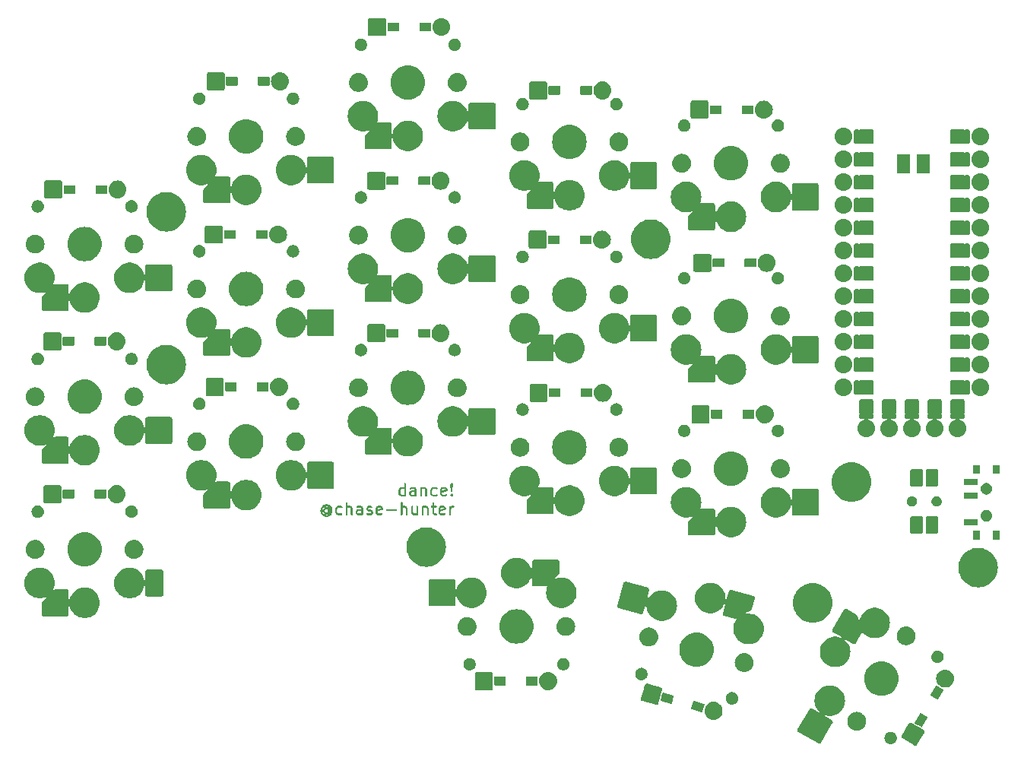
<source format=gbr>
G04 #@! TF.GenerationSoftware,KiCad,Pcbnew,7.0.8*
G04 #@! TF.CreationDate,2023-11-12T13:23:08-05:00*
G04 #@! TF.ProjectId,dancev2,64616e63-6576-4322-9e6b-696361645f70,1.0*
G04 #@! TF.SameCoordinates,Original*
G04 #@! TF.FileFunction,Soldermask,Top*
G04 #@! TF.FilePolarity,Negative*
%FSLAX46Y46*%
G04 Gerber Fmt 4.6, Leading zero omitted, Abs format (unit mm)*
G04 Created by KiCad (PCBNEW 7.0.8) date 2023-11-12 13:23:08*
%MOMM*%
%LPD*%
G01*
G04 APERTURE LIST*
G04 APERTURE END LIST*
G36*
X177977346Y-123726317D02*
G01*
X177981612Y-123728780D01*
X179358719Y-124523851D01*
X179358727Y-124523858D01*
X179362986Y-124526317D01*
X179421657Y-124577769D01*
X179456171Y-124647758D01*
X179461276Y-124725627D01*
X179436191Y-124799522D01*
X179104274Y-125374418D01*
X178638656Y-126180895D01*
X178638651Y-126180899D01*
X178636191Y-126185162D01*
X178584739Y-126243833D01*
X178514750Y-126278347D01*
X178436881Y-126283452D01*
X178362986Y-126258367D01*
X178009895Y-126054510D01*
X176981612Y-125460832D01*
X176981605Y-125460826D01*
X176977346Y-125458367D01*
X176918675Y-125406915D01*
X176884161Y-125336926D01*
X176879056Y-125259057D01*
X176904141Y-125185162D01*
X176906603Y-125180897D01*
X176906604Y-125180895D01*
X177701675Y-123803788D01*
X177701683Y-123803777D01*
X177704141Y-123799522D01*
X177755593Y-123740851D01*
X177825582Y-123706337D01*
X177903451Y-123701232D01*
X177977346Y-123726317D01*
G37*
G36*
X175729500Y-124720423D02*
G01*
X175771116Y-124720423D01*
X175806161Y-124729060D01*
X175841957Y-124733094D01*
X175888257Y-124749295D01*
X175933864Y-124760536D01*
X175960832Y-124774690D01*
X175988850Y-124784494D01*
X176036200Y-124814246D01*
X176082282Y-124838432D01*
X176100799Y-124854837D01*
X176120618Y-124867290D01*
X176165364Y-124912036D01*
X176207747Y-124949584D01*
X176218521Y-124965193D01*
X176230669Y-124977341D01*
X176268861Y-125038124D01*
X176302965Y-125087531D01*
X176307621Y-125099809D01*
X176313465Y-125109109D01*
X176341099Y-125188083D01*
X176362403Y-125244257D01*
X176363278Y-125251468D01*
X176364865Y-125256002D01*
X176378207Y-125374416D01*
X176382607Y-125410653D01*
X176378206Y-125446892D01*
X176364865Y-125565303D01*
X176363278Y-125569836D01*
X176362403Y-125577049D01*
X176341094Y-125633234D01*
X176313465Y-125712196D01*
X176307622Y-125721494D01*
X176302965Y-125733775D01*
X176268854Y-125783191D01*
X176230669Y-125843964D01*
X176218523Y-125856109D01*
X176207747Y-125871722D01*
X176165355Y-125909277D01*
X176120618Y-125954015D01*
X176100803Y-125966465D01*
X176082282Y-125982874D01*
X176036190Y-126007064D01*
X175988850Y-126036811D01*
X175960838Y-126046612D01*
X175933864Y-126060770D01*
X175888247Y-126072013D01*
X175841957Y-126088211D01*
X175806169Y-126092243D01*
X175771116Y-126100883D01*
X175729491Y-126100883D01*
X175687307Y-126105636D01*
X175645123Y-126100883D01*
X175603498Y-126100883D01*
X175568445Y-126092243D01*
X175532656Y-126088211D01*
X175486362Y-126072012D01*
X175440750Y-126060770D01*
X175413777Y-126046613D01*
X175385763Y-126036811D01*
X175338417Y-126007061D01*
X175292332Y-125982874D01*
X175273812Y-125966467D01*
X175253995Y-125954015D01*
X175209249Y-125909269D01*
X175166867Y-125871722D01*
X175156092Y-125856112D01*
X175143944Y-125843964D01*
X175105747Y-125783175D01*
X175071649Y-125733775D01*
X175066993Y-125721498D01*
X175061148Y-125712196D01*
X175033506Y-125633200D01*
X175012211Y-125577049D01*
X175011335Y-125569840D01*
X175009748Y-125565303D01*
X174996393Y-125446777D01*
X174992007Y-125410653D01*
X174996392Y-125374531D01*
X175009748Y-125256002D01*
X175011335Y-125251463D01*
X175012211Y-125244257D01*
X175033501Y-125188117D01*
X175061148Y-125109109D01*
X175066994Y-125099805D01*
X175071649Y-125087531D01*
X175105740Y-125038140D01*
X175143944Y-124977341D01*
X175156094Y-124965190D01*
X175166867Y-124949584D01*
X175209240Y-124912044D01*
X175253995Y-124867290D01*
X175273816Y-124854835D01*
X175292332Y-124838432D01*
X175338407Y-124814249D01*
X175385763Y-124784494D01*
X175413783Y-124774689D01*
X175440750Y-124760536D01*
X175486353Y-124749296D01*
X175532656Y-124733094D01*
X175568453Y-124729060D01*
X175603498Y-124720423D01*
X175645114Y-124720423D01*
X175687307Y-124715669D01*
X175729500Y-124720423D01*
G37*
G36*
X169290691Y-119587750D02*
G01*
X169533485Y-119662642D01*
X169762405Y-119772884D01*
X169972338Y-119916013D01*
X170158593Y-120088833D01*
X170317011Y-120287483D01*
X170444052Y-120507525D01*
X170536879Y-120744043D01*
X170593417Y-120991755D01*
X170612405Y-121245127D01*
X170593417Y-121498499D01*
X170536879Y-121746211D01*
X170444052Y-121982729D01*
X170317011Y-122202771D01*
X170158593Y-122401421D01*
X169972338Y-122574241D01*
X169762405Y-122717370D01*
X169533485Y-122827612D01*
X169290691Y-122902504D01*
X169039446Y-122940373D01*
X168785364Y-122940373D01*
X168534119Y-122902504D01*
X168291325Y-122827612D01*
X168290476Y-122827203D01*
X168268511Y-122820428D01*
X168232775Y-122902335D01*
X169146471Y-123429856D01*
X169146479Y-123429863D01*
X169150738Y-123432322D01*
X169209409Y-123483775D01*
X169243923Y-123553763D01*
X169249027Y-123631632D01*
X169223943Y-123705527D01*
X168705186Y-124604040D01*
X167926408Y-125952926D01*
X167926403Y-125952930D01*
X167923943Y-125957193D01*
X167872490Y-126015864D01*
X167802502Y-126050378D01*
X167724633Y-126055482D01*
X167650738Y-126030398D01*
X167099596Y-125712196D01*
X165403338Y-124732863D01*
X165403331Y-124732857D01*
X165399072Y-124730398D01*
X165340401Y-124678945D01*
X165305887Y-124608957D01*
X165300783Y-124531088D01*
X165325867Y-124457193D01*
X165328329Y-124452928D01*
X165328330Y-124452926D01*
X166623401Y-122209793D01*
X166623409Y-122209782D01*
X166625867Y-122205527D01*
X166677320Y-122146856D01*
X166747308Y-122112342D01*
X166825177Y-122107238D01*
X166899072Y-122132322D01*
X166903338Y-122134785D01*
X167817034Y-122662307D01*
X167870100Y-122590405D01*
X167853253Y-122574773D01*
X167852472Y-122574241D01*
X167666217Y-122401421D01*
X167507799Y-122202771D01*
X167380758Y-121982729D01*
X167287931Y-121746211D01*
X167231393Y-121498499D01*
X167212405Y-121245127D01*
X167231393Y-120991755D01*
X167287931Y-120744043D01*
X167380758Y-120507525D01*
X167507799Y-120287483D01*
X167666217Y-120088833D01*
X167852472Y-119916013D01*
X168062405Y-119772884D01*
X168291325Y-119662642D01*
X168534119Y-119587750D01*
X168785364Y-119549881D01*
X169039446Y-119549881D01*
X169290691Y-119587750D01*
G37*
G36*
X171957679Y-122506936D02*
G01*
X172006943Y-122506936D01*
X172061808Y-122517192D01*
X172115020Y-122522433D01*
X172155444Y-122534695D01*
X172197532Y-122542563D01*
X172255819Y-122565143D01*
X172312162Y-122582235D01*
X172344356Y-122599443D01*
X172378333Y-122612606D01*
X172437369Y-122649160D01*
X172493849Y-122679349D01*
X172517579Y-122698824D01*
X172543178Y-122714674D01*
X172599895Y-122766378D01*
X172653099Y-122810041D01*
X172668864Y-122829250D01*
X172686467Y-122845298D01*
X172737573Y-122912974D01*
X172783791Y-122969291D01*
X172792728Y-122986011D01*
X172803310Y-123000024D01*
X172845412Y-123084577D01*
X172880905Y-123150978D01*
X172884689Y-123163455D01*
X172889736Y-123173589D01*
X172919547Y-123278365D01*
X172940707Y-123348120D01*
X172941402Y-123355177D01*
X172942795Y-123360073D01*
X172957268Y-123516266D01*
X172960900Y-123553140D01*
X172957267Y-123590016D01*
X172942795Y-123746206D01*
X172941402Y-123751100D01*
X172940707Y-123758160D01*
X172919542Y-123827929D01*
X172889736Y-123932690D01*
X172884690Y-123942822D01*
X172880905Y-123955302D01*
X172845405Y-124021716D01*
X172803310Y-124106255D01*
X172792730Y-124120265D01*
X172783791Y-124136989D01*
X172737564Y-124193316D01*
X172686467Y-124260981D01*
X172668867Y-124277025D01*
X172653099Y-124296239D01*
X172599884Y-124339910D01*
X172543178Y-124391605D01*
X172517584Y-124407451D01*
X172493849Y-124426931D01*
X172437358Y-124457126D01*
X172378333Y-124493673D01*
X172344363Y-124506832D01*
X172312162Y-124524045D01*
X172255807Y-124541139D01*
X172197532Y-124563716D01*
X172155451Y-124571582D01*
X172115020Y-124583847D01*
X172061805Y-124589088D01*
X172006943Y-124599344D01*
X171957679Y-124599344D01*
X171910000Y-124604040D01*
X171862321Y-124599344D01*
X171813057Y-124599344D01*
X171758194Y-124589088D01*
X171704980Y-124583847D01*
X171664550Y-124571582D01*
X171622467Y-124563716D01*
X171564187Y-124541138D01*
X171507838Y-124524045D01*
X171475639Y-124506834D01*
X171441666Y-124493673D01*
X171382634Y-124457122D01*
X171326151Y-124426931D01*
X171302418Y-124407454D01*
X171276821Y-124391605D01*
X171220105Y-124339902D01*
X171166901Y-124296239D01*
X171151135Y-124277028D01*
X171133532Y-124260981D01*
X171082423Y-124193301D01*
X171036209Y-124136989D01*
X171027272Y-124120269D01*
X171016689Y-124106255D01*
X170974579Y-124021689D01*
X170939095Y-123955302D01*
X170935310Y-123942827D01*
X170930263Y-123932690D01*
X170900441Y-123827876D01*
X170879293Y-123758160D01*
X170878598Y-123751106D01*
X170877204Y-123746206D01*
X170862715Y-123589845D01*
X170859100Y-123553140D01*
X170862714Y-123516437D01*
X170877204Y-123360073D01*
X170878598Y-123355172D01*
X170879293Y-123348120D01*
X170900436Y-123278418D01*
X170930263Y-123173589D01*
X170935311Y-123163449D01*
X170939095Y-123150978D01*
X170974572Y-123084604D01*
X171016689Y-123000024D01*
X171027274Y-122986007D01*
X171036209Y-122969291D01*
X171082413Y-122912989D01*
X171133532Y-122845298D01*
X171151138Y-122829247D01*
X171166901Y-122810041D01*
X171220094Y-122766386D01*
X171276821Y-122714674D01*
X171302423Y-122698821D01*
X171326151Y-122679349D01*
X171382622Y-122649164D01*
X171441666Y-122612606D01*
X171475646Y-122599441D01*
X171507838Y-122582235D01*
X171564175Y-122565145D01*
X171622467Y-122542563D01*
X171664556Y-122534695D01*
X171704980Y-122522433D01*
X171758191Y-122517192D01*
X171813057Y-122506936D01*
X171862321Y-122506936D01*
X171910000Y-122502240D01*
X171957679Y-122506936D01*
G37*
G36*
X179005598Y-122654316D02*
G01*
X179008955Y-122654492D01*
X179012466Y-122654123D01*
X179014927Y-122655544D01*
X179027605Y-122657213D01*
X179027606Y-122657214D01*
X179034458Y-122661171D01*
X179034463Y-122661172D01*
X179756867Y-123078252D01*
X179756869Y-123078254D01*
X179763724Y-123082212D01*
X179763727Y-123082213D01*
X179771512Y-123092359D01*
X179773972Y-123093779D01*
X179775408Y-123097004D01*
X179777236Y-123099819D01*
X179787023Y-123112574D01*
X179784925Y-123128508D01*
X179784749Y-123131870D01*
X179785117Y-123135375D01*
X179783697Y-123137834D01*
X179782028Y-123150515D01*
X179778069Y-123157371D01*
X179778069Y-123157373D01*
X179185990Y-124182884D01*
X179185988Y-124182885D01*
X179182028Y-124189745D01*
X179171881Y-124197530D01*
X179170462Y-124199989D01*
X179167242Y-124201423D01*
X179164425Y-124203252D01*
X179151668Y-124213041D01*
X179135726Y-124210942D01*
X179132374Y-124210767D01*
X179128867Y-124211135D01*
X179126407Y-124209715D01*
X179113727Y-124208046D01*
X179106869Y-124204086D01*
X179106866Y-124204086D01*
X178384465Y-123787007D01*
X178384464Y-123787006D01*
X178377605Y-123783046D01*
X178369818Y-123772898D01*
X178367358Y-123771478D01*
X178365924Y-123768256D01*
X178364093Y-123765437D01*
X178354309Y-123752686D01*
X178356406Y-123736756D01*
X178356582Y-123733394D01*
X178356213Y-123729884D01*
X178357635Y-123727421D01*
X178359304Y-123714745D01*
X178363261Y-123707891D01*
X178363262Y-123707887D01*
X178955345Y-122682371D01*
X178955346Y-122682369D01*
X178959304Y-122675515D01*
X178969448Y-122667730D01*
X178970870Y-122665268D01*
X178974094Y-122663833D01*
X178976918Y-122661998D01*
X178989664Y-122652219D01*
X179005598Y-122654316D01*
G37*
G36*
X156163523Y-121405348D02*
G01*
X156351116Y-121462253D01*
X156524003Y-121554663D01*
X156675540Y-121679026D01*
X156799903Y-121830563D01*
X156892313Y-122003450D01*
X156949218Y-122191043D01*
X156968433Y-122386133D01*
X156949218Y-122581223D01*
X156892313Y-122768816D01*
X156799903Y-122941703D01*
X156675540Y-123093240D01*
X156524003Y-123217603D01*
X156351116Y-123310013D01*
X156163523Y-123366918D01*
X155968433Y-123386133D01*
X155773343Y-123366918D01*
X155585750Y-123310013D01*
X155412863Y-123217603D01*
X155261326Y-123093240D01*
X155136963Y-122941703D01*
X155044553Y-122768816D01*
X154987648Y-122581223D01*
X154968433Y-122386133D01*
X154987648Y-122191043D01*
X155044553Y-122003450D01*
X155136963Y-121830563D01*
X155261326Y-121679026D01*
X155412863Y-121554663D01*
X155585750Y-121462253D01*
X155773343Y-121405348D01*
X155968433Y-121386133D01*
X156163523Y-121405348D01*
G37*
G36*
X153779828Y-121307942D02*
G01*
X153779832Y-121307942D01*
X154923644Y-121614426D01*
X154923646Y-121614427D01*
X154931295Y-121616477D01*
X154941440Y-121624261D01*
X154944183Y-121624996D01*
X154946402Y-121627737D01*
X154948897Y-121629984D01*
X154961655Y-121639773D01*
X154963752Y-121655706D01*
X154964452Y-121658997D01*
X154965715Y-121662288D01*
X154964980Y-121665031D01*
X154966650Y-121677714D01*
X154964599Y-121685364D01*
X154964600Y-121685365D01*
X154748705Y-122491100D01*
X154748703Y-122491102D01*
X154746654Y-122498751D01*
X154738866Y-122508899D01*
X154738132Y-122511639D01*
X154735394Y-122513857D01*
X154733152Y-122516346D01*
X154723358Y-122529111D01*
X154707414Y-122531210D01*
X154704132Y-122531908D01*
X154700840Y-122533171D01*
X154698098Y-122532436D01*
X154685417Y-122534106D01*
X154677766Y-122532055D01*
X154677765Y-122532056D01*
X153533955Y-122225573D01*
X153533953Y-122225572D01*
X153526306Y-122223523D01*
X153516161Y-122215738D01*
X153513417Y-122215003D01*
X153511197Y-122212261D01*
X153508704Y-122210016D01*
X153495946Y-122200227D01*
X153493849Y-122184302D01*
X153493148Y-122181003D01*
X153491884Y-122177710D01*
X153492620Y-122174963D01*
X153490951Y-122162286D01*
X153492999Y-122154641D01*
X153492999Y-122154636D01*
X153708896Y-121348898D01*
X153708898Y-121348894D01*
X153710947Y-121341249D01*
X153718731Y-121331104D01*
X153719466Y-121328359D01*
X153722208Y-121326140D01*
X153724459Y-121323639D01*
X153734243Y-121310889D01*
X153750171Y-121308791D01*
X153753466Y-121308092D01*
X153756759Y-121306827D01*
X153759504Y-121307563D01*
X153772184Y-121305894D01*
X153779828Y-121307942D01*
G37*
G36*
X148546209Y-119362078D02*
G01*
X149411516Y-119593936D01*
X150086931Y-119774912D01*
X150086933Y-119774913D01*
X150091691Y-119776188D01*
X150161680Y-119810703D01*
X150213132Y-119869374D01*
X150238216Y-119943268D01*
X150233112Y-120021137D01*
X149819002Y-121566619D01*
X149784487Y-121636608D01*
X149725816Y-121688060D01*
X149651922Y-121713144D01*
X149574053Y-121708040D01*
X148028571Y-121293930D01*
X147958582Y-121259415D01*
X147907130Y-121200744D01*
X147882046Y-121126850D01*
X147887150Y-121048981D01*
X148091192Y-120287483D01*
X148299984Y-119508258D01*
X148299985Y-119508254D01*
X148301260Y-119503499D01*
X148335775Y-119433510D01*
X148394446Y-119382058D01*
X148468340Y-119356974D01*
X148546209Y-119362078D01*
G37*
G36*
X158057286Y-120297694D02*
G01*
X158098902Y-120297694D01*
X158133947Y-120306331D01*
X158169743Y-120310365D01*
X158216043Y-120326566D01*
X158261650Y-120337807D01*
X158288618Y-120351961D01*
X158316636Y-120361765D01*
X158363986Y-120391517D01*
X158410068Y-120415703D01*
X158428585Y-120432108D01*
X158448404Y-120444561D01*
X158493150Y-120489307D01*
X158535533Y-120526855D01*
X158546307Y-120542464D01*
X158558455Y-120554612D01*
X158596647Y-120615395D01*
X158630751Y-120664802D01*
X158635407Y-120677080D01*
X158641251Y-120686380D01*
X158668885Y-120765354D01*
X158690189Y-120821528D01*
X158691064Y-120828739D01*
X158692651Y-120833273D01*
X158705993Y-120951687D01*
X158710393Y-120987924D01*
X158705992Y-121024163D01*
X158692651Y-121142574D01*
X158691064Y-121147107D01*
X158690189Y-121154320D01*
X158668880Y-121210505D01*
X158641251Y-121289467D01*
X158635408Y-121298765D01*
X158630751Y-121311046D01*
X158596640Y-121360462D01*
X158558455Y-121421235D01*
X158546309Y-121433380D01*
X158535533Y-121448993D01*
X158493141Y-121486548D01*
X158448404Y-121531286D01*
X158428589Y-121543736D01*
X158410068Y-121560145D01*
X158363976Y-121584335D01*
X158316636Y-121614082D01*
X158288624Y-121623883D01*
X158261650Y-121638041D01*
X158216033Y-121649284D01*
X158169743Y-121665482D01*
X158133955Y-121669514D01*
X158098902Y-121678154D01*
X158057277Y-121678154D01*
X158015093Y-121682907D01*
X157972909Y-121678154D01*
X157931284Y-121678154D01*
X157896231Y-121669514D01*
X157860442Y-121665482D01*
X157814148Y-121649283D01*
X157768536Y-121638041D01*
X157741563Y-121623884D01*
X157713549Y-121614082D01*
X157666203Y-121584332D01*
X157620118Y-121560145D01*
X157601598Y-121543738D01*
X157581781Y-121531286D01*
X157537035Y-121486540D01*
X157494653Y-121448993D01*
X157483878Y-121433383D01*
X157471730Y-121421235D01*
X157433533Y-121360446D01*
X157399435Y-121311046D01*
X157394779Y-121298769D01*
X157388934Y-121289467D01*
X157361292Y-121210471D01*
X157339997Y-121154320D01*
X157339121Y-121147111D01*
X157337534Y-121142574D01*
X157324179Y-121024048D01*
X157319793Y-120987924D01*
X157324178Y-120951802D01*
X157337534Y-120833273D01*
X157339121Y-120828734D01*
X157339997Y-120821528D01*
X157361287Y-120765388D01*
X157388934Y-120686380D01*
X157394780Y-120677076D01*
X157399435Y-120664802D01*
X157433526Y-120615411D01*
X157471730Y-120554612D01*
X157483880Y-120542461D01*
X157494653Y-120526855D01*
X157537026Y-120489315D01*
X157581781Y-120444561D01*
X157601602Y-120432106D01*
X157620118Y-120415703D01*
X157666193Y-120391520D01*
X157713549Y-120361765D01*
X157741569Y-120351960D01*
X157768536Y-120337807D01*
X157814139Y-120326567D01*
X157860442Y-120310365D01*
X157896239Y-120306331D01*
X157931284Y-120297694D01*
X157972900Y-120297694D01*
X158015093Y-120292940D01*
X158057286Y-120297694D01*
G37*
G36*
X150350791Y-120389134D02*
G01*
X150350795Y-120389134D01*
X151494607Y-120695618D01*
X151494609Y-120695619D01*
X151502258Y-120697669D01*
X151512403Y-120705453D01*
X151515146Y-120706188D01*
X151517365Y-120708929D01*
X151519860Y-120711176D01*
X151532618Y-120720965D01*
X151534715Y-120736898D01*
X151535415Y-120740189D01*
X151536678Y-120743480D01*
X151535943Y-120746223D01*
X151537613Y-120758906D01*
X151535562Y-120766556D01*
X151535563Y-120766557D01*
X151319668Y-121572292D01*
X151319666Y-121572294D01*
X151317617Y-121579943D01*
X151309829Y-121590091D01*
X151309095Y-121592831D01*
X151306357Y-121595049D01*
X151304115Y-121597538D01*
X151294321Y-121610303D01*
X151278377Y-121612402D01*
X151275095Y-121613100D01*
X151271803Y-121614363D01*
X151269061Y-121613628D01*
X151256380Y-121615298D01*
X151248729Y-121613247D01*
X151248728Y-121613248D01*
X150104918Y-121306765D01*
X150104916Y-121306764D01*
X150097269Y-121304715D01*
X150087124Y-121296930D01*
X150084380Y-121296195D01*
X150082160Y-121293453D01*
X150079667Y-121291208D01*
X150066909Y-121281419D01*
X150064812Y-121265494D01*
X150064111Y-121262195D01*
X150062847Y-121258902D01*
X150063583Y-121256155D01*
X150061914Y-121243478D01*
X150063962Y-121235833D01*
X150063962Y-121235828D01*
X150279859Y-120430090D01*
X150279861Y-120430086D01*
X150281910Y-120422441D01*
X150289694Y-120412296D01*
X150290429Y-120409551D01*
X150293171Y-120407332D01*
X150295422Y-120404831D01*
X150305206Y-120392081D01*
X150321134Y-120389983D01*
X150324429Y-120389284D01*
X150327722Y-120388019D01*
X150330467Y-120388755D01*
X150343147Y-120387086D01*
X150350791Y-120389134D01*
G37*
G36*
X180780598Y-119579926D02*
G01*
X180783955Y-119580102D01*
X180787466Y-119579733D01*
X180789927Y-119581154D01*
X180802605Y-119582823D01*
X180802606Y-119582824D01*
X180809458Y-119586781D01*
X180809463Y-119586782D01*
X181531867Y-120003862D01*
X181531869Y-120003864D01*
X181538724Y-120007822D01*
X181538727Y-120007823D01*
X181546512Y-120017969D01*
X181548972Y-120019389D01*
X181550408Y-120022614D01*
X181552236Y-120025429D01*
X181562023Y-120038184D01*
X181559925Y-120054118D01*
X181559749Y-120057480D01*
X181560117Y-120060985D01*
X181558697Y-120063444D01*
X181557028Y-120076125D01*
X181553069Y-120082981D01*
X181553069Y-120082983D01*
X180960990Y-121108494D01*
X180960988Y-121108495D01*
X180957028Y-121115355D01*
X180946881Y-121123140D01*
X180945462Y-121125599D01*
X180942242Y-121127033D01*
X180939425Y-121128862D01*
X180926668Y-121138651D01*
X180910726Y-121136552D01*
X180907374Y-121136377D01*
X180903867Y-121136745D01*
X180901407Y-121135325D01*
X180888727Y-121133656D01*
X180881869Y-121129696D01*
X180881866Y-121129696D01*
X180159465Y-120712617D01*
X180159464Y-120712616D01*
X180152605Y-120708656D01*
X180144818Y-120698508D01*
X180142358Y-120697088D01*
X180140924Y-120693866D01*
X180139093Y-120691047D01*
X180129309Y-120678296D01*
X180131406Y-120662366D01*
X180131582Y-120659004D01*
X180131213Y-120655494D01*
X180132635Y-120653031D01*
X180134304Y-120640355D01*
X180138261Y-120633501D01*
X180138262Y-120633497D01*
X180730345Y-119607981D01*
X180730346Y-119607979D01*
X180734304Y-119601125D01*
X180744448Y-119593340D01*
X180745870Y-119590878D01*
X180749094Y-119589443D01*
X180751918Y-119587608D01*
X180764664Y-119577829D01*
X180780598Y-119579926D01*
G37*
G36*
X174932462Y-116894987D02*
G01*
X175199377Y-116953051D01*
X175455312Y-117048510D01*
X175695057Y-117179420D01*
X175913731Y-117343117D01*
X176106883Y-117536269D01*
X176270580Y-117754943D01*
X176401490Y-117994688D01*
X176496949Y-118250623D01*
X176555013Y-118517538D01*
X176574500Y-118790000D01*
X176555013Y-119062462D01*
X176496949Y-119329377D01*
X176401490Y-119585312D01*
X176270580Y-119825057D01*
X176106883Y-120043731D01*
X175913731Y-120236883D01*
X175695057Y-120400580D01*
X175455312Y-120531490D01*
X175199377Y-120626949D01*
X174932462Y-120685013D01*
X174660000Y-120704500D01*
X174387538Y-120685013D01*
X174120623Y-120626949D01*
X173864688Y-120531490D01*
X173624943Y-120400580D01*
X173406269Y-120236883D01*
X173213117Y-120043731D01*
X173049420Y-119825057D01*
X172918510Y-119585312D01*
X172823051Y-119329377D01*
X172764987Y-119062462D01*
X172745500Y-118790000D01*
X172764987Y-118517538D01*
X172823051Y-118250623D01*
X172918510Y-117994688D01*
X173049420Y-117754943D01*
X173213117Y-117536269D01*
X173406269Y-117343117D01*
X173624943Y-117179420D01*
X173864688Y-117048510D01*
X174120623Y-116953051D01*
X174387538Y-116894987D01*
X174660000Y-116875500D01*
X174932462Y-116894987D01*
G37*
G36*
X131260137Y-118090424D02*
G01*
X131325021Y-118133779D01*
X131368376Y-118198663D01*
X131383600Y-118275200D01*
X131383600Y-119875200D01*
X131368376Y-119951737D01*
X131325021Y-120016621D01*
X131260137Y-120059976D01*
X131183600Y-120075200D01*
X129583600Y-120075200D01*
X129507063Y-120059976D01*
X129442179Y-120016621D01*
X129398824Y-119951737D01*
X129383600Y-119875200D01*
X129383600Y-118275200D01*
X129398824Y-118198663D01*
X129442179Y-118133779D01*
X129507063Y-118090424D01*
X129583600Y-118075200D01*
X131183600Y-118075200D01*
X131260137Y-118090424D01*
G37*
G36*
X137730690Y-118094415D02*
G01*
X137918283Y-118151320D01*
X138091170Y-118243730D01*
X138242707Y-118368093D01*
X138367070Y-118519630D01*
X138459480Y-118692517D01*
X138516385Y-118880110D01*
X138535600Y-119075200D01*
X138516385Y-119270290D01*
X138459480Y-119457883D01*
X138367070Y-119630770D01*
X138242707Y-119782307D01*
X138091170Y-119906670D01*
X137918283Y-119999080D01*
X137730690Y-120055985D01*
X137535600Y-120075200D01*
X137340510Y-120055985D01*
X137152917Y-119999080D01*
X136980030Y-119906670D01*
X136828493Y-119782307D01*
X136704130Y-119630770D01*
X136611720Y-119457883D01*
X136554815Y-119270290D01*
X136535600Y-119075200D01*
X136554815Y-118880110D01*
X136611720Y-118692517D01*
X136704130Y-118519630D01*
X136828493Y-118368093D01*
X136980030Y-118243730D01*
X137152917Y-118151320D01*
X137340510Y-118094415D01*
X137535600Y-118075200D01*
X137730690Y-118094415D01*
G37*
G36*
X181941256Y-117817743D02*
G01*
X182128849Y-117874648D01*
X182301736Y-117967058D01*
X182453273Y-118091421D01*
X182577636Y-118242958D01*
X182670046Y-118415845D01*
X182726951Y-118603438D01*
X182746166Y-118798528D01*
X182726951Y-118993618D01*
X182670046Y-119181211D01*
X182577636Y-119354098D01*
X182453273Y-119505635D01*
X182301736Y-119629998D01*
X182128849Y-119722408D01*
X181941256Y-119779313D01*
X181746166Y-119798528D01*
X181551076Y-119779313D01*
X181363483Y-119722408D01*
X181190596Y-119629998D01*
X181039059Y-119505635D01*
X180914696Y-119354098D01*
X180822286Y-119181211D01*
X180765381Y-118993618D01*
X180746166Y-118798528D01*
X180765381Y-118603438D01*
X180822286Y-118415845D01*
X180914696Y-118242958D01*
X181039059Y-118091421D01*
X181190596Y-117967058D01*
X181363483Y-117874648D01*
X181551076Y-117817743D01*
X181746166Y-117798528D01*
X181941256Y-117817743D01*
G37*
G36*
X132796415Y-118605094D02*
G01*
X132799256Y-118605094D01*
X132802109Y-118607167D01*
X132805103Y-118608693D01*
X132819955Y-118614845D01*
X132826107Y-118629696D01*
X132827632Y-118632690D01*
X132829706Y-118635544D01*
X132829706Y-118638385D01*
X132834600Y-118650200D01*
X132834600Y-119500200D01*
X132829706Y-119512014D01*
X132829706Y-119514854D01*
X132827633Y-119517708D01*
X132826108Y-119520700D01*
X132819955Y-119535555D01*
X132805100Y-119541708D01*
X132802108Y-119543233D01*
X132799255Y-119545306D01*
X132796415Y-119545306D01*
X132784600Y-119550200D01*
X132776680Y-119550200D01*
X131592520Y-119550200D01*
X131584600Y-119550200D01*
X131572785Y-119545306D01*
X131569945Y-119545306D01*
X131567090Y-119543232D01*
X131564096Y-119541707D01*
X131549245Y-119535555D01*
X131543093Y-119520703D01*
X131541567Y-119517709D01*
X131539494Y-119514855D01*
X131539494Y-119512014D01*
X131534600Y-119500200D01*
X131534600Y-118650200D01*
X131539494Y-118638385D01*
X131539494Y-118635543D01*
X131541568Y-118632689D01*
X131543096Y-118629689D01*
X131549245Y-118614845D01*
X131564089Y-118608696D01*
X131567089Y-118607168D01*
X131569944Y-118605094D01*
X131572785Y-118605094D01*
X131584600Y-118600200D01*
X132784600Y-118600200D01*
X132796415Y-118605094D01*
G37*
G36*
X136346415Y-118605094D02*
G01*
X136349256Y-118605094D01*
X136352109Y-118607167D01*
X136355103Y-118608693D01*
X136369955Y-118614845D01*
X136376107Y-118629696D01*
X136377632Y-118632690D01*
X136379706Y-118635544D01*
X136379706Y-118638385D01*
X136384600Y-118650200D01*
X136384600Y-119500200D01*
X136379706Y-119512014D01*
X136379706Y-119514854D01*
X136377633Y-119517708D01*
X136376108Y-119520700D01*
X136369955Y-119535555D01*
X136355100Y-119541708D01*
X136352108Y-119543233D01*
X136349255Y-119545306D01*
X136346415Y-119545306D01*
X136334600Y-119550200D01*
X136326680Y-119550200D01*
X135142520Y-119550200D01*
X135134600Y-119550200D01*
X135122785Y-119545306D01*
X135119945Y-119545306D01*
X135117090Y-119543232D01*
X135114096Y-119541707D01*
X135099245Y-119535555D01*
X135093093Y-119520703D01*
X135091567Y-119517709D01*
X135089494Y-119514855D01*
X135089494Y-119512014D01*
X135084600Y-119500200D01*
X135084600Y-118650200D01*
X135089494Y-118638385D01*
X135089494Y-118635543D01*
X135091568Y-118632689D01*
X135093096Y-118629689D01*
X135099245Y-118614845D01*
X135114089Y-118608696D01*
X135117089Y-118607168D01*
X135119944Y-118605094D01*
X135122785Y-118605094D01*
X135134600Y-118600200D01*
X136334600Y-118600200D01*
X136346415Y-118605094D01*
G37*
G36*
X147973020Y-117595623D02*
G01*
X148014636Y-117595623D01*
X148049681Y-117604260D01*
X148085477Y-117608294D01*
X148131777Y-117624495D01*
X148177384Y-117635736D01*
X148204352Y-117649890D01*
X148232370Y-117659694D01*
X148279720Y-117689446D01*
X148325802Y-117713632D01*
X148344319Y-117730037D01*
X148364138Y-117742490D01*
X148408884Y-117787236D01*
X148451267Y-117824784D01*
X148462041Y-117840393D01*
X148474189Y-117852541D01*
X148512381Y-117913324D01*
X148546485Y-117962731D01*
X148551141Y-117975009D01*
X148556985Y-117984309D01*
X148584619Y-118063283D01*
X148605923Y-118119457D01*
X148606798Y-118126668D01*
X148608385Y-118131202D01*
X148621727Y-118249616D01*
X148626127Y-118285853D01*
X148621726Y-118322092D01*
X148608385Y-118440503D01*
X148606798Y-118445036D01*
X148605923Y-118452249D01*
X148584614Y-118508434D01*
X148556985Y-118587396D01*
X148551142Y-118596694D01*
X148546485Y-118608975D01*
X148512374Y-118658391D01*
X148474189Y-118719164D01*
X148462043Y-118731309D01*
X148451267Y-118746922D01*
X148408875Y-118784477D01*
X148364138Y-118829215D01*
X148344323Y-118841665D01*
X148325802Y-118858074D01*
X148279710Y-118882264D01*
X148232370Y-118912011D01*
X148204358Y-118921812D01*
X148177384Y-118935970D01*
X148131767Y-118947213D01*
X148085477Y-118963411D01*
X148049689Y-118967443D01*
X148014636Y-118976083D01*
X147973011Y-118976083D01*
X147930827Y-118980836D01*
X147888643Y-118976083D01*
X147847018Y-118976083D01*
X147811965Y-118967443D01*
X147776176Y-118963411D01*
X147729882Y-118947212D01*
X147684270Y-118935970D01*
X147657297Y-118921813D01*
X147629283Y-118912011D01*
X147581937Y-118882261D01*
X147535852Y-118858074D01*
X147517332Y-118841667D01*
X147497515Y-118829215D01*
X147452769Y-118784469D01*
X147410387Y-118746922D01*
X147399612Y-118731312D01*
X147387464Y-118719164D01*
X147349267Y-118658375D01*
X147315169Y-118608975D01*
X147310513Y-118596698D01*
X147304668Y-118587396D01*
X147277026Y-118508400D01*
X147255731Y-118452249D01*
X147254855Y-118445040D01*
X147253268Y-118440503D01*
X147239913Y-118321977D01*
X147235527Y-118285853D01*
X147239912Y-118249731D01*
X147253268Y-118131202D01*
X147254855Y-118126663D01*
X147255731Y-118119457D01*
X147277021Y-118063317D01*
X147304668Y-117984309D01*
X147310514Y-117975005D01*
X147315169Y-117962731D01*
X147349260Y-117913340D01*
X147387464Y-117852541D01*
X147399614Y-117840390D01*
X147410387Y-117824784D01*
X147452760Y-117787244D01*
X147497515Y-117742490D01*
X147517336Y-117730035D01*
X147535852Y-117713632D01*
X147581927Y-117689449D01*
X147629283Y-117659694D01*
X147657303Y-117649889D01*
X147684270Y-117635736D01*
X147729873Y-117624496D01*
X147776176Y-117608294D01*
X147811973Y-117604260D01*
X147847018Y-117595623D01*
X147888634Y-117595623D01*
X147930827Y-117590869D01*
X147973020Y-117595623D01*
G37*
G36*
X159420271Y-115957301D02*
G01*
X159469535Y-115957301D01*
X159524400Y-115967557D01*
X159577612Y-115972798D01*
X159618036Y-115985060D01*
X159660124Y-115992928D01*
X159718411Y-116015508D01*
X159774754Y-116032600D01*
X159806948Y-116049808D01*
X159840925Y-116062971D01*
X159899961Y-116099525D01*
X159956441Y-116129714D01*
X159980171Y-116149189D01*
X160005770Y-116165039D01*
X160062487Y-116216743D01*
X160115691Y-116260406D01*
X160131456Y-116279615D01*
X160149059Y-116295663D01*
X160200165Y-116363339D01*
X160246383Y-116419656D01*
X160255320Y-116436376D01*
X160265902Y-116450389D01*
X160308004Y-116534942D01*
X160343497Y-116601343D01*
X160347281Y-116613820D01*
X160352328Y-116623954D01*
X160382139Y-116728730D01*
X160403299Y-116798485D01*
X160403994Y-116805542D01*
X160405387Y-116810438D01*
X160419860Y-116966631D01*
X160423492Y-117003505D01*
X160419859Y-117040381D01*
X160405387Y-117196571D01*
X160403994Y-117201465D01*
X160403299Y-117208525D01*
X160382134Y-117278294D01*
X160352328Y-117383055D01*
X160347282Y-117393187D01*
X160343497Y-117405667D01*
X160307997Y-117472081D01*
X160265902Y-117556620D01*
X160255322Y-117570630D01*
X160246383Y-117587354D01*
X160200156Y-117643681D01*
X160149059Y-117711346D01*
X160131459Y-117727390D01*
X160115691Y-117746604D01*
X160062476Y-117790275D01*
X160005770Y-117841970D01*
X159980176Y-117857816D01*
X159956441Y-117877296D01*
X159899950Y-117907491D01*
X159840925Y-117944038D01*
X159806955Y-117957197D01*
X159774754Y-117974410D01*
X159718399Y-117991504D01*
X159660124Y-118014081D01*
X159618043Y-118021947D01*
X159577612Y-118034212D01*
X159524397Y-118039453D01*
X159469535Y-118049709D01*
X159420271Y-118049709D01*
X159372592Y-118054405D01*
X159324913Y-118049709D01*
X159275649Y-118049709D01*
X159220786Y-118039453D01*
X159167572Y-118034212D01*
X159127142Y-118021947D01*
X159085059Y-118014081D01*
X159026779Y-117991503D01*
X158970430Y-117974410D01*
X158938231Y-117957199D01*
X158904258Y-117944038D01*
X158845226Y-117907487D01*
X158788743Y-117877296D01*
X158765010Y-117857819D01*
X158739413Y-117841970D01*
X158682697Y-117790267D01*
X158629493Y-117746604D01*
X158613727Y-117727393D01*
X158596124Y-117711346D01*
X158545015Y-117643666D01*
X158498801Y-117587354D01*
X158489864Y-117570634D01*
X158479281Y-117556620D01*
X158437171Y-117472054D01*
X158401687Y-117405667D01*
X158397902Y-117393192D01*
X158392855Y-117383055D01*
X158363033Y-117278241D01*
X158341885Y-117208525D01*
X158341190Y-117201471D01*
X158339796Y-117196571D01*
X158325307Y-117040210D01*
X158321692Y-117003505D01*
X158325306Y-116966802D01*
X158339796Y-116810438D01*
X158341190Y-116805537D01*
X158341885Y-116798485D01*
X158363028Y-116728783D01*
X158392855Y-116623954D01*
X158397903Y-116613814D01*
X158401687Y-116601343D01*
X158437164Y-116534969D01*
X158479281Y-116450389D01*
X158489866Y-116436372D01*
X158498801Y-116419656D01*
X158545005Y-116363354D01*
X158596124Y-116295663D01*
X158613730Y-116279612D01*
X158629493Y-116260406D01*
X158682686Y-116216751D01*
X158739413Y-116165039D01*
X158765015Y-116149186D01*
X158788743Y-116129714D01*
X158845214Y-116099529D01*
X158904258Y-116062971D01*
X158938238Y-116049806D01*
X158970430Y-116032600D01*
X159026767Y-116015510D01*
X159085059Y-115992928D01*
X159127148Y-115985060D01*
X159167572Y-115972798D01*
X159220783Y-115967557D01*
X159275649Y-115957301D01*
X159324913Y-115957301D01*
X159372592Y-115952605D01*
X159420271Y-115957301D01*
G37*
G36*
X128832193Y-116499770D02*
G01*
X128873809Y-116499770D01*
X128908854Y-116508407D01*
X128944650Y-116512441D01*
X128990950Y-116528642D01*
X129036557Y-116539883D01*
X129063525Y-116554037D01*
X129091543Y-116563841D01*
X129138893Y-116593593D01*
X129184975Y-116617779D01*
X129203492Y-116634184D01*
X129223311Y-116646637D01*
X129268057Y-116691383D01*
X129310440Y-116728931D01*
X129321214Y-116744540D01*
X129333362Y-116756688D01*
X129371554Y-116817471D01*
X129405658Y-116866878D01*
X129410314Y-116879156D01*
X129416158Y-116888456D01*
X129443792Y-116967430D01*
X129465096Y-117023604D01*
X129465971Y-117030815D01*
X129467558Y-117035349D01*
X129480900Y-117153763D01*
X129485300Y-117190000D01*
X129480899Y-117226239D01*
X129467558Y-117344650D01*
X129465971Y-117349183D01*
X129465096Y-117356396D01*
X129443787Y-117412581D01*
X129416158Y-117491543D01*
X129410315Y-117500841D01*
X129405658Y-117513122D01*
X129371547Y-117562538D01*
X129333362Y-117623311D01*
X129321216Y-117635456D01*
X129310440Y-117651069D01*
X129268048Y-117688624D01*
X129223311Y-117733362D01*
X129203496Y-117745812D01*
X129184975Y-117762221D01*
X129138883Y-117786411D01*
X129091543Y-117816158D01*
X129063531Y-117825959D01*
X129036557Y-117840117D01*
X128990940Y-117851360D01*
X128944650Y-117867558D01*
X128908862Y-117871590D01*
X128873809Y-117880230D01*
X128832184Y-117880230D01*
X128790000Y-117884983D01*
X128747816Y-117880230D01*
X128706191Y-117880230D01*
X128671138Y-117871590D01*
X128635349Y-117867558D01*
X128589055Y-117851359D01*
X128543443Y-117840117D01*
X128516470Y-117825960D01*
X128488456Y-117816158D01*
X128441110Y-117786408D01*
X128395025Y-117762221D01*
X128376505Y-117745814D01*
X128356688Y-117733362D01*
X128311942Y-117688616D01*
X128269560Y-117651069D01*
X128258785Y-117635459D01*
X128246637Y-117623311D01*
X128208440Y-117562522D01*
X128174342Y-117513122D01*
X128169686Y-117500845D01*
X128163841Y-117491543D01*
X128136199Y-117412547D01*
X128114904Y-117356396D01*
X128114028Y-117349187D01*
X128112441Y-117344650D01*
X128099086Y-117226124D01*
X128094700Y-117190000D01*
X128099085Y-117153878D01*
X128112441Y-117035349D01*
X128114028Y-117030810D01*
X128114904Y-117023604D01*
X128136194Y-116967464D01*
X128163841Y-116888456D01*
X128169687Y-116879152D01*
X128174342Y-116866878D01*
X128208433Y-116817487D01*
X128246637Y-116756688D01*
X128258787Y-116744537D01*
X128269560Y-116728931D01*
X128311933Y-116691391D01*
X128356688Y-116646637D01*
X128376509Y-116634182D01*
X128395025Y-116617779D01*
X128441100Y-116593596D01*
X128488456Y-116563841D01*
X128516476Y-116554036D01*
X128543443Y-116539883D01*
X128589046Y-116528643D01*
X128635349Y-116512441D01*
X128671146Y-116508407D01*
X128706191Y-116499770D01*
X128747807Y-116499770D01*
X128790000Y-116495016D01*
X128832193Y-116499770D01*
G37*
G36*
X139272193Y-116499770D02*
G01*
X139313809Y-116499770D01*
X139348854Y-116508407D01*
X139384650Y-116512441D01*
X139430950Y-116528642D01*
X139476557Y-116539883D01*
X139503525Y-116554037D01*
X139531543Y-116563841D01*
X139578893Y-116593593D01*
X139624975Y-116617779D01*
X139643492Y-116634184D01*
X139663311Y-116646637D01*
X139708057Y-116691383D01*
X139750440Y-116728931D01*
X139761214Y-116744540D01*
X139773362Y-116756688D01*
X139811554Y-116817471D01*
X139845658Y-116866878D01*
X139850314Y-116879156D01*
X139856158Y-116888456D01*
X139883792Y-116967430D01*
X139905096Y-117023604D01*
X139905971Y-117030815D01*
X139907558Y-117035349D01*
X139920900Y-117153763D01*
X139925300Y-117190000D01*
X139920899Y-117226239D01*
X139907558Y-117344650D01*
X139905971Y-117349183D01*
X139905096Y-117356396D01*
X139883787Y-117412581D01*
X139856158Y-117491543D01*
X139850315Y-117500841D01*
X139845658Y-117513122D01*
X139811547Y-117562538D01*
X139773362Y-117623311D01*
X139761216Y-117635456D01*
X139750440Y-117651069D01*
X139708048Y-117688624D01*
X139663311Y-117733362D01*
X139643496Y-117745812D01*
X139624975Y-117762221D01*
X139578883Y-117786411D01*
X139531543Y-117816158D01*
X139503531Y-117825959D01*
X139476557Y-117840117D01*
X139430940Y-117851360D01*
X139384650Y-117867558D01*
X139348862Y-117871590D01*
X139313809Y-117880230D01*
X139272184Y-117880230D01*
X139230000Y-117884983D01*
X139187816Y-117880230D01*
X139146191Y-117880230D01*
X139111138Y-117871590D01*
X139075349Y-117867558D01*
X139029055Y-117851359D01*
X138983443Y-117840117D01*
X138956470Y-117825960D01*
X138928456Y-117816158D01*
X138881110Y-117786408D01*
X138835025Y-117762221D01*
X138816505Y-117745814D01*
X138796688Y-117733362D01*
X138751942Y-117688616D01*
X138709560Y-117651069D01*
X138698785Y-117635459D01*
X138686637Y-117623311D01*
X138648440Y-117562522D01*
X138614342Y-117513122D01*
X138609686Y-117500845D01*
X138603841Y-117491543D01*
X138576199Y-117412547D01*
X138554904Y-117356396D01*
X138554028Y-117349187D01*
X138552441Y-117344650D01*
X138539086Y-117226124D01*
X138534700Y-117190000D01*
X138539085Y-117153878D01*
X138552441Y-117035349D01*
X138554028Y-117030810D01*
X138554904Y-117023604D01*
X138576194Y-116967464D01*
X138603841Y-116888456D01*
X138609687Y-116879152D01*
X138614342Y-116866878D01*
X138648433Y-116817487D01*
X138686637Y-116756688D01*
X138698787Y-116744537D01*
X138709560Y-116728931D01*
X138751933Y-116691391D01*
X138796688Y-116646637D01*
X138816509Y-116634182D01*
X138835025Y-116617779D01*
X138881100Y-116593596D01*
X138928456Y-116563841D01*
X138956476Y-116554036D01*
X138983443Y-116539883D01*
X139029046Y-116528643D01*
X139075349Y-116512441D01*
X139111146Y-116508407D01*
X139146191Y-116499770D01*
X139187807Y-116499770D01*
X139230000Y-116495016D01*
X139272193Y-116499770D01*
G37*
G36*
X174290691Y-110927496D02*
G01*
X174533485Y-111002388D01*
X174762405Y-111112630D01*
X174972338Y-111255759D01*
X175158593Y-111428579D01*
X175317011Y-111627229D01*
X175444052Y-111847271D01*
X175536879Y-112083789D01*
X175593417Y-112331501D01*
X175612405Y-112584873D01*
X175593417Y-112838245D01*
X175536879Y-113085957D01*
X175444052Y-113322475D01*
X175317011Y-113542517D01*
X175158593Y-113741167D01*
X174972338Y-113913987D01*
X174762405Y-114057116D01*
X174533485Y-114167358D01*
X174290691Y-114242250D01*
X174039446Y-114280119D01*
X173785364Y-114280119D01*
X173534119Y-114242250D01*
X173291325Y-114167358D01*
X173062405Y-114057116D01*
X172852472Y-113913987D01*
X172666217Y-113741167D01*
X172532567Y-113573575D01*
X172465152Y-113599670D01*
X172468770Y-113654872D01*
X172443687Y-113728766D01*
X172441225Y-113733029D01*
X172441224Y-113733034D01*
X171796152Y-114850332D01*
X171796149Y-114850334D01*
X171793687Y-114854600D01*
X171742234Y-114913271D01*
X171672246Y-114947785D01*
X171594377Y-114952889D01*
X171520482Y-114927805D01*
X170670017Y-114436789D01*
X170602519Y-114397819D01*
X170549453Y-114469721D01*
X170566300Y-114485353D01*
X170567082Y-114485886D01*
X170753337Y-114658706D01*
X170911755Y-114857356D01*
X171038796Y-115077398D01*
X171131623Y-115313916D01*
X171188161Y-115561628D01*
X171207149Y-115815000D01*
X171188161Y-116068372D01*
X171131623Y-116316084D01*
X171038796Y-116552602D01*
X170911755Y-116772644D01*
X170753337Y-116971294D01*
X170567082Y-117144114D01*
X170357149Y-117287243D01*
X170128229Y-117397485D01*
X169885435Y-117472377D01*
X169634190Y-117510246D01*
X169380108Y-117510246D01*
X169128863Y-117472377D01*
X168886069Y-117397485D01*
X168657149Y-117287243D01*
X168447216Y-117144114D01*
X168260961Y-116971294D01*
X168102543Y-116772644D01*
X167975502Y-116552602D01*
X167882675Y-116316084D01*
X167826137Y-116068372D01*
X167807149Y-115815000D01*
X167826137Y-115561628D01*
X167882675Y-115313916D01*
X167975502Y-115077398D01*
X168102543Y-114857356D01*
X168260961Y-114658706D01*
X168447216Y-114485886D01*
X168657149Y-114342757D01*
X168886069Y-114232515D01*
X169128863Y-114157623D01*
X169380108Y-114119754D01*
X169634190Y-114119754D01*
X169885435Y-114157623D01*
X170128229Y-114232515D01*
X170129072Y-114232921D01*
X170151042Y-114239698D01*
X170186777Y-114157790D01*
X169972620Y-114034146D01*
X169273082Y-113630270D01*
X169273075Y-113630264D01*
X169268816Y-113627805D01*
X169210145Y-113576352D01*
X169175631Y-113506364D01*
X169170527Y-113428495D01*
X169195611Y-113354600D01*
X169198073Y-113350335D01*
X169198074Y-113350333D01*
X170493145Y-111107200D01*
X170493153Y-111107189D01*
X170495611Y-111102934D01*
X170547064Y-111044263D01*
X170617052Y-111009749D01*
X170694921Y-111004645D01*
X170768816Y-111029729D01*
X170773082Y-111032192D01*
X171890382Y-111677263D01*
X171890390Y-111677270D01*
X171894649Y-111679729D01*
X171953320Y-111731182D01*
X171987833Y-111801169D01*
X171989107Y-111805926D01*
X171989108Y-111805927D01*
X172144092Y-112384334D01*
X172228023Y-112376464D01*
X172231393Y-112331501D01*
X172287931Y-112083789D01*
X172380758Y-111847271D01*
X172507799Y-111627229D01*
X172666217Y-111428579D01*
X172852472Y-111255759D01*
X173062405Y-111112630D01*
X173291325Y-111002388D01*
X173534119Y-110927496D01*
X173785364Y-110889627D01*
X174039446Y-110889627D01*
X174290691Y-110927496D01*
G37*
G36*
X154332462Y-113684987D02*
G01*
X154599377Y-113743051D01*
X154855312Y-113838510D01*
X155095057Y-113969420D01*
X155313731Y-114133117D01*
X155506883Y-114326269D01*
X155670580Y-114544943D01*
X155801490Y-114784688D01*
X155896949Y-115040623D01*
X155955013Y-115307538D01*
X155974500Y-115580000D01*
X155955013Y-115852462D01*
X155896949Y-116119377D01*
X155801490Y-116375312D01*
X155670580Y-116615057D01*
X155506883Y-116833731D01*
X155313731Y-117026883D01*
X155095057Y-117190580D01*
X154855312Y-117321490D01*
X154599377Y-117416949D01*
X154332462Y-117475013D01*
X154060000Y-117494500D01*
X153787538Y-117475013D01*
X153520623Y-117416949D01*
X153264688Y-117321490D01*
X153024943Y-117190580D01*
X152806269Y-117026883D01*
X152613117Y-116833731D01*
X152449420Y-116615057D01*
X152318510Y-116375312D01*
X152223051Y-116119377D01*
X152164987Y-115852462D01*
X152145500Y-115580000D01*
X152164987Y-115307538D01*
X152223051Y-115040623D01*
X152318510Y-114784688D01*
X152449420Y-114544943D01*
X152613117Y-114326269D01*
X152806269Y-114133117D01*
X153024943Y-113969420D01*
X153264688Y-113838510D01*
X153520623Y-113743051D01*
X153787538Y-113684987D01*
X154060000Y-113665500D01*
X154332462Y-113684987D01*
G37*
G36*
X180949500Y-115679117D02*
G01*
X180991116Y-115679117D01*
X181026161Y-115687754D01*
X181061957Y-115691788D01*
X181108257Y-115707989D01*
X181153864Y-115719230D01*
X181180832Y-115733384D01*
X181208850Y-115743188D01*
X181256200Y-115772940D01*
X181302282Y-115797126D01*
X181320799Y-115813531D01*
X181340618Y-115825984D01*
X181385364Y-115870730D01*
X181427747Y-115908278D01*
X181438521Y-115923887D01*
X181450669Y-115936035D01*
X181488861Y-115996818D01*
X181522965Y-116046225D01*
X181527621Y-116058503D01*
X181533465Y-116067803D01*
X181561099Y-116146777D01*
X181582403Y-116202951D01*
X181583278Y-116210162D01*
X181584865Y-116214696D01*
X181598207Y-116333110D01*
X181602607Y-116369347D01*
X181598206Y-116405586D01*
X181584865Y-116523997D01*
X181583278Y-116528530D01*
X181582403Y-116535743D01*
X181561094Y-116591928D01*
X181533465Y-116670890D01*
X181527622Y-116680188D01*
X181522965Y-116692469D01*
X181488854Y-116741885D01*
X181450669Y-116802658D01*
X181438523Y-116814803D01*
X181427747Y-116830416D01*
X181385355Y-116867971D01*
X181340618Y-116912709D01*
X181320803Y-116925159D01*
X181302282Y-116941568D01*
X181256190Y-116965758D01*
X181208850Y-116995505D01*
X181180838Y-117005306D01*
X181153864Y-117019464D01*
X181108247Y-117030707D01*
X181061957Y-117046905D01*
X181026169Y-117050937D01*
X180991116Y-117059577D01*
X180949491Y-117059577D01*
X180907307Y-117064330D01*
X180865123Y-117059577D01*
X180823498Y-117059577D01*
X180788445Y-117050937D01*
X180752656Y-117046905D01*
X180706362Y-117030706D01*
X180660750Y-117019464D01*
X180633777Y-117005307D01*
X180605763Y-116995505D01*
X180558417Y-116965755D01*
X180512332Y-116941568D01*
X180493812Y-116925161D01*
X180473995Y-116912709D01*
X180429249Y-116867963D01*
X180386867Y-116830416D01*
X180376092Y-116814806D01*
X180363944Y-116802658D01*
X180325747Y-116741869D01*
X180291649Y-116692469D01*
X180286993Y-116680192D01*
X180281148Y-116670890D01*
X180253506Y-116591894D01*
X180232211Y-116535743D01*
X180231335Y-116528534D01*
X180229748Y-116523997D01*
X180216393Y-116405471D01*
X180212007Y-116369347D01*
X180216392Y-116333225D01*
X180229748Y-116214696D01*
X180231335Y-116210157D01*
X180232211Y-116202951D01*
X180253501Y-116146811D01*
X180281148Y-116067803D01*
X180286994Y-116058499D01*
X180291649Y-116046225D01*
X180325740Y-115996834D01*
X180363944Y-115936035D01*
X180376094Y-115923884D01*
X180386867Y-115908278D01*
X180429240Y-115870738D01*
X180473995Y-115825984D01*
X180493816Y-115813529D01*
X180512332Y-115797126D01*
X180558407Y-115772943D01*
X180605763Y-115743188D01*
X180633783Y-115733383D01*
X180660750Y-115719230D01*
X180706353Y-115707990D01*
X180752656Y-115691788D01*
X180788453Y-115687754D01*
X180823498Y-115679117D01*
X180865114Y-115679117D01*
X180907307Y-115674363D01*
X180949500Y-115679117D01*
G37*
G36*
X148795087Y-113110291D02*
G01*
X148844351Y-113110291D01*
X148899216Y-113120547D01*
X148952428Y-113125788D01*
X148992852Y-113138050D01*
X149034940Y-113145918D01*
X149093227Y-113168498D01*
X149149570Y-113185590D01*
X149181764Y-113202798D01*
X149215741Y-113215961D01*
X149274777Y-113252515D01*
X149331257Y-113282704D01*
X149354987Y-113302179D01*
X149380586Y-113318029D01*
X149437303Y-113369733D01*
X149490507Y-113413396D01*
X149506272Y-113432605D01*
X149523875Y-113448653D01*
X149574981Y-113516329D01*
X149621199Y-113572646D01*
X149630136Y-113589366D01*
X149640718Y-113603379D01*
X149682820Y-113687932D01*
X149718313Y-113754333D01*
X149722097Y-113766810D01*
X149727144Y-113776944D01*
X149756955Y-113881720D01*
X149778115Y-113951475D01*
X149778810Y-113958532D01*
X149780203Y-113963428D01*
X149794676Y-114119621D01*
X149798308Y-114156495D01*
X149794675Y-114193371D01*
X149780203Y-114349561D01*
X149778810Y-114354455D01*
X149778115Y-114361515D01*
X149756950Y-114431284D01*
X149727144Y-114536045D01*
X149722098Y-114546177D01*
X149718313Y-114558657D01*
X149682813Y-114625071D01*
X149640718Y-114709610D01*
X149630138Y-114723620D01*
X149621199Y-114740344D01*
X149574972Y-114796671D01*
X149523875Y-114864336D01*
X149506275Y-114880380D01*
X149490507Y-114899594D01*
X149437292Y-114943265D01*
X149380586Y-114994960D01*
X149354992Y-115010806D01*
X149331257Y-115030286D01*
X149274766Y-115060481D01*
X149215741Y-115097028D01*
X149181771Y-115110187D01*
X149149570Y-115127400D01*
X149093215Y-115144494D01*
X149034940Y-115167071D01*
X148992859Y-115174937D01*
X148952428Y-115187202D01*
X148899213Y-115192443D01*
X148844351Y-115202699D01*
X148795087Y-115202699D01*
X148747408Y-115207395D01*
X148699729Y-115202699D01*
X148650465Y-115202699D01*
X148595602Y-115192443D01*
X148542388Y-115187202D01*
X148501958Y-115174937D01*
X148459875Y-115167071D01*
X148401595Y-115144493D01*
X148345246Y-115127400D01*
X148313047Y-115110189D01*
X148279074Y-115097028D01*
X148220042Y-115060477D01*
X148163559Y-115030286D01*
X148139826Y-115010809D01*
X148114229Y-114994960D01*
X148057513Y-114943257D01*
X148004309Y-114899594D01*
X147988543Y-114880383D01*
X147970940Y-114864336D01*
X147919831Y-114796656D01*
X147873617Y-114740344D01*
X147864680Y-114723624D01*
X147854097Y-114709610D01*
X147811987Y-114625044D01*
X147776503Y-114558657D01*
X147772718Y-114546182D01*
X147767671Y-114536045D01*
X147737849Y-114431231D01*
X147716701Y-114361515D01*
X147716006Y-114354461D01*
X147714612Y-114349561D01*
X147700123Y-114193200D01*
X147696508Y-114156495D01*
X147700122Y-114119792D01*
X147714612Y-113963428D01*
X147716006Y-113958527D01*
X147716701Y-113951475D01*
X147737844Y-113881773D01*
X147767671Y-113776944D01*
X147772719Y-113766804D01*
X147776503Y-113754333D01*
X147811980Y-113687959D01*
X147854097Y-113603379D01*
X147864682Y-113589362D01*
X147873617Y-113572646D01*
X147919821Y-113516344D01*
X147970940Y-113448653D01*
X147988546Y-113432602D01*
X148004309Y-113413396D01*
X148057502Y-113369741D01*
X148114229Y-113318029D01*
X148139831Y-113302176D01*
X148163559Y-113282704D01*
X148220030Y-113252519D01*
X148279074Y-113215961D01*
X148313054Y-113202796D01*
X148345246Y-113185590D01*
X148401583Y-113168500D01*
X148459875Y-113145918D01*
X148501964Y-113138050D01*
X148542388Y-113125788D01*
X148595599Y-113120547D01*
X148650465Y-113110291D01*
X148699729Y-113110291D01*
X148747408Y-113105595D01*
X148795087Y-113110291D01*
G37*
G36*
X177457679Y-112980656D02*
G01*
X177506943Y-112980656D01*
X177561808Y-112990912D01*
X177615020Y-112996153D01*
X177655444Y-113008415D01*
X177697532Y-113016283D01*
X177755819Y-113038863D01*
X177812162Y-113055955D01*
X177844356Y-113073163D01*
X177878333Y-113086326D01*
X177937369Y-113122880D01*
X177993849Y-113153069D01*
X178017579Y-113172544D01*
X178043178Y-113188394D01*
X178099895Y-113240098D01*
X178153099Y-113283761D01*
X178168864Y-113302970D01*
X178186467Y-113319018D01*
X178237573Y-113386694D01*
X178283791Y-113443011D01*
X178292728Y-113459731D01*
X178303310Y-113473744D01*
X178345412Y-113558297D01*
X178380905Y-113624698D01*
X178384689Y-113637175D01*
X178389736Y-113647309D01*
X178419547Y-113752085D01*
X178440707Y-113821840D01*
X178441402Y-113828897D01*
X178442795Y-113833793D01*
X178457268Y-113989986D01*
X178460900Y-114026860D01*
X178457267Y-114063736D01*
X178442795Y-114219926D01*
X178441402Y-114224820D01*
X178440707Y-114231880D01*
X178419542Y-114301649D01*
X178389736Y-114406410D01*
X178384690Y-114416542D01*
X178380905Y-114429022D01*
X178345405Y-114495436D01*
X178303310Y-114579975D01*
X178292730Y-114593985D01*
X178283791Y-114610709D01*
X178237564Y-114667036D01*
X178186467Y-114734701D01*
X178168867Y-114750745D01*
X178153099Y-114769959D01*
X178099884Y-114813630D01*
X178043178Y-114865325D01*
X178017584Y-114881171D01*
X177993849Y-114900651D01*
X177937358Y-114930846D01*
X177878333Y-114967393D01*
X177844363Y-114980552D01*
X177812162Y-114997765D01*
X177755807Y-115014859D01*
X177697532Y-115037436D01*
X177655451Y-115045302D01*
X177615020Y-115057567D01*
X177561805Y-115062808D01*
X177506943Y-115073064D01*
X177457679Y-115073064D01*
X177410000Y-115077760D01*
X177362321Y-115073064D01*
X177313057Y-115073064D01*
X177258194Y-115062808D01*
X177204980Y-115057567D01*
X177164550Y-115045302D01*
X177122467Y-115037436D01*
X177064187Y-115014858D01*
X177007838Y-114997765D01*
X176975639Y-114980554D01*
X176941666Y-114967393D01*
X176882634Y-114930842D01*
X176826151Y-114900651D01*
X176802418Y-114881174D01*
X176776821Y-114865325D01*
X176720105Y-114813622D01*
X176666901Y-114769959D01*
X176651135Y-114750748D01*
X176633532Y-114734701D01*
X176582423Y-114667021D01*
X176536209Y-114610709D01*
X176527272Y-114593989D01*
X176516689Y-114579975D01*
X176474579Y-114495409D01*
X176439095Y-114429022D01*
X176435310Y-114416547D01*
X176430263Y-114406410D01*
X176400441Y-114301596D01*
X176379293Y-114231880D01*
X176378598Y-114224826D01*
X176377204Y-114219926D01*
X176362715Y-114063565D01*
X176359100Y-114026860D01*
X176362714Y-113990157D01*
X176377204Y-113833793D01*
X176378598Y-113828892D01*
X176379293Y-113821840D01*
X176400436Y-113752138D01*
X176430263Y-113647309D01*
X176435311Y-113637169D01*
X176439095Y-113624698D01*
X176474572Y-113558324D01*
X176516689Y-113473744D01*
X176527274Y-113459727D01*
X176536209Y-113443011D01*
X176582413Y-113386709D01*
X176633532Y-113319018D01*
X176651138Y-113302967D01*
X176666901Y-113283761D01*
X176720094Y-113240106D01*
X176776821Y-113188394D01*
X176802423Y-113172541D01*
X176826151Y-113153069D01*
X176882622Y-113122884D01*
X176941666Y-113086326D01*
X176975646Y-113073161D01*
X177007838Y-113055955D01*
X177064175Y-113038865D01*
X177122467Y-113016283D01*
X177164556Y-113008415D01*
X177204980Y-112996153D01*
X177258191Y-112990912D01*
X177313057Y-112980656D01*
X177362321Y-112980656D01*
X177410000Y-112975960D01*
X177457679Y-112980656D01*
G37*
G36*
X155978259Y-108175364D02*
G01*
X156221053Y-108250256D01*
X156449973Y-108360498D01*
X156659906Y-108503627D01*
X156846161Y-108676447D01*
X157004579Y-108875097D01*
X157131620Y-109095139D01*
X157224447Y-109331657D01*
X157280985Y-109579369D01*
X157299973Y-109832741D01*
X157282927Y-110060192D01*
X157372562Y-110075422D01*
X157649680Y-109041200D01*
X157649682Y-109041195D01*
X157650956Y-109036442D01*
X157685471Y-108966453D01*
X157744141Y-108915001D01*
X157818036Y-108889917D01*
X157895905Y-108895021D01*
X157900658Y-108896294D01*
X157900663Y-108896295D01*
X160402553Y-109566674D01*
X160402556Y-109566675D01*
X160407312Y-109567950D01*
X160477301Y-109602465D01*
X160528753Y-109661135D01*
X160553837Y-109735030D01*
X160548733Y-109812899D01*
X160212269Y-111068603D01*
X160177754Y-111138591D01*
X160119085Y-111190043D01*
X160114819Y-111192505D01*
X160114818Y-111192507D01*
X160005071Y-111255869D01*
X159588808Y-111496198D01*
X159616124Y-111574267D01*
X159733160Y-111556627D01*
X159987242Y-111556627D01*
X160238487Y-111594496D01*
X160481281Y-111669388D01*
X160710201Y-111779630D01*
X160920134Y-111922759D01*
X161106389Y-112095579D01*
X161264807Y-112294229D01*
X161391848Y-112514271D01*
X161484675Y-112750789D01*
X161541213Y-112998501D01*
X161560201Y-113251873D01*
X161541213Y-113505245D01*
X161484675Y-113752957D01*
X161391848Y-113989475D01*
X161264807Y-114209517D01*
X161106389Y-114408167D01*
X160920134Y-114580987D01*
X160710201Y-114724116D01*
X160481281Y-114834358D01*
X160238487Y-114909250D01*
X159987242Y-114947119D01*
X159733160Y-114947119D01*
X159481915Y-114909250D01*
X159239121Y-114834358D01*
X159010201Y-114724116D01*
X158800268Y-114580987D01*
X158614013Y-114408167D01*
X158455595Y-114209517D01*
X158328554Y-113989475D01*
X158235727Y-113752957D01*
X158179189Y-113505245D01*
X158160201Y-113251873D01*
X158179189Y-112998501D01*
X158235727Y-112750789D01*
X158328554Y-112514271D01*
X158455595Y-112294229D01*
X158549640Y-112176300D01*
X158507246Y-112115958D01*
X158453021Y-112134366D01*
X158375153Y-112129262D01*
X158370404Y-112127989D01*
X158370394Y-112127989D01*
X157124206Y-111794073D01*
X157124205Y-111794072D01*
X157119448Y-111792798D01*
X157049459Y-111758283D01*
X156998007Y-111699613D01*
X156972923Y-111625718D01*
X156978027Y-111547849D01*
X156979300Y-111543095D01*
X156979301Y-111543090D01*
X157255180Y-110513498D01*
X157165510Y-110483992D01*
X157131620Y-110570343D01*
X157004579Y-110790385D01*
X156846161Y-110989035D01*
X156659906Y-111161855D01*
X156449973Y-111304984D01*
X156221053Y-111415226D01*
X155978259Y-111490118D01*
X155727014Y-111527987D01*
X155472932Y-111527987D01*
X155221687Y-111490118D01*
X154978893Y-111415226D01*
X154749973Y-111304984D01*
X154540040Y-111161855D01*
X154353785Y-110989035D01*
X154195367Y-110790385D01*
X154068326Y-110570343D01*
X153975499Y-110333825D01*
X153918961Y-110086113D01*
X153899973Y-109832741D01*
X153918961Y-109579369D01*
X153975499Y-109331657D01*
X154068326Y-109095139D01*
X154195367Y-108875097D01*
X154353785Y-108676447D01*
X154540040Y-108503627D01*
X154749973Y-108360498D01*
X154978893Y-108250256D01*
X155221687Y-108175364D01*
X155472932Y-108137495D01*
X155727014Y-108137495D01*
X155978259Y-108175364D01*
G37*
G36*
X134282462Y-111094987D02*
G01*
X134549377Y-111153051D01*
X134805312Y-111248510D01*
X135045057Y-111379420D01*
X135263731Y-111543117D01*
X135456883Y-111736269D01*
X135620580Y-111954943D01*
X135751490Y-112194688D01*
X135846949Y-112450623D01*
X135905013Y-112717538D01*
X135924500Y-112990000D01*
X135905013Y-113262462D01*
X135846949Y-113529377D01*
X135751490Y-113785312D01*
X135620580Y-114025057D01*
X135456883Y-114243731D01*
X135263731Y-114436883D01*
X135045057Y-114600580D01*
X134805312Y-114731490D01*
X134549377Y-114826949D01*
X134282462Y-114885013D01*
X134010000Y-114904500D01*
X133737538Y-114885013D01*
X133470623Y-114826949D01*
X133214688Y-114731490D01*
X132974943Y-114600580D01*
X132756269Y-114436883D01*
X132563117Y-114243731D01*
X132399420Y-114025057D01*
X132268510Y-113785312D01*
X132173051Y-113529377D01*
X132114987Y-113262462D01*
X132095500Y-112990000D01*
X132114987Y-112717538D01*
X132173051Y-112450623D01*
X132268510Y-112194688D01*
X132399420Y-111954943D01*
X132563117Y-111736269D01*
X132756269Y-111543117D01*
X132974943Y-111379420D01*
X133214688Y-111248510D01*
X133470623Y-111153051D01*
X133737538Y-111094987D01*
X134010000Y-111075500D01*
X134282462Y-111094987D01*
G37*
G36*
X128557679Y-111943796D02*
G01*
X128606943Y-111943796D01*
X128661808Y-111954052D01*
X128715020Y-111959293D01*
X128755444Y-111971555D01*
X128797532Y-111979423D01*
X128855819Y-112002003D01*
X128912162Y-112019095D01*
X128944356Y-112036303D01*
X128978333Y-112049466D01*
X129037369Y-112086020D01*
X129093849Y-112116209D01*
X129117579Y-112135684D01*
X129143178Y-112151534D01*
X129199895Y-112203238D01*
X129253099Y-112246901D01*
X129268864Y-112266110D01*
X129286467Y-112282158D01*
X129337573Y-112349834D01*
X129383791Y-112406151D01*
X129392728Y-112422871D01*
X129403310Y-112436884D01*
X129445412Y-112521437D01*
X129480905Y-112587838D01*
X129484689Y-112600315D01*
X129489736Y-112610449D01*
X129519547Y-112715225D01*
X129540707Y-112784980D01*
X129541402Y-112792037D01*
X129542795Y-112796933D01*
X129557268Y-112953126D01*
X129560900Y-112990000D01*
X129557267Y-113026876D01*
X129542795Y-113183066D01*
X129541402Y-113187960D01*
X129540707Y-113195020D01*
X129519542Y-113264789D01*
X129489736Y-113369550D01*
X129484690Y-113379682D01*
X129480905Y-113392162D01*
X129445405Y-113458576D01*
X129403310Y-113543115D01*
X129392730Y-113557125D01*
X129383791Y-113573849D01*
X129337564Y-113630176D01*
X129286467Y-113697841D01*
X129268867Y-113713885D01*
X129253099Y-113733099D01*
X129199884Y-113776770D01*
X129143178Y-113828465D01*
X129117584Y-113844311D01*
X129093849Y-113863791D01*
X129037358Y-113893986D01*
X128978333Y-113930533D01*
X128944363Y-113943692D01*
X128912162Y-113960905D01*
X128855807Y-113977999D01*
X128797532Y-114000576D01*
X128755451Y-114008442D01*
X128715020Y-114020707D01*
X128661805Y-114025948D01*
X128606943Y-114036204D01*
X128557679Y-114036204D01*
X128510000Y-114040900D01*
X128462321Y-114036204D01*
X128413057Y-114036204D01*
X128358194Y-114025948D01*
X128304980Y-114020707D01*
X128264550Y-114008442D01*
X128222467Y-114000576D01*
X128164187Y-113977998D01*
X128107838Y-113960905D01*
X128075639Y-113943694D01*
X128041666Y-113930533D01*
X127982634Y-113893982D01*
X127926151Y-113863791D01*
X127902418Y-113844314D01*
X127876821Y-113828465D01*
X127820105Y-113776762D01*
X127766901Y-113733099D01*
X127751135Y-113713888D01*
X127733532Y-113697841D01*
X127682423Y-113630161D01*
X127636209Y-113573849D01*
X127627272Y-113557129D01*
X127616689Y-113543115D01*
X127574579Y-113458549D01*
X127539095Y-113392162D01*
X127535310Y-113379687D01*
X127530263Y-113369550D01*
X127500441Y-113264736D01*
X127479293Y-113195020D01*
X127478598Y-113187966D01*
X127477204Y-113183066D01*
X127462715Y-113026705D01*
X127459100Y-112990000D01*
X127462714Y-112953297D01*
X127477204Y-112796933D01*
X127478598Y-112792032D01*
X127479293Y-112784980D01*
X127500436Y-112715278D01*
X127530263Y-112610449D01*
X127535311Y-112600309D01*
X127539095Y-112587838D01*
X127574572Y-112521464D01*
X127616689Y-112436884D01*
X127627274Y-112422867D01*
X127636209Y-112406151D01*
X127682413Y-112349849D01*
X127733532Y-112282158D01*
X127751138Y-112266107D01*
X127766901Y-112246901D01*
X127820094Y-112203246D01*
X127876821Y-112151534D01*
X127902423Y-112135681D01*
X127926151Y-112116209D01*
X127982622Y-112086024D01*
X128041666Y-112049466D01*
X128075646Y-112036301D01*
X128107838Y-112019095D01*
X128164175Y-112002005D01*
X128222467Y-111979423D01*
X128264556Y-111971555D01*
X128304980Y-111959293D01*
X128358191Y-111954052D01*
X128413057Y-111943796D01*
X128462321Y-111943796D01*
X128510000Y-111939100D01*
X128557679Y-111943796D01*
G37*
G36*
X139557679Y-111943796D02*
G01*
X139606943Y-111943796D01*
X139661808Y-111954052D01*
X139715020Y-111959293D01*
X139755444Y-111971555D01*
X139797532Y-111979423D01*
X139855819Y-112002003D01*
X139912162Y-112019095D01*
X139944356Y-112036303D01*
X139978333Y-112049466D01*
X140037369Y-112086020D01*
X140093849Y-112116209D01*
X140117579Y-112135684D01*
X140143178Y-112151534D01*
X140199895Y-112203238D01*
X140253099Y-112246901D01*
X140268864Y-112266110D01*
X140286467Y-112282158D01*
X140337573Y-112349834D01*
X140383791Y-112406151D01*
X140392728Y-112422871D01*
X140403310Y-112436884D01*
X140445412Y-112521437D01*
X140480905Y-112587838D01*
X140484689Y-112600315D01*
X140489736Y-112610449D01*
X140519547Y-112715225D01*
X140540707Y-112784980D01*
X140541402Y-112792037D01*
X140542795Y-112796933D01*
X140557268Y-112953126D01*
X140560900Y-112990000D01*
X140557267Y-113026876D01*
X140542795Y-113183066D01*
X140541402Y-113187960D01*
X140540707Y-113195020D01*
X140519542Y-113264789D01*
X140489736Y-113369550D01*
X140484690Y-113379682D01*
X140480905Y-113392162D01*
X140445405Y-113458576D01*
X140403310Y-113543115D01*
X140392730Y-113557125D01*
X140383791Y-113573849D01*
X140337564Y-113630176D01*
X140286467Y-113697841D01*
X140268867Y-113713885D01*
X140253099Y-113733099D01*
X140199884Y-113776770D01*
X140143178Y-113828465D01*
X140117584Y-113844311D01*
X140093849Y-113863791D01*
X140037358Y-113893986D01*
X139978333Y-113930533D01*
X139944363Y-113943692D01*
X139912162Y-113960905D01*
X139855807Y-113977999D01*
X139797532Y-114000576D01*
X139755451Y-114008442D01*
X139715020Y-114020707D01*
X139661805Y-114025948D01*
X139606943Y-114036204D01*
X139557679Y-114036204D01*
X139510000Y-114040900D01*
X139462321Y-114036204D01*
X139413057Y-114036204D01*
X139358194Y-114025948D01*
X139304980Y-114020707D01*
X139264550Y-114008442D01*
X139222467Y-114000576D01*
X139164187Y-113977998D01*
X139107838Y-113960905D01*
X139075639Y-113943694D01*
X139041666Y-113930533D01*
X138982634Y-113893982D01*
X138926151Y-113863791D01*
X138902418Y-113844314D01*
X138876821Y-113828465D01*
X138820105Y-113776762D01*
X138766901Y-113733099D01*
X138751135Y-113713888D01*
X138733532Y-113697841D01*
X138682423Y-113630161D01*
X138636209Y-113573849D01*
X138627272Y-113557129D01*
X138616689Y-113543115D01*
X138574579Y-113458549D01*
X138539095Y-113392162D01*
X138535310Y-113379687D01*
X138530263Y-113369550D01*
X138500441Y-113264736D01*
X138479293Y-113195020D01*
X138478598Y-113187966D01*
X138477204Y-113183066D01*
X138462715Y-113026705D01*
X138459100Y-112990000D01*
X138462714Y-112953297D01*
X138477204Y-112796933D01*
X138478598Y-112792032D01*
X138479293Y-112784980D01*
X138500436Y-112715278D01*
X138530263Y-112610449D01*
X138535311Y-112600309D01*
X138539095Y-112587838D01*
X138574572Y-112521464D01*
X138616689Y-112436884D01*
X138627274Y-112422867D01*
X138636209Y-112406151D01*
X138682413Y-112349849D01*
X138733532Y-112282158D01*
X138751138Y-112266107D01*
X138766901Y-112246901D01*
X138820094Y-112203246D01*
X138876821Y-112151534D01*
X138902423Y-112135681D01*
X138926151Y-112116209D01*
X138982622Y-112086024D01*
X139041666Y-112049466D01*
X139075646Y-112036301D01*
X139107838Y-112019095D01*
X139164175Y-112002005D01*
X139222467Y-111979423D01*
X139264556Y-111971555D01*
X139304980Y-111959293D01*
X139358191Y-111954052D01*
X139413057Y-111943796D01*
X139462321Y-111943796D01*
X139510000Y-111939100D01*
X139557679Y-111943796D01*
G37*
G36*
X167292158Y-108181821D02*
G01*
X167574402Y-108237963D01*
X167846904Y-108330465D01*
X168105000Y-108457744D01*
X168344275Y-108617623D01*
X168560635Y-108807365D01*
X168750377Y-109023725D01*
X168910256Y-109263000D01*
X169037535Y-109521096D01*
X169130037Y-109793598D01*
X169186179Y-110075842D01*
X169205000Y-110363000D01*
X169186179Y-110650158D01*
X169130037Y-110932402D01*
X169037535Y-111204904D01*
X168910256Y-111463000D01*
X168750377Y-111702275D01*
X168560635Y-111918635D01*
X168344275Y-112108377D01*
X168105000Y-112268256D01*
X167846904Y-112395535D01*
X167574402Y-112488037D01*
X167292158Y-112544179D01*
X167005000Y-112563000D01*
X166717842Y-112544179D01*
X166435598Y-112488037D01*
X166163096Y-112395535D01*
X165905000Y-112268256D01*
X165665725Y-112108377D01*
X165449365Y-111918635D01*
X165259623Y-111702275D01*
X165099744Y-111463000D01*
X164972465Y-111204904D01*
X164879963Y-110932402D01*
X164823821Y-110650158D01*
X164805000Y-110363000D01*
X164823821Y-110075842D01*
X164879963Y-109793598D01*
X164972465Y-109521096D01*
X165099744Y-109263000D01*
X165259623Y-109023725D01*
X165449365Y-108807365D01*
X165665725Y-108617623D01*
X165905000Y-108457744D01*
X166163096Y-108330465D01*
X166435598Y-108237963D01*
X166717842Y-108181821D01*
X167005000Y-108163000D01*
X167292158Y-108181821D01*
G37*
G36*
X146170060Y-108030698D02*
G01*
X146174813Y-108031971D01*
X146174818Y-108031972D01*
X148676708Y-108702351D01*
X148676711Y-108702352D01*
X148681467Y-108703627D01*
X148751456Y-108738142D01*
X148802908Y-108796812D01*
X148827992Y-108870707D01*
X148822888Y-108948576D01*
X148545735Y-109982922D01*
X148635405Y-110012429D01*
X148669295Y-109926081D01*
X148796336Y-109706039D01*
X148954754Y-109507389D01*
X149141009Y-109334569D01*
X149350942Y-109191440D01*
X149579862Y-109081198D01*
X149822656Y-109006306D01*
X150073901Y-108968437D01*
X150327983Y-108968437D01*
X150579228Y-109006306D01*
X150822022Y-109081198D01*
X151050942Y-109191440D01*
X151260875Y-109334569D01*
X151447130Y-109507389D01*
X151605548Y-109706039D01*
X151732589Y-109926081D01*
X151825416Y-110162599D01*
X151881954Y-110410311D01*
X151900942Y-110663683D01*
X151881954Y-110917055D01*
X151825416Y-111164767D01*
X151732589Y-111401285D01*
X151605548Y-111621327D01*
X151447130Y-111819977D01*
X151260875Y-111992797D01*
X151050942Y-112135926D01*
X150822022Y-112246168D01*
X150579228Y-112321060D01*
X150327983Y-112358929D01*
X150073901Y-112358929D01*
X149822656Y-112321060D01*
X149579862Y-112246168D01*
X149350942Y-112135926D01*
X149141009Y-111992797D01*
X148954754Y-111819977D01*
X148796336Y-111621327D01*
X148669295Y-111401285D01*
X148576468Y-111164767D01*
X148519930Y-110917055D01*
X148500942Y-110663683D01*
X148517987Y-110436231D01*
X148428352Y-110421002D01*
X148149959Y-111459983D01*
X148115444Y-111529972D01*
X148056774Y-111581424D01*
X147982879Y-111606508D01*
X147905010Y-111601404D01*
X147900251Y-111600129D01*
X145398361Y-110929750D01*
X145398360Y-110929749D01*
X145393603Y-110928475D01*
X145323614Y-110893960D01*
X145272162Y-110835290D01*
X145247078Y-110761395D01*
X145252182Y-110683526D01*
X145253455Y-110678772D01*
X145253456Y-110678767D01*
X145923835Y-108176877D01*
X145923837Y-108176872D01*
X145925111Y-108172119D01*
X145959626Y-108102130D01*
X146018296Y-108050678D01*
X146092191Y-108025594D01*
X146170060Y-108030698D01*
G37*
G36*
X81288286Y-106492623D02*
G01*
X81531080Y-106567515D01*
X81760000Y-106677757D01*
X81969933Y-106820886D01*
X82156188Y-106993706D01*
X82314606Y-107192356D01*
X82441647Y-107412398D01*
X82534474Y-107648916D01*
X82591012Y-107896628D01*
X82610000Y-108150000D01*
X82591012Y-108403372D01*
X82534474Y-108651084D01*
X82456159Y-108850623D01*
X82512466Y-108895958D01*
X82558463Y-108865225D01*
X82634999Y-108850001D01*
X82639911Y-108850000D01*
X82639922Y-108849999D01*
X83930077Y-108849999D01*
X83930082Y-108850000D01*
X83935000Y-108850000D01*
X84011537Y-108865224D01*
X84076421Y-108908579D01*
X84119776Y-108973463D01*
X84135000Y-109050000D01*
X84135000Y-110109974D01*
X84223801Y-110119979D01*
X84228918Y-110097559D01*
X84228988Y-110096628D01*
X84285526Y-109848916D01*
X84378353Y-109612398D01*
X84505394Y-109392356D01*
X84663812Y-109193706D01*
X84850067Y-109020886D01*
X85060000Y-108877757D01*
X85288920Y-108767515D01*
X85531714Y-108692623D01*
X85782959Y-108654754D01*
X86037041Y-108654754D01*
X86288286Y-108692623D01*
X86531080Y-108767515D01*
X86760000Y-108877757D01*
X86969933Y-109020886D01*
X87156188Y-109193706D01*
X87314606Y-109392356D01*
X87441647Y-109612398D01*
X87534474Y-109848916D01*
X87591012Y-110096628D01*
X87610000Y-110350000D01*
X87591012Y-110603372D01*
X87534474Y-110851084D01*
X87441647Y-111087602D01*
X87314606Y-111307644D01*
X87156188Y-111506294D01*
X86969933Y-111679114D01*
X86760000Y-111822243D01*
X86531080Y-111932485D01*
X86288286Y-112007377D01*
X86037041Y-112045246D01*
X85782959Y-112045246D01*
X85531714Y-112007377D01*
X85288920Y-111932485D01*
X85060000Y-111822243D01*
X84850067Y-111679114D01*
X84663812Y-111506294D01*
X84505394Y-111307644D01*
X84378353Y-111087602D01*
X84285526Y-110851084D01*
X84228988Y-110603372D01*
X84228918Y-110602440D01*
X84223801Y-110580021D01*
X84135000Y-110590025D01*
X84135000Y-111650000D01*
X84119776Y-111726537D01*
X84076421Y-111791421D01*
X84011537Y-111834776D01*
X83935000Y-111850000D01*
X81335000Y-111850000D01*
X81258463Y-111834776D01*
X81193579Y-111791421D01*
X81150224Y-111726537D01*
X81135000Y-111650000D01*
X81135000Y-110350000D01*
X81150224Y-110273463D01*
X81193578Y-110208580D01*
X81389685Y-110012473D01*
X81620488Y-109781669D01*
X81571701Y-109712922D01*
X81531080Y-109732485D01*
X81288286Y-109807377D01*
X81037041Y-109845246D01*
X80782959Y-109845246D01*
X80531714Y-109807377D01*
X80288920Y-109732485D01*
X80060000Y-109622243D01*
X79850067Y-109479114D01*
X79663812Y-109306294D01*
X79505394Y-109107644D01*
X79378353Y-108887602D01*
X79285526Y-108651084D01*
X79228988Y-108403372D01*
X79210000Y-108150000D01*
X79228988Y-107896628D01*
X79285526Y-107648916D01*
X79378353Y-107412398D01*
X79505394Y-107192356D01*
X79663812Y-106993706D01*
X79850067Y-106820886D01*
X80060000Y-106677757D01*
X80288920Y-106567515D01*
X80531714Y-106492623D01*
X80782959Y-106454754D01*
X81037041Y-106454754D01*
X81288286Y-106492623D01*
G37*
G36*
X129388286Y-107582623D02*
G01*
X129631080Y-107657515D01*
X129860000Y-107767757D01*
X130069933Y-107910886D01*
X130256188Y-108083706D01*
X130414606Y-108282356D01*
X130541647Y-108502398D01*
X130634474Y-108738916D01*
X130691012Y-108986628D01*
X130710000Y-109240000D01*
X130691012Y-109493372D01*
X130634474Y-109741084D01*
X130541647Y-109977602D01*
X130414606Y-110197644D01*
X130256188Y-110396294D01*
X130069933Y-110569114D01*
X129860000Y-110712243D01*
X129631080Y-110822485D01*
X129388286Y-110897377D01*
X129137041Y-110935246D01*
X128882959Y-110935246D01*
X128631714Y-110897377D01*
X128388920Y-110822485D01*
X128160000Y-110712243D01*
X127950067Y-110569114D01*
X127763812Y-110396294D01*
X127605394Y-110197644D01*
X127478353Y-109977602D01*
X127385526Y-109741084D01*
X127328988Y-109493372D01*
X127328918Y-109492440D01*
X127323801Y-109470021D01*
X127235000Y-109480025D01*
X127235000Y-110540000D01*
X127219776Y-110616537D01*
X127176421Y-110681421D01*
X127111537Y-110724776D01*
X127035000Y-110740000D01*
X124435000Y-110740000D01*
X124358463Y-110724776D01*
X124293579Y-110681421D01*
X124250224Y-110616537D01*
X124235000Y-110540000D01*
X124235000Y-107940000D01*
X124250224Y-107863463D01*
X124293579Y-107798579D01*
X124358463Y-107755224D01*
X124435000Y-107740000D01*
X127035000Y-107740000D01*
X127111537Y-107755224D01*
X127176421Y-107798579D01*
X127219776Y-107863463D01*
X127235000Y-107940000D01*
X127235000Y-108999974D01*
X127323801Y-109009979D01*
X127328918Y-108987559D01*
X127328988Y-108986628D01*
X127385526Y-108738916D01*
X127478353Y-108502398D01*
X127605394Y-108282356D01*
X127763812Y-108083706D01*
X127950067Y-107910886D01*
X128160000Y-107767757D01*
X128388920Y-107657515D01*
X128631714Y-107582623D01*
X128882959Y-107544754D01*
X129137041Y-107544754D01*
X129388286Y-107582623D01*
G37*
G36*
X134388286Y-105382623D02*
G01*
X134631080Y-105457515D01*
X134860000Y-105567757D01*
X135069933Y-105710886D01*
X135256188Y-105883706D01*
X135414606Y-106082356D01*
X135541647Y-106302398D01*
X135634474Y-106538916D01*
X135691012Y-106786628D01*
X135691082Y-106787564D01*
X135696198Y-106809978D01*
X135785000Y-106799973D01*
X135785000Y-105744922D01*
X135785000Y-105740000D01*
X135800224Y-105663463D01*
X135843579Y-105598579D01*
X135908463Y-105555224D01*
X135985000Y-105540000D01*
X138585000Y-105540000D01*
X138661537Y-105555224D01*
X138726421Y-105598579D01*
X138769776Y-105663463D01*
X138785000Y-105740000D01*
X138785000Y-107040000D01*
X138769776Y-107116537D01*
X138726422Y-107181420D01*
X138299514Y-107608327D01*
X138348294Y-107677079D01*
X138388920Y-107657515D01*
X138631714Y-107582623D01*
X138882959Y-107544754D01*
X139137041Y-107544754D01*
X139388286Y-107582623D01*
X139631080Y-107657515D01*
X139860000Y-107767757D01*
X140069933Y-107910886D01*
X140256188Y-108083706D01*
X140414606Y-108282356D01*
X140541647Y-108502398D01*
X140634474Y-108738916D01*
X140691012Y-108986628D01*
X140710000Y-109240000D01*
X140691012Y-109493372D01*
X140634474Y-109741084D01*
X140541647Y-109977602D01*
X140414606Y-110197644D01*
X140256188Y-110396294D01*
X140069933Y-110569114D01*
X139860000Y-110712243D01*
X139631080Y-110822485D01*
X139388286Y-110897377D01*
X139137041Y-110935246D01*
X138882959Y-110935246D01*
X138631714Y-110897377D01*
X138388920Y-110822485D01*
X138160000Y-110712243D01*
X137950067Y-110569114D01*
X137763812Y-110396294D01*
X137605394Y-110197644D01*
X137478353Y-109977602D01*
X137385526Y-109741084D01*
X137328988Y-109493372D01*
X137310000Y-109240000D01*
X137328988Y-108986628D01*
X137385526Y-108738916D01*
X137463840Y-108539375D01*
X137407532Y-108494041D01*
X137361537Y-108524775D01*
X137285001Y-108539999D01*
X137280082Y-108539999D01*
X137280077Y-108540000D01*
X135989922Y-108540000D01*
X135989921Y-108539999D01*
X135985000Y-108540000D01*
X135908463Y-108524776D01*
X135843579Y-108481421D01*
X135800224Y-108416537D01*
X135785000Y-108340000D01*
X135785000Y-107280025D01*
X135696198Y-107270020D01*
X135691082Y-107292432D01*
X135691012Y-107293372D01*
X135634474Y-107541084D01*
X135541647Y-107777602D01*
X135414606Y-107997644D01*
X135256188Y-108196294D01*
X135069933Y-108369114D01*
X134860000Y-108512243D01*
X134631080Y-108622485D01*
X134388286Y-108697377D01*
X134137041Y-108735246D01*
X133882959Y-108735246D01*
X133631714Y-108697377D01*
X133388920Y-108622485D01*
X133160000Y-108512243D01*
X132950067Y-108369114D01*
X132763812Y-108196294D01*
X132605394Y-107997644D01*
X132478353Y-107777602D01*
X132385526Y-107541084D01*
X132328988Y-107293372D01*
X132310000Y-107040000D01*
X132328988Y-106786628D01*
X132385526Y-106538916D01*
X132478353Y-106302398D01*
X132605394Y-106082356D01*
X132763812Y-105883706D01*
X132950067Y-105710886D01*
X133160000Y-105567757D01*
X133388920Y-105457515D01*
X133631714Y-105382623D01*
X133882959Y-105344754D01*
X134137041Y-105344754D01*
X134388286Y-105382623D01*
G37*
G36*
X91288286Y-106492623D02*
G01*
X91531080Y-106567515D01*
X91760000Y-106677757D01*
X91969933Y-106820886D01*
X92156188Y-106993706D01*
X92314606Y-107192356D01*
X92441647Y-107412398D01*
X92534474Y-107648916D01*
X92591012Y-107896628D01*
X92591082Y-107897564D01*
X92596198Y-107919978D01*
X92685000Y-107909973D01*
X92685000Y-106854922D01*
X92685000Y-106850000D01*
X92700224Y-106773463D01*
X92743579Y-106708579D01*
X92808463Y-106665224D01*
X92885000Y-106650000D01*
X94485000Y-106650000D01*
X94561537Y-106665224D01*
X94626421Y-106708579D01*
X94669776Y-106773463D01*
X94685000Y-106850000D01*
X94685000Y-109450000D01*
X94669776Y-109526537D01*
X94626421Y-109591421D01*
X94561537Y-109634776D01*
X94485000Y-109650000D01*
X92885000Y-109650000D01*
X92808463Y-109634776D01*
X92743579Y-109591421D01*
X92700224Y-109526537D01*
X92685000Y-109450000D01*
X92685000Y-108390025D01*
X92596198Y-108380020D01*
X92591082Y-108402432D01*
X92591012Y-108403372D01*
X92534474Y-108651084D01*
X92441647Y-108887602D01*
X92314606Y-109107644D01*
X92156188Y-109306294D01*
X91969933Y-109479114D01*
X91760000Y-109622243D01*
X91531080Y-109732485D01*
X91288286Y-109807377D01*
X91037041Y-109845246D01*
X90782959Y-109845246D01*
X90531714Y-109807377D01*
X90288920Y-109732485D01*
X90060000Y-109622243D01*
X89850067Y-109479114D01*
X89663812Y-109306294D01*
X89505394Y-109107644D01*
X89378353Y-108887602D01*
X89285526Y-108651084D01*
X89228988Y-108403372D01*
X89210000Y-108150000D01*
X89228988Y-107896628D01*
X89285526Y-107648916D01*
X89378353Y-107412398D01*
X89505394Y-107192356D01*
X89663812Y-106993706D01*
X89850067Y-106820886D01*
X90060000Y-106677757D01*
X90288920Y-106567515D01*
X90531714Y-106492623D01*
X90782959Y-106454754D01*
X91037041Y-106454754D01*
X91288286Y-106492623D01*
G37*
G36*
X185707158Y-104244821D02*
G01*
X185989402Y-104300963D01*
X186261904Y-104393465D01*
X186520000Y-104520744D01*
X186759275Y-104680623D01*
X186975635Y-104870365D01*
X187165377Y-105086725D01*
X187325256Y-105326000D01*
X187452535Y-105584096D01*
X187545037Y-105856598D01*
X187601179Y-106138842D01*
X187620000Y-106426000D01*
X187601179Y-106713158D01*
X187545037Y-106995402D01*
X187452535Y-107267904D01*
X187325256Y-107526000D01*
X187165377Y-107765275D01*
X186975635Y-107981635D01*
X186759275Y-108171377D01*
X186520000Y-108331256D01*
X186261904Y-108458535D01*
X185989402Y-108551037D01*
X185707158Y-108607179D01*
X185420000Y-108626000D01*
X185132842Y-108607179D01*
X184850598Y-108551037D01*
X184578096Y-108458535D01*
X184320000Y-108331256D01*
X184080725Y-108171377D01*
X183864365Y-107981635D01*
X183674623Y-107765275D01*
X183514744Y-107526000D01*
X183387465Y-107267904D01*
X183294963Y-106995402D01*
X183238821Y-106713158D01*
X183220000Y-106426000D01*
X183238821Y-106138842D01*
X183294963Y-105856598D01*
X183387465Y-105584096D01*
X183514744Y-105326000D01*
X183674623Y-105086725D01*
X183864365Y-104870365D01*
X184080725Y-104680623D01*
X184320000Y-104520744D01*
X184578096Y-104393465D01*
X184850598Y-104300963D01*
X185132842Y-104244821D01*
X185420000Y-104226000D01*
X185707158Y-104244821D01*
G37*
G36*
X124239158Y-101958821D02*
G01*
X124521402Y-102014963D01*
X124793904Y-102107465D01*
X125052000Y-102234744D01*
X125291275Y-102394623D01*
X125507635Y-102584365D01*
X125697377Y-102800725D01*
X125857256Y-103040000D01*
X125984535Y-103298096D01*
X126077037Y-103570598D01*
X126133179Y-103852842D01*
X126152000Y-104140000D01*
X126133179Y-104427158D01*
X126077037Y-104709402D01*
X125984535Y-104981904D01*
X125857256Y-105240000D01*
X125697377Y-105479275D01*
X125507635Y-105695635D01*
X125291275Y-105885377D01*
X125052000Y-106045256D01*
X124793904Y-106172535D01*
X124521402Y-106265037D01*
X124239158Y-106321179D01*
X123952000Y-106340000D01*
X123664842Y-106321179D01*
X123382598Y-106265037D01*
X123110096Y-106172535D01*
X122852000Y-106045256D01*
X122612725Y-105885377D01*
X122396365Y-105695635D01*
X122206623Y-105479275D01*
X122046744Y-105240000D01*
X121919465Y-104981904D01*
X121826963Y-104709402D01*
X121770821Y-104427158D01*
X121752000Y-104140000D01*
X121770821Y-103852842D01*
X121826963Y-103570598D01*
X121919465Y-103298096D01*
X122046744Y-103040000D01*
X122206623Y-102800725D01*
X122396365Y-102584365D01*
X122612725Y-102394623D01*
X122852000Y-102234744D01*
X123110096Y-102107465D01*
X123382598Y-102014963D01*
X123664842Y-101958821D01*
X123952000Y-101940000D01*
X124239158Y-101958821D01*
G37*
G36*
X86182462Y-102504987D02*
G01*
X86449377Y-102563051D01*
X86705312Y-102658510D01*
X86945057Y-102789420D01*
X87163731Y-102953117D01*
X87356883Y-103146269D01*
X87520580Y-103364943D01*
X87651490Y-103604688D01*
X87746949Y-103860623D01*
X87805013Y-104127538D01*
X87824500Y-104400000D01*
X87805013Y-104672462D01*
X87746949Y-104939377D01*
X87651490Y-105195312D01*
X87520580Y-105435057D01*
X87356883Y-105653731D01*
X87163731Y-105846883D01*
X86945057Y-106010580D01*
X86705312Y-106141490D01*
X86449377Y-106236949D01*
X86182462Y-106295013D01*
X85910000Y-106314500D01*
X85637538Y-106295013D01*
X85370623Y-106236949D01*
X85114688Y-106141490D01*
X84874943Y-106010580D01*
X84656269Y-105846883D01*
X84463117Y-105653731D01*
X84299420Y-105435057D01*
X84168510Y-105195312D01*
X84073051Y-104939377D01*
X84014987Y-104672462D01*
X83995500Y-104400000D01*
X84014987Y-104127538D01*
X84073051Y-103860623D01*
X84168510Y-103604688D01*
X84299420Y-103364943D01*
X84463117Y-103146269D01*
X84656269Y-102953117D01*
X84874943Y-102789420D01*
X85114688Y-102658510D01*
X85370623Y-102563051D01*
X85637538Y-102504987D01*
X85910000Y-102485500D01*
X86182462Y-102504987D01*
G37*
G36*
X80457679Y-103353796D02*
G01*
X80506943Y-103353796D01*
X80561808Y-103364052D01*
X80615020Y-103369293D01*
X80655444Y-103381555D01*
X80697532Y-103389423D01*
X80755819Y-103412003D01*
X80812162Y-103429095D01*
X80844356Y-103446303D01*
X80878333Y-103459466D01*
X80937369Y-103496020D01*
X80993849Y-103526209D01*
X81017579Y-103545684D01*
X81043178Y-103561534D01*
X81099895Y-103613238D01*
X81153099Y-103656901D01*
X81168864Y-103676110D01*
X81186467Y-103692158D01*
X81237573Y-103759834D01*
X81283791Y-103816151D01*
X81292728Y-103832871D01*
X81303310Y-103846884D01*
X81345412Y-103931437D01*
X81380905Y-103997838D01*
X81384689Y-104010315D01*
X81389736Y-104020449D01*
X81419547Y-104125225D01*
X81440707Y-104194980D01*
X81441402Y-104202037D01*
X81442795Y-104206933D01*
X81457268Y-104363126D01*
X81460900Y-104400000D01*
X81457267Y-104436876D01*
X81442795Y-104593066D01*
X81441402Y-104597960D01*
X81440707Y-104605020D01*
X81419542Y-104674789D01*
X81389736Y-104779550D01*
X81384690Y-104789682D01*
X81380905Y-104802162D01*
X81345405Y-104868576D01*
X81303310Y-104953115D01*
X81292730Y-104967125D01*
X81283791Y-104983849D01*
X81237564Y-105040176D01*
X81186467Y-105107841D01*
X81168867Y-105123885D01*
X81153099Y-105143099D01*
X81099884Y-105186770D01*
X81043178Y-105238465D01*
X81017584Y-105254311D01*
X80993849Y-105273791D01*
X80937358Y-105303986D01*
X80878333Y-105340533D01*
X80844363Y-105353692D01*
X80812162Y-105370905D01*
X80755807Y-105387999D01*
X80697532Y-105410576D01*
X80655451Y-105418442D01*
X80615020Y-105430707D01*
X80561805Y-105435948D01*
X80506943Y-105446204D01*
X80457679Y-105446204D01*
X80410000Y-105450900D01*
X80362321Y-105446204D01*
X80313057Y-105446204D01*
X80258194Y-105435948D01*
X80204980Y-105430707D01*
X80164550Y-105418442D01*
X80122467Y-105410576D01*
X80064187Y-105387998D01*
X80007838Y-105370905D01*
X79975639Y-105353694D01*
X79941666Y-105340533D01*
X79882634Y-105303982D01*
X79826151Y-105273791D01*
X79802418Y-105254314D01*
X79776821Y-105238465D01*
X79720105Y-105186762D01*
X79666901Y-105143099D01*
X79651135Y-105123888D01*
X79633532Y-105107841D01*
X79582423Y-105040161D01*
X79536209Y-104983849D01*
X79527272Y-104967129D01*
X79516689Y-104953115D01*
X79474579Y-104868549D01*
X79439095Y-104802162D01*
X79435310Y-104789687D01*
X79430263Y-104779550D01*
X79400441Y-104674736D01*
X79379293Y-104605020D01*
X79378598Y-104597966D01*
X79377204Y-104593066D01*
X79362715Y-104436705D01*
X79359100Y-104400000D01*
X79362714Y-104363297D01*
X79377204Y-104206933D01*
X79378598Y-104202032D01*
X79379293Y-104194980D01*
X79400436Y-104125278D01*
X79430263Y-104020449D01*
X79435311Y-104010309D01*
X79439095Y-103997838D01*
X79474572Y-103931464D01*
X79516689Y-103846884D01*
X79527274Y-103832867D01*
X79536209Y-103816151D01*
X79582413Y-103759849D01*
X79633532Y-103692158D01*
X79651138Y-103676107D01*
X79666901Y-103656901D01*
X79720094Y-103613246D01*
X79776821Y-103561534D01*
X79802423Y-103545681D01*
X79826151Y-103526209D01*
X79882622Y-103496024D01*
X79941666Y-103459466D01*
X79975646Y-103446301D01*
X80007838Y-103429095D01*
X80064175Y-103412005D01*
X80122467Y-103389423D01*
X80164556Y-103381555D01*
X80204980Y-103369293D01*
X80258191Y-103364052D01*
X80313057Y-103353796D01*
X80362321Y-103353796D01*
X80410000Y-103349100D01*
X80457679Y-103353796D01*
G37*
G36*
X91457679Y-103353796D02*
G01*
X91506943Y-103353796D01*
X91561808Y-103364052D01*
X91615020Y-103369293D01*
X91655444Y-103381555D01*
X91697532Y-103389423D01*
X91755819Y-103412003D01*
X91812162Y-103429095D01*
X91844356Y-103446303D01*
X91878333Y-103459466D01*
X91937369Y-103496020D01*
X91993849Y-103526209D01*
X92017579Y-103545684D01*
X92043178Y-103561534D01*
X92099895Y-103613238D01*
X92153099Y-103656901D01*
X92168864Y-103676110D01*
X92186467Y-103692158D01*
X92237573Y-103759834D01*
X92283791Y-103816151D01*
X92292728Y-103832871D01*
X92303310Y-103846884D01*
X92345412Y-103931437D01*
X92380905Y-103997838D01*
X92384689Y-104010315D01*
X92389736Y-104020449D01*
X92419547Y-104125225D01*
X92440707Y-104194980D01*
X92441402Y-104202037D01*
X92442795Y-104206933D01*
X92457268Y-104363126D01*
X92460900Y-104400000D01*
X92457267Y-104436876D01*
X92442795Y-104593066D01*
X92441402Y-104597960D01*
X92440707Y-104605020D01*
X92419542Y-104674789D01*
X92389736Y-104779550D01*
X92384690Y-104789682D01*
X92380905Y-104802162D01*
X92345405Y-104868576D01*
X92303310Y-104953115D01*
X92292730Y-104967125D01*
X92283791Y-104983849D01*
X92237564Y-105040176D01*
X92186467Y-105107841D01*
X92168867Y-105123885D01*
X92153099Y-105143099D01*
X92099884Y-105186770D01*
X92043178Y-105238465D01*
X92017584Y-105254311D01*
X91993849Y-105273791D01*
X91937358Y-105303986D01*
X91878333Y-105340533D01*
X91844363Y-105353692D01*
X91812162Y-105370905D01*
X91755807Y-105387999D01*
X91697532Y-105410576D01*
X91655451Y-105418442D01*
X91615020Y-105430707D01*
X91561805Y-105435948D01*
X91506943Y-105446204D01*
X91457679Y-105446204D01*
X91410000Y-105450900D01*
X91362321Y-105446204D01*
X91313057Y-105446204D01*
X91258194Y-105435948D01*
X91204980Y-105430707D01*
X91164550Y-105418442D01*
X91122467Y-105410576D01*
X91064187Y-105387998D01*
X91007838Y-105370905D01*
X90975639Y-105353694D01*
X90941666Y-105340533D01*
X90882634Y-105303982D01*
X90826151Y-105273791D01*
X90802418Y-105254314D01*
X90776821Y-105238465D01*
X90720105Y-105186762D01*
X90666901Y-105143099D01*
X90651135Y-105123888D01*
X90633532Y-105107841D01*
X90582423Y-105040161D01*
X90536209Y-104983849D01*
X90527272Y-104967129D01*
X90516689Y-104953115D01*
X90474579Y-104868549D01*
X90439095Y-104802162D01*
X90435310Y-104789687D01*
X90430263Y-104779550D01*
X90400441Y-104674736D01*
X90379293Y-104605020D01*
X90378598Y-104597966D01*
X90377204Y-104593066D01*
X90362715Y-104436705D01*
X90359100Y-104400000D01*
X90362714Y-104363297D01*
X90377204Y-104206933D01*
X90378598Y-104202032D01*
X90379293Y-104194980D01*
X90400436Y-104125278D01*
X90430263Y-104020449D01*
X90435311Y-104010309D01*
X90439095Y-103997838D01*
X90474572Y-103931464D01*
X90516689Y-103846884D01*
X90527274Y-103832867D01*
X90536209Y-103816151D01*
X90582413Y-103759849D01*
X90633532Y-103692158D01*
X90651138Y-103676107D01*
X90666901Y-103656901D01*
X90720094Y-103613246D01*
X90776821Y-103561534D01*
X90802423Y-103545681D01*
X90826151Y-103526209D01*
X90882622Y-103496024D01*
X90941666Y-103459466D01*
X90975646Y-103446301D01*
X91007838Y-103429095D01*
X91064175Y-103412005D01*
X91122467Y-103389423D01*
X91164556Y-103381555D01*
X91204980Y-103369293D01*
X91258191Y-103364052D01*
X91313057Y-103353796D01*
X91362321Y-103353796D01*
X91410000Y-103349100D01*
X91457679Y-103353796D01*
G37*
G36*
X185613815Y-102308894D02*
G01*
X185616656Y-102308894D01*
X185619509Y-102310967D01*
X185622503Y-102312493D01*
X185637355Y-102318645D01*
X185643507Y-102333496D01*
X185645032Y-102336490D01*
X185647106Y-102339344D01*
X185647106Y-102342185D01*
X185652000Y-102354000D01*
X185652000Y-103254000D01*
X185647106Y-103265814D01*
X185647106Y-103268654D01*
X185645033Y-103271508D01*
X185643508Y-103274500D01*
X185637355Y-103289355D01*
X185622500Y-103295508D01*
X185619508Y-103297033D01*
X185616655Y-103299106D01*
X185613815Y-103299106D01*
X185602000Y-103304000D01*
X185594080Y-103304000D01*
X184909920Y-103304000D01*
X184902000Y-103304000D01*
X184890185Y-103299106D01*
X184887345Y-103299106D01*
X184884490Y-103297032D01*
X184881496Y-103295507D01*
X184866645Y-103289355D01*
X184860493Y-103274503D01*
X184858967Y-103271509D01*
X184856894Y-103268655D01*
X184856894Y-103265814D01*
X184852000Y-103254000D01*
X184852000Y-102354000D01*
X184856894Y-102342185D01*
X184856894Y-102339343D01*
X184858968Y-102336489D01*
X184860496Y-102333489D01*
X184866645Y-102318645D01*
X184881489Y-102312496D01*
X184884489Y-102310968D01*
X184887344Y-102308894D01*
X184890185Y-102308894D01*
X184902000Y-102304000D01*
X185602000Y-102304000D01*
X185613815Y-102308894D01*
G37*
G36*
X187813815Y-102308894D02*
G01*
X187816656Y-102308894D01*
X187819509Y-102310967D01*
X187822503Y-102312493D01*
X187837355Y-102318645D01*
X187843507Y-102333496D01*
X187845032Y-102336490D01*
X187847106Y-102339344D01*
X187847106Y-102342185D01*
X187852000Y-102354000D01*
X187852000Y-103254000D01*
X187847106Y-103265814D01*
X187847106Y-103268654D01*
X187845033Y-103271508D01*
X187843508Y-103274500D01*
X187837355Y-103289355D01*
X187822500Y-103295508D01*
X187819508Y-103297033D01*
X187816655Y-103299106D01*
X187813815Y-103299106D01*
X187802000Y-103304000D01*
X187794080Y-103304000D01*
X187109920Y-103304000D01*
X187102000Y-103304000D01*
X187090185Y-103299106D01*
X187087345Y-103299106D01*
X187084490Y-103297032D01*
X187081496Y-103295507D01*
X187066645Y-103289355D01*
X187060493Y-103274503D01*
X187058967Y-103271509D01*
X187056894Y-103268655D01*
X187056894Y-103265814D01*
X187052000Y-103254000D01*
X187052000Y-102354000D01*
X187056894Y-102342185D01*
X187056894Y-102339343D01*
X187058968Y-102336489D01*
X187060496Y-102333489D01*
X187066645Y-102318645D01*
X187081489Y-102312496D01*
X187084489Y-102310968D01*
X187087344Y-102308894D01*
X187090185Y-102308894D01*
X187102000Y-102304000D01*
X187802000Y-102304000D01*
X187813815Y-102308894D01*
G37*
G36*
X153288286Y-97492623D02*
G01*
X153531080Y-97567515D01*
X153760000Y-97677757D01*
X153969933Y-97820886D01*
X154156188Y-97993706D01*
X154314606Y-98192356D01*
X154441647Y-98412398D01*
X154534474Y-98648916D01*
X154591012Y-98896628D01*
X154610000Y-99150000D01*
X154591012Y-99403372D01*
X154534474Y-99651084D01*
X154456159Y-99850623D01*
X154512466Y-99895958D01*
X154558463Y-99865225D01*
X154634999Y-99850001D01*
X154639911Y-99850000D01*
X154639922Y-99849999D01*
X155930077Y-99849999D01*
X155930082Y-99850000D01*
X155935000Y-99850000D01*
X156011537Y-99865224D01*
X156076421Y-99908579D01*
X156119776Y-99973463D01*
X156135000Y-100050000D01*
X156135000Y-101109974D01*
X156223801Y-101119979D01*
X156228918Y-101097559D01*
X156228988Y-101096628D01*
X156285526Y-100848916D01*
X156378353Y-100612398D01*
X156505394Y-100392356D01*
X156663812Y-100193706D01*
X156850067Y-100020886D01*
X157060000Y-99877757D01*
X157288920Y-99767515D01*
X157531714Y-99692623D01*
X157782959Y-99654754D01*
X158037041Y-99654754D01*
X158288286Y-99692623D01*
X158531080Y-99767515D01*
X158760000Y-99877757D01*
X158969933Y-100020886D01*
X159156188Y-100193706D01*
X159314606Y-100392356D01*
X159441647Y-100612398D01*
X159534474Y-100848916D01*
X159591012Y-101096628D01*
X159610000Y-101350000D01*
X159591012Y-101603372D01*
X159534474Y-101851084D01*
X159441647Y-102087602D01*
X159314606Y-102307644D01*
X159156188Y-102506294D01*
X158969933Y-102679114D01*
X158760000Y-102822243D01*
X158531080Y-102932485D01*
X158288286Y-103007377D01*
X158037041Y-103045246D01*
X157782959Y-103045246D01*
X157531714Y-103007377D01*
X157288920Y-102932485D01*
X157060000Y-102822243D01*
X156850067Y-102679114D01*
X156663812Y-102506294D01*
X156505394Y-102307644D01*
X156378353Y-102087602D01*
X156285526Y-101851084D01*
X156228988Y-101603372D01*
X156228918Y-101602440D01*
X156223801Y-101580021D01*
X156135000Y-101590025D01*
X156135000Y-102650000D01*
X156119776Y-102726537D01*
X156076421Y-102791421D01*
X156011537Y-102834776D01*
X155935000Y-102850000D01*
X153335000Y-102850000D01*
X153258463Y-102834776D01*
X153193579Y-102791421D01*
X153150224Y-102726537D01*
X153135000Y-102650000D01*
X153135000Y-101350000D01*
X153150224Y-101273463D01*
X153193578Y-101208580D01*
X153348158Y-101054000D01*
X153620488Y-100781669D01*
X153571701Y-100712922D01*
X153531080Y-100732485D01*
X153288286Y-100807377D01*
X153037041Y-100845246D01*
X152782959Y-100845246D01*
X152531714Y-100807377D01*
X152288920Y-100732485D01*
X152060000Y-100622243D01*
X151850067Y-100479114D01*
X151663812Y-100306294D01*
X151505394Y-100107644D01*
X151378353Y-99887602D01*
X151285526Y-99651084D01*
X151228988Y-99403372D01*
X151210000Y-99150000D01*
X151228988Y-98896628D01*
X151285526Y-98648916D01*
X151378353Y-98412398D01*
X151505394Y-98192356D01*
X151663812Y-97993706D01*
X151850067Y-97820886D01*
X152060000Y-97677757D01*
X152288920Y-97567515D01*
X152531714Y-97492623D01*
X152782959Y-97454754D01*
X153037041Y-97454754D01*
X153288286Y-97492623D01*
G37*
G36*
X179155537Y-100725224D02*
G01*
X179220421Y-100768579D01*
X179263776Y-100833463D01*
X179279000Y-100910000D01*
X179279000Y-102460000D01*
X179263776Y-102536537D01*
X179220421Y-102601421D01*
X179155537Y-102644776D01*
X179079000Y-102660000D01*
X178079000Y-102660000D01*
X178002463Y-102644776D01*
X177937579Y-102601421D01*
X177894224Y-102536537D01*
X177879000Y-102460000D01*
X177879000Y-100910000D01*
X177894224Y-100833463D01*
X177937579Y-100768579D01*
X178002463Y-100725224D01*
X178079000Y-100710000D01*
X179079000Y-100710000D01*
X179155537Y-100725224D01*
G37*
G36*
X180855537Y-100725224D02*
G01*
X180920421Y-100768579D01*
X180963776Y-100833463D01*
X180979000Y-100910000D01*
X180979000Y-102460000D01*
X180963776Y-102536537D01*
X180920421Y-102601421D01*
X180855537Y-102644776D01*
X180779000Y-102660000D01*
X179779000Y-102660000D01*
X179702463Y-102644776D01*
X179637579Y-102601421D01*
X179594224Y-102536537D01*
X179579000Y-102460000D01*
X179579000Y-100910000D01*
X179594224Y-100833463D01*
X179637579Y-100768579D01*
X179702463Y-100725224D01*
X179779000Y-100710000D01*
X180779000Y-100710000D01*
X180855537Y-100725224D01*
G37*
G36*
X185313815Y-101058894D02*
G01*
X185316656Y-101058894D01*
X185319509Y-101060967D01*
X185322503Y-101062493D01*
X185337355Y-101068645D01*
X185343507Y-101083496D01*
X185345032Y-101086490D01*
X185347106Y-101089344D01*
X185347106Y-101092185D01*
X185352000Y-101104000D01*
X185352000Y-101704000D01*
X185347106Y-101715814D01*
X185347106Y-101718654D01*
X185345033Y-101721508D01*
X185343508Y-101724500D01*
X185337355Y-101739355D01*
X185322500Y-101745508D01*
X185319508Y-101747033D01*
X185316655Y-101749106D01*
X185313815Y-101749106D01*
X185302000Y-101754000D01*
X185294080Y-101754000D01*
X183909920Y-101754000D01*
X183902000Y-101754000D01*
X183890185Y-101749106D01*
X183887345Y-101749106D01*
X183884490Y-101747032D01*
X183881496Y-101745507D01*
X183866645Y-101739355D01*
X183860493Y-101724503D01*
X183858967Y-101721509D01*
X183856894Y-101718655D01*
X183856894Y-101715814D01*
X183852000Y-101704000D01*
X183852000Y-101104000D01*
X183856894Y-101092185D01*
X183856894Y-101089343D01*
X183858968Y-101086489D01*
X183860496Y-101083489D01*
X183866645Y-101068645D01*
X183881489Y-101062496D01*
X183884489Y-101060968D01*
X183887344Y-101058894D01*
X183890185Y-101058894D01*
X183902000Y-101054000D01*
X185302000Y-101054000D01*
X185313815Y-101058894D01*
G37*
G36*
X186582493Y-100046239D02*
G01*
X186721242Y-100119060D01*
X186838532Y-100222970D01*
X186927546Y-100351930D01*
X186983112Y-100498445D01*
X187002000Y-100654000D01*
X186983112Y-100809555D01*
X186927546Y-100956070D01*
X186838532Y-101085030D01*
X186721242Y-101188940D01*
X186582493Y-101261761D01*
X186430349Y-101299261D01*
X186273651Y-101299261D01*
X186121507Y-101261761D01*
X185982758Y-101188940D01*
X185865468Y-101085030D01*
X185776454Y-100956070D01*
X185720888Y-100809555D01*
X185702000Y-100654000D01*
X185720888Y-100498445D01*
X185776454Y-100351930D01*
X185865468Y-100222970D01*
X185982758Y-100119060D01*
X186121507Y-100046239D01*
X186273651Y-100008739D01*
X186430349Y-100008739D01*
X186582493Y-100046239D01*
G37*
G36*
X80732193Y-99509770D02*
G01*
X80773809Y-99509770D01*
X80808854Y-99518407D01*
X80844650Y-99522441D01*
X80890950Y-99538642D01*
X80936557Y-99549883D01*
X80963525Y-99564037D01*
X80991543Y-99573841D01*
X81038893Y-99603593D01*
X81084975Y-99627779D01*
X81103492Y-99644184D01*
X81123311Y-99656637D01*
X81168057Y-99701383D01*
X81210440Y-99738931D01*
X81221214Y-99754540D01*
X81233362Y-99766688D01*
X81271554Y-99827471D01*
X81305658Y-99876878D01*
X81310314Y-99889156D01*
X81316158Y-99898456D01*
X81343792Y-99977430D01*
X81365096Y-100033604D01*
X81365971Y-100040815D01*
X81367558Y-100045349D01*
X81380900Y-100163763D01*
X81385300Y-100200000D01*
X81380899Y-100236239D01*
X81367558Y-100354650D01*
X81365971Y-100359183D01*
X81365096Y-100366396D01*
X81343787Y-100422581D01*
X81316158Y-100501543D01*
X81310315Y-100510841D01*
X81305658Y-100523122D01*
X81271547Y-100572538D01*
X81233362Y-100633311D01*
X81221216Y-100645456D01*
X81210440Y-100661069D01*
X81168048Y-100698624D01*
X81123311Y-100743362D01*
X81103496Y-100755812D01*
X81084975Y-100772221D01*
X81038883Y-100796411D01*
X80991543Y-100826158D01*
X80963531Y-100835959D01*
X80936557Y-100850117D01*
X80890940Y-100861360D01*
X80844650Y-100877558D01*
X80808862Y-100881590D01*
X80773809Y-100890230D01*
X80732184Y-100890230D01*
X80690000Y-100894983D01*
X80647816Y-100890230D01*
X80606191Y-100890230D01*
X80571138Y-100881590D01*
X80535349Y-100877558D01*
X80489055Y-100861359D01*
X80443443Y-100850117D01*
X80416470Y-100835960D01*
X80388456Y-100826158D01*
X80341110Y-100796408D01*
X80295025Y-100772221D01*
X80276505Y-100755814D01*
X80256688Y-100743362D01*
X80211942Y-100698616D01*
X80169560Y-100661069D01*
X80158785Y-100645459D01*
X80146637Y-100633311D01*
X80108440Y-100572522D01*
X80074342Y-100523122D01*
X80069686Y-100510845D01*
X80063841Y-100501543D01*
X80036199Y-100422547D01*
X80014904Y-100366396D01*
X80014028Y-100359187D01*
X80012441Y-100354650D01*
X79999086Y-100236124D01*
X79994700Y-100200000D01*
X79999085Y-100163878D01*
X80012441Y-100045349D01*
X80014028Y-100040810D01*
X80014904Y-100033604D01*
X80036194Y-99977464D01*
X80063841Y-99898456D01*
X80069687Y-99889152D01*
X80074342Y-99876878D01*
X80108433Y-99827487D01*
X80146637Y-99766688D01*
X80158787Y-99754537D01*
X80169560Y-99738931D01*
X80211933Y-99701391D01*
X80256688Y-99656637D01*
X80276509Y-99644182D01*
X80295025Y-99627779D01*
X80341100Y-99603596D01*
X80388456Y-99573841D01*
X80416476Y-99564036D01*
X80443443Y-99549883D01*
X80489046Y-99538643D01*
X80535349Y-99522441D01*
X80571146Y-99518407D01*
X80606191Y-99509770D01*
X80647807Y-99509770D01*
X80690000Y-99505016D01*
X80732193Y-99509770D01*
G37*
G36*
X91172193Y-99509770D02*
G01*
X91213809Y-99509770D01*
X91248854Y-99518407D01*
X91284650Y-99522441D01*
X91330950Y-99538642D01*
X91376557Y-99549883D01*
X91403525Y-99564037D01*
X91431543Y-99573841D01*
X91478893Y-99603593D01*
X91524975Y-99627779D01*
X91543492Y-99644184D01*
X91563311Y-99656637D01*
X91608057Y-99701383D01*
X91650440Y-99738931D01*
X91661214Y-99754540D01*
X91673362Y-99766688D01*
X91711554Y-99827471D01*
X91745658Y-99876878D01*
X91750314Y-99889156D01*
X91756158Y-99898456D01*
X91783792Y-99977430D01*
X91805096Y-100033604D01*
X91805971Y-100040815D01*
X91807558Y-100045349D01*
X91820900Y-100163763D01*
X91825300Y-100200000D01*
X91820899Y-100236239D01*
X91807558Y-100354650D01*
X91805971Y-100359183D01*
X91805096Y-100366396D01*
X91783787Y-100422581D01*
X91756158Y-100501543D01*
X91750315Y-100510841D01*
X91745658Y-100523122D01*
X91711547Y-100572538D01*
X91673362Y-100633311D01*
X91661216Y-100645456D01*
X91650440Y-100661069D01*
X91608048Y-100698624D01*
X91563311Y-100743362D01*
X91543496Y-100755812D01*
X91524975Y-100772221D01*
X91478883Y-100796411D01*
X91431543Y-100826158D01*
X91403531Y-100835959D01*
X91376557Y-100850117D01*
X91330940Y-100861360D01*
X91284650Y-100877558D01*
X91248862Y-100881590D01*
X91213809Y-100890230D01*
X91172184Y-100890230D01*
X91130000Y-100894983D01*
X91087816Y-100890230D01*
X91046191Y-100890230D01*
X91011138Y-100881590D01*
X90975349Y-100877558D01*
X90929055Y-100861359D01*
X90883443Y-100850117D01*
X90856470Y-100835960D01*
X90828456Y-100826158D01*
X90781110Y-100796408D01*
X90735025Y-100772221D01*
X90716505Y-100755814D01*
X90696688Y-100743362D01*
X90651942Y-100698616D01*
X90609560Y-100661069D01*
X90598785Y-100645459D01*
X90586637Y-100633311D01*
X90548440Y-100572522D01*
X90514342Y-100523122D01*
X90509686Y-100510845D01*
X90503841Y-100501543D01*
X90476199Y-100422547D01*
X90454904Y-100366396D01*
X90454028Y-100359187D01*
X90452441Y-100354650D01*
X90439086Y-100236124D01*
X90434700Y-100200000D01*
X90439085Y-100163878D01*
X90452441Y-100045349D01*
X90454028Y-100040810D01*
X90454904Y-100033604D01*
X90476194Y-99977464D01*
X90503841Y-99898456D01*
X90509687Y-99889152D01*
X90514342Y-99876878D01*
X90548433Y-99827487D01*
X90586637Y-99766688D01*
X90598787Y-99754537D01*
X90609560Y-99738931D01*
X90651933Y-99701391D01*
X90696688Y-99656637D01*
X90716509Y-99644182D01*
X90735025Y-99627779D01*
X90781100Y-99603596D01*
X90828456Y-99573841D01*
X90856476Y-99564036D01*
X90883443Y-99549883D01*
X90929046Y-99538643D01*
X90975349Y-99522441D01*
X91011146Y-99518407D01*
X91046191Y-99509770D01*
X91087807Y-99509770D01*
X91130000Y-99505016D01*
X91172193Y-99509770D01*
G37*
G36*
X163288286Y-97492623D02*
G01*
X163531080Y-97567515D01*
X163760000Y-97677757D01*
X163969933Y-97820886D01*
X164156188Y-97993706D01*
X164314606Y-98192356D01*
X164441647Y-98412398D01*
X164534474Y-98648916D01*
X164591012Y-98896628D01*
X164591082Y-98897564D01*
X164596198Y-98919978D01*
X164685000Y-98909973D01*
X164685000Y-97854922D01*
X164685000Y-97850000D01*
X164700224Y-97773463D01*
X164743579Y-97708579D01*
X164808463Y-97665224D01*
X164885000Y-97650000D01*
X167485000Y-97650000D01*
X167561537Y-97665224D01*
X167626421Y-97708579D01*
X167669776Y-97773463D01*
X167685000Y-97850000D01*
X167685000Y-100450000D01*
X167669776Y-100526537D01*
X167626421Y-100591421D01*
X167561537Y-100634776D01*
X167485000Y-100650000D01*
X164885000Y-100650000D01*
X164808463Y-100634776D01*
X164743579Y-100591421D01*
X164700224Y-100526537D01*
X164685000Y-100450000D01*
X164685000Y-99390025D01*
X164596198Y-99380020D01*
X164591082Y-99402432D01*
X164591012Y-99403372D01*
X164534474Y-99651084D01*
X164441647Y-99887602D01*
X164314606Y-100107644D01*
X164156188Y-100306294D01*
X163969933Y-100479114D01*
X163760000Y-100622243D01*
X163531080Y-100732485D01*
X163288286Y-100807377D01*
X163037041Y-100845246D01*
X162782959Y-100845246D01*
X162531714Y-100807377D01*
X162288920Y-100732485D01*
X162060000Y-100622243D01*
X161850067Y-100479114D01*
X161663812Y-100306294D01*
X161505394Y-100107644D01*
X161378353Y-99887602D01*
X161285526Y-99651084D01*
X161228988Y-99403372D01*
X161210000Y-99150000D01*
X161228988Y-98896628D01*
X161285526Y-98648916D01*
X161378353Y-98412398D01*
X161505394Y-98192356D01*
X161663812Y-97993706D01*
X161850067Y-97820886D01*
X162060000Y-97677757D01*
X162288920Y-97567515D01*
X162531714Y-97492623D01*
X162782959Y-97454754D01*
X163037041Y-97454754D01*
X163288286Y-97492623D01*
G37*
G36*
X112902262Y-99360842D02*
G01*
X112902266Y-99360843D01*
X113142250Y-99420839D01*
X113142254Y-99420840D01*
X113146067Y-99421794D01*
X113154748Y-99427226D01*
X113157623Y-99429025D01*
X113164155Y-99431914D01*
X113173490Y-99434536D01*
X113173498Y-99434539D01*
X113177283Y-99435603D01*
X113362998Y-99559413D01*
X113373416Y-99572600D01*
X113377544Y-99576728D01*
X113379974Y-99578648D01*
X113387643Y-99584706D01*
X113387645Y-99584708D01*
X113390733Y-99587148D01*
X113452595Y-99679941D01*
X113510977Y-99767515D01*
X113514542Y-99772862D01*
X113522379Y-99800762D01*
X113531337Y-99828332D01*
X113531337Y-100137856D01*
X113524850Y-100157816D01*
X113523906Y-100161818D01*
X113520780Y-100182578D01*
X113458875Y-100306387D01*
X113458316Y-100306954D01*
X113458186Y-100307739D01*
X113436684Y-100328917D01*
X113415506Y-100350419D01*
X113414721Y-100350549D01*
X113414154Y-100351108D01*
X113371308Y-100372530D01*
X113359729Y-100416129D01*
X113396922Y-100471919D01*
X113403803Y-100482241D01*
X113401312Y-100543994D01*
X113362998Y-100592489D01*
X113177283Y-100716299D01*
X113164152Y-100719986D01*
X113157629Y-100722872D01*
X113146067Y-100730108D01*
X112898448Y-100792013D01*
X112875911Y-100790451D01*
X112872477Y-100790451D01*
X112849940Y-100792013D01*
X112602321Y-100730108D01*
X112590756Y-100722871D01*
X112584233Y-100719986D01*
X112571105Y-100716299D01*
X112471657Y-100650000D01*
X112388662Y-100594670D01*
X112388660Y-100594668D01*
X112385391Y-100592489D01*
X112374972Y-100579302D01*
X112370843Y-100575172D01*
X112368415Y-100573254D01*
X112799529Y-100573254D01*
X112868038Y-100590382D01*
X112880347Y-100590382D01*
X112909708Y-100583042D01*
X112948857Y-100573255D01*
X112938053Y-100485475D01*
X112810334Y-100485475D01*
X112799529Y-100573254D01*
X112368415Y-100573254D01*
X112357656Y-100564754D01*
X112313402Y-100498373D01*
X112604772Y-100498373D01*
X112664003Y-100537860D01*
X112671863Y-100541338D01*
X112678583Y-100543018D01*
X112730547Y-100556009D01*
X112761645Y-100471958D01*
X112761641Y-100471956D01*
X112986745Y-100471956D01*
X113017840Y-100556009D01*
X113042990Y-100549722D01*
X113076522Y-100541338D01*
X113084383Y-100537861D01*
X113143612Y-100498375D01*
X113096447Y-100417104D01*
X112988430Y-100471113D01*
X112986745Y-100471956D01*
X112761641Y-100471956D01*
X112733956Y-100458112D01*
X112651936Y-100417102D01*
X112604772Y-100498373D01*
X112313402Y-100498373D01*
X112233846Y-100379040D01*
X112233148Y-100376554D01*
X112472560Y-100376554D01*
X112496864Y-100413013D01*
X112510171Y-100432973D01*
X112517168Y-100439971D01*
X112545380Y-100458779D01*
X112573589Y-100477584D01*
X112631018Y-100407531D01*
X112542613Y-100319126D01*
X112472560Y-100376554D01*
X112233148Y-100376554D01*
X112232784Y-100375259D01*
X112232781Y-100375253D01*
X112230157Y-100365912D01*
X112227268Y-100359380D01*
X112222125Y-100351161D01*
X112222124Y-100351159D01*
X112220037Y-100347824D01*
X112219082Y-100344004D01*
X112219081Y-100344002D01*
X112187979Y-100219592D01*
X112394133Y-100219592D01*
X112405586Y-100265402D01*
X112408805Y-100278278D01*
X112412282Y-100286139D01*
X112451772Y-100345374D01*
X112533043Y-100298209D01*
X112490650Y-100213424D01*
X112478186Y-100188497D01*
X112394133Y-100219592D01*
X112187979Y-100219592D01*
X112159087Y-100104023D01*
X112159086Y-100104018D01*
X112158133Y-100100204D01*
X112159387Y-100082103D01*
X112359762Y-100082103D01*
X112362378Y-100092568D01*
X112376891Y-100150617D01*
X112464670Y-100139810D01*
X112464670Y-100108265D01*
X112664670Y-100108265D01*
X112667345Y-100119596D01*
X112706934Y-100198775D01*
X112711647Y-100205315D01*
X112744831Y-100238499D01*
X112751368Y-100243210D01*
X112830548Y-100282800D01*
X112841877Y-100285475D01*
X112906510Y-100285475D01*
X112917839Y-100282800D01*
X112952636Y-100265402D01*
X112997013Y-100243212D01*
X113003540Y-100238511D01*
X113006803Y-100235252D01*
X113014195Y-100227860D01*
X113021813Y-100209486D01*
X113021813Y-100161067D01*
X113221813Y-100161067D01*
X113298836Y-100179250D01*
X113328662Y-100119596D01*
X113331337Y-100108267D01*
X113331337Y-99866345D01*
X113327046Y-99852173D01*
X113292833Y-99800854D01*
X113221813Y-99822357D01*
X113221813Y-100161067D01*
X113021813Y-100161067D01*
X113021813Y-99942425D01*
X113014201Y-99924048D01*
X113003556Y-99913402D01*
X112997018Y-99908690D01*
X112917840Y-99869101D01*
X112906511Y-99866427D01*
X112841880Y-99866427D01*
X112830548Y-99869102D01*
X112751368Y-99908691D01*
X112744831Y-99913401D01*
X112711644Y-99946588D01*
X112706934Y-99953125D01*
X112667345Y-100032304D01*
X112664670Y-100043635D01*
X112664670Y-100108265D01*
X112464670Y-100108265D01*
X112464670Y-100012091D01*
X112376891Y-100001284D01*
X112371864Y-100021389D01*
X112359762Y-100069798D01*
X112359762Y-100082103D01*
X112159387Y-100082103D01*
X112159693Y-100077680D01*
X112159693Y-100074222D01*
X112158956Y-100063575D01*
X112158133Y-100051698D01*
X112159086Y-100047884D01*
X112159087Y-100047878D01*
X112187978Y-99932311D01*
X112394133Y-99932311D01*
X112478187Y-99963403D01*
X112533045Y-99853686D01*
X112451774Y-99806523D01*
X112412640Y-99865225D01*
X112412282Y-99865761D01*
X112408805Y-99873618D01*
X112394305Y-99931622D01*
X112394133Y-99932311D01*
X112187978Y-99932311D01*
X112219082Y-99807894D01*
X112219084Y-99807888D01*
X112220037Y-99804078D01*
X112222121Y-99800746D01*
X112222123Y-99800743D01*
X112227270Y-99792517D01*
X112230159Y-99785986D01*
X112232782Y-99776647D01*
X112232783Y-99776642D01*
X112233146Y-99775351D01*
X112472559Y-99775351D01*
X112542612Y-99832777D01*
X112631020Y-99744369D01*
X112573594Y-99674316D01*
X112541489Y-99695716D01*
X112517165Y-99711932D01*
X112510175Y-99718922D01*
X112495188Y-99741403D01*
X112472559Y-99775351D01*
X112233146Y-99775351D01*
X112233846Y-99772862D01*
X112237324Y-99767645D01*
X112313400Y-99653531D01*
X112604766Y-99653531D01*
X112651931Y-99734802D01*
X112708139Y-99706698D01*
X112761649Y-99679941D01*
X112730551Y-99595890D01*
X112671860Y-99610563D01*
X112664003Y-99614040D01*
X112604766Y-99653531D01*
X112313400Y-99653531D01*
X112355474Y-99590419D01*
X112355478Y-99590413D01*
X112357656Y-99587148D01*
X112360739Y-99584712D01*
X112360741Y-99584710D01*
X112368412Y-99578649D01*
X112799524Y-99578649D01*
X112810332Y-99666427D01*
X112938056Y-99666427D01*
X112948863Y-99578648D01*
X112914606Y-99570083D01*
X112880346Y-99561518D01*
X112868042Y-99561518D01*
X112837986Y-99569031D01*
X112799524Y-99578649D01*
X112368412Y-99578649D01*
X112370841Y-99576730D01*
X112374972Y-99572600D01*
X112374974Y-99572598D01*
X112376455Y-99570721D01*
X112382951Y-99562500D01*
X112382954Y-99562496D01*
X112385391Y-99559413D01*
X112388656Y-99557235D01*
X112388662Y-99557231D01*
X112567836Y-99437782D01*
X112567837Y-99437781D01*
X112571105Y-99435603D01*
X112574885Y-99434540D01*
X112574890Y-99434539D01*
X112584229Y-99431916D01*
X112590760Y-99429027D01*
X112598982Y-99423882D01*
X112598988Y-99423879D01*
X112602321Y-99421794D01*
X112606138Y-99420839D01*
X112606140Y-99420839D01*
X112846121Y-99360843D01*
X112846125Y-99360842D01*
X112849940Y-99359889D01*
X112863688Y-99360841D01*
X112872465Y-99361449D01*
X112875923Y-99361449D01*
X112886099Y-99360744D01*
X112898448Y-99359889D01*
X112902262Y-99360842D01*
G37*
G36*
X135288286Y-95117623D02*
G01*
X135531080Y-95192515D01*
X135760000Y-95302757D01*
X135969933Y-95445886D01*
X136156188Y-95618706D01*
X136314606Y-95817356D01*
X136441647Y-96037398D01*
X136534474Y-96273916D01*
X136591012Y-96521628D01*
X136610000Y-96775000D01*
X136591012Y-97028372D01*
X136534474Y-97276084D01*
X136456159Y-97475623D01*
X136512466Y-97520958D01*
X136558463Y-97490225D01*
X136634999Y-97475001D01*
X136639911Y-97475000D01*
X136639922Y-97474999D01*
X137930077Y-97474999D01*
X137930082Y-97475000D01*
X137935000Y-97475000D01*
X138011537Y-97490224D01*
X138076421Y-97533579D01*
X138119776Y-97598463D01*
X138135000Y-97675000D01*
X138135000Y-98734974D01*
X138223801Y-98744979D01*
X138228918Y-98722559D01*
X138228988Y-98721628D01*
X138285526Y-98473916D01*
X138378353Y-98237398D01*
X138505394Y-98017356D01*
X138663812Y-97818706D01*
X138850067Y-97645886D01*
X139060000Y-97502757D01*
X139288920Y-97392515D01*
X139531714Y-97317623D01*
X139782959Y-97279754D01*
X140037041Y-97279754D01*
X140288286Y-97317623D01*
X140531080Y-97392515D01*
X140760000Y-97502757D01*
X140969933Y-97645886D01*
X141156188Y-97818706D01*
X141314606Y-98017356D01*
X141441647Y-98237398D01*
X141534474Y-98473916D01*
X141591012Y-98721628D01*
X141610000Y-98975000D01*
X141591012Y-99228372D01*
X141534474Y-99476084D01*
X141441647Y-99712602D01*
X141314606Y-99932644D01*
X141156188Y-100131294D01*
X140969933Y-100304114D01*
X140760000Y-100447243D01*
X140531080Y-100557485D01*
X140288286Y-100632377D01*
X140037041Y-100670246D01*
X139782959Y-100670246D01*
X139531714Y-100632377D01*
X139288920Y-100557485D01*
X139060000Y-100447243D01*
X138850067Y-100304114D01*
X138663812Y-100131294D01*
X138505394Y-99932644D01*
X138378353Y-99712602D01*
X138285526Y-99476084D01*
X138228988Y-99228372D01*
X138228918Y-99227440D01*
X138223801Y-99205021D01*
X138135000Y-99215025D01*
X138135000Y-100275000D01*
X138119776Y-100351537D01*
X138076421Y-100416421D01*
X138011537Y-100459776D01*
X137935000Y-100475000D01*
X135335000Y-100475000D01*
X135258463Y-100459776D01*
X135193579Y-100416421D01*
X135150224Y-100351537D01*
X135135000Y-100275000D01*
X135135000Y-98975000D01*
X135150224Y-98898463D01*
X135193578Y-98833580D01*
X135404958Y-98622200D01*
X135620488Y-98406669D01*
X135571701Y-98337922D01*
X135531080Y-98357485D01*
X135288286Y-98432377D01*
X135037041Y-98470246D01*
X134782959Y-98470246D01*
X134531714Y-98432377D01*
X134288920Y-98357485D01*
X134060000Y-98247243D01*
X133850067Y-98104114D01*
X133663812Y-97931294D01*
X133505394Y-97732644D01*
X133378353Y-97512602D01*
X133285526Y-97276084D01*
X133228988Y-97028372D01*
X133210000Y-96775000D01*
X133228988Y-96521628D01*
X133285526Y-96273916D01*
X133378353Y-96037398D01*
X133505394Y-95817356D01*
X133663812Y-95618706D01*
X133850067Y-95445886D01*
X134060000Y-95302757D01*
X134288920Y-95192515D01*
X134531714Y-95117623D01*
X134782959Y-95079754D01*
X135037041Y-95079754D01*
X135288286Y-95117623D01*
G37*
G36*
X114425549Y-99543831D02*
G01*
X114425551Y-99543832D01*
X114441774Y-99549103D01*
X114445781Y-99550048D01*
X114462646Y-99552589D01*
X114462647Y-99552589D01*
X114466535Y-99553175D01*
X114470047Y-99554931D01*
X114470050Y-99554932D01*
X114528438Y-99584126D01*
X114590344Y-99615079D01*
X114594581Y-99619252D01*
X114630867Y-99654990D01*
X114630868Y-99654992D01*
X114634376Y-99658447D01*
X114644508Y-99719415D01*
X114616868Y-99774694D01*
X114562016Y-99803169D01*
X114500902Y-99793965D01*
X114480194Y-99783611D01*
X114403556Y-99745293D01*
X114392225Y-99742618D01*
X114203784Y-99742618D01*
X114192452Y-99745293D01*
X114113273Y-99784881D01*
X114106734Y-99789594D01*
X114073549Y-99822778D01*
X114068839Y-99829315D01*
X114029251Y-99908493D01*
X114026576Y-99919825D01*
X114026576Y-100232075D01*
X114029251Y-100243407D01*
X114068839Y-100322585D01*
X114073552Y-100329125D01*
X114106736Y-100362309D01*
X114113273Y-100367020D01*
X114192451Y-100406609D01*
X114203781Y-100409284D01*
X114392225Y-100409284D01*
X114403556Y-100406609D01*
X114497382Y-100359696D01*
X114497387Y-100359694D01*
X114500902Y-100357937D01*
X114504790Y-100357351D01*
X114504795Y-100357350D01*
X114557144Y-100349466D01*
X114557147Y-100349466D01*
X114562016Y-100348733D01*
X114564627Y-100350088D01*
X114564631Y-100350090D01*
X114599691Y-100368291D01*
X114616868Y-100377208D01*
X114644508Y-100432487D01*
X114634376Y-100493455D01*
X114590344Y-100536823D01*
X114466535Y-100598727D01*
X114449741Y-100601255D01*
X114445777Y-100601853D01*
X114441771Y-100602798D01*
X114421814Y-100609284D01*
X114417878Y-100609284D01*
X114178127Y-100609284D01*
X114174195Y-100609284D01*
X114158809Y-100604285D01*
X114154231Y-100602798D01*
X114150230Y-100601852D01*
X114129474Y-100598727D01*
X114005664Y-100536823D01*
X113996882Y-100528174D01*
X113990654Y-100523685D01*
X113983176Y-100519875D01*
X113979674Y-100518091D01*
X113917769Y-100456186D01*
X113913212Y-100447243D01*
X113912171Y-100445201D01*
X113907681Y-100438971D01*
X113901797Y-100432998D01*
X113901794Y-100432995D01*
X113899037Y-100430195D01*
X113837133Y-100306386D01*
X113836547Y-100302497D01*
X113834006Y-100285632D01*
X113833061Y-100281625D01*
X113827790Y-100265402D01*
X113827789Y-100265400D01*
X113826576Y-100261665D01*
X113826576Y-99890237D01*
X113833062Y-99870273D01*
X113834006Y-99866271D01*
X113836546Y-99849406D01*
X113836547Y-99849399D01*
X113837133Y-99845516D01*
X113838891Y-99841999D01*
X113897279Y-99725222D01*
X113897280Y-99725219D01*
X113899037Y-99721707D01*
X113901790Y-99718910D01*
X113901795Y-99718905D01*
X113907685Y-99712925D01*
X113912173Y-99706698D01*
X113915980Y-99699224D01*
X113915984Y-99699217D01*
X113917769Y-99695716D01*
X113920548Y-99692936D01*
X113920551Y-99692933D01*
X113976891Y-99636593D01*
X113976894Y-99636590D01*
X113979674Y-99633811D01*
X113983175Y-99632026D01*
X113983182Y-99632022D01*
X113990654Y-99628216D01*
X113996881Y-99623728D01*
X114002862Y-99617837D01*
X114002867Y-99617832D01*
X114005664Y-99615079D01*
X114009176Y-99613322D01*
X114009179Y-99613321D01*
X114125957Y-99554933D01*
X114125959Y-99554932D01*
X114129474Y-99553175D01*
X114133362Y-99552589D01*
X114133363Y-99552589D01*
X114150225Y-99550048D01*
X114154229Y-99549103D01*
X114170449Y-99543834D01*
X114170454Y-99543833D01*
X114174195Y-99542618D01*
X114421814Y-99542618D01*
X114425549Y-99543831D01*
G37*
G36*
X116654120Y-99543831D02*
G01*
X116654122Y-99543832D01*
X116670345Y-99549103D01*
X116674352Y-99550048D01*
X116691217Y-99552589D01*
X116691218Y-99552589D01*
X116695106Y-99553175D01*
X116698618Y-99554931D01*
X116698621Y-99554932D01*
X116758169Y-99584706D01*
X116818915Y-99615079D01*
X116819481Y-99615637D01*
X116820268Y-99615768D01*
X116822332Y-99617863D01*
X116822335Y-99617866D01*
X116834722Y-99630443D01*
X116841445Y-99637269D01*
X116862947Y-99658447D01*
X116863077Y-99659233D01*
X116863637Y-99659801D01*
X116925542Y-99783611D01*
X116928283Y-99801812D01*
X116928667Y-99804364D01*
X116929613Y-99808373D01*
X116936099Y-99828332D01*
X116936099Y-100509284D01*
X116917001Y-100568063D01*
X116867001Y-100604390D01*
X116864050Y-100604390D01*
X116810120Y-100604390D01*
X116805197Y-100604390D01*
X116802810Y-100602656D01*
X116795311Y-100597208D01*
X116771808Y-100593395D01*
X116760539Y-100596962D01*
X116757011Y-100598727D01*
X116738796Y-100601469D01*
X116736253Y-100601853D01*
X116732247Y-100602798D01*
X116712290Y-100609284D01*
X116708354Y-100609284D01*
X116406698Y-100609284D01*
X116402766Y-100609284D01*
X116387380Y-100604285D01*
X116382802Y-100602798D01*
X116378801Y-100601852D01*
X116358045Y-100598727D01*
X116234235Y-100536823D01*
X116233667Y-100536263D01*
X116232881Y-100536133D01*
X116211736Y-100514664D01*
X116190202Y-100493455D01*
X116190070Y-100492666D01*
X116189513Y-100492100D01*
X116185615Y-100484303D01*
X116129366Y-100371806D01*
X116129365Y-100371803D01*
X116127609Y-100368291D01*
X116127023Y-100364401D01*
X116124482Y-100347537D01*
X116123537Y-100343530D01*
X116118266Y-100327307D01*
X116118265Y-100327305D01*
X116117052Y-100323570D01*
X116117052Y-100293981D01*
X116317052Y-100293981D01*
X116319727Y-100305313D01*
X116349666Y-100365193D01*
X116361140Y-100376668D01*
X116421023Y-100406609D01*
X116432354Y-100409284D01*
X116682703Y-100409284D01*
X116694034Y-100406608D01*
X116708959Y-100399146D01*
X116721166Y-100393042D01*
X116736099Y-100368878D01*
X116736099Y-100143335D01*
X116706810Y-100114046D01*
X116432356Y-100114046D01*
X116421025Y-100116721D01*
X116416346Y-100119060D01*
X116361138Y-100146662D01*
X116349667Y-100158133D01*
X116344001Y-100169466D01*
X116319727Y-100218017D01*
X116317052Y-100229348D01*
X116317052Y-100293981D01*
X116117052Y-100293981D01*
X116117052Y-100199760D01*
X116123538Y-100179796D01*
X116124482Y-100175794D01*
X116127022Y-100158929D01*
X116127023Y-100158922D01*
X116127609Y-100155039D01*
X116129367Y-100151522D01*
X116187759Y-100034736D01*
X116187762Y-100034731D01*
X116189513Y-100031230D01*
X116190071Y-100030663D01*
X116190202Y-100029877D01*
X116192295Y-100027815D01*
X116192301Y-100027808D01*
X116211703Y-100008699D01*
X116229447Y-99990684D01*
X116229448Y-99990683D01*
X116232881Y-99987198D01*
X116233667Y-99987067D01*
X116234235Y-99986508D01*
X116237747Y-99984751D01*
X116237750Y-99984750D01*
X116354524Y-99926363D01*
X116354526Y-99926362D01*
X116358045Y-99924603D01*
X116361930Y-99924017D01*
X116361936Y-99924016D01*
X116378800Y-99921476D01*
X116382802Y-99920532D01*
X116390556Y-99918012D01*
X116399028Y-99915260D01*
X116399030Y-99915259D01*
X116402766Y-99914046D01*
X116682701Y-99914046D01*
X116694034Y-99911370D01*
X116725263Y-99895754D01*
X116736099Y-99863243D01*
X116736099Y-99851939D01*
X116703482Y-99786705D01*
X116692009Y-99775233D01*
X116632127Y-99745293D01*
X116620795Y-99742618D01*
X116432354Y-99742618D01*
X116421023Y-99745293D01*
X116396366Y-99757621D01*
X116323677Y-99793965D01*
X116262562Y-99803170D01*
X116257923Y-99800762D01*
X116242042Y-99792517D01*
X116207710Y-99774694D01*
X116206395Y-99772064D01*
X116206393Y-99772061D01*
X116182272Y-99723817D01*
X116182271Y-99723815D01*
X116180071Y-99719414D01*
X116180552Y-99716515D01*
X116180553Y-99716508D01*
X116189394Y-99663303D01*
X116189395Y-99663297D01*
X116190202Y-99658447D01*
X116192297Y-99656383D01*
X116192300Y-99656380D01*
X116231432Y-99617839D01*
X116231434Y-99617837D01*
X116234235Y-99615079D01*
X116237751Y-99613320D01*
X116237754Y-99613319D01*
X116354528Y-99554933D01*
X116354530Y-99554932D01*
X116358045Y-99553175D01*
X116361933Y-99552589D01*
X116361934Y-99552589D01*
X116378796Y-99550048D01*
X116382800Y-99549103D01*
X116399020Y-99543834D01*
X116399025Y-99543833D01*
X116402766Y-99542618D01*
X116650385Y-99542618D01*
X116654120Y-99543831D01*
G37*
G36*
X117768405Y-99543831D02*
G01*
X117768407Y-99543832D01*
X117784630Y-99549103D01*
X117788637Y-99550048D01*
X117805502Y-99552589D01*
X117805503Y-99552589D01*
X117809391Y-99553175D01*
X117812903Y-99554931D01*
X117812906Y-99554932D01*
X117872454Y-99584706D01*
X117933200Y-99615079D01*
X117977233Y-99658447D01*
X117987365Y-99719414D01*
X117959726Y-99774694D01*
X117904873Y-99803169D01*
X117843759Y-99793965D01*
X117825591Y-99784881D01*
X117746412Y-99745293D01*
X117735080Y-99742618D01*
X117608544Y-99742618D01*
X117597213Y-99745293D01*
X117572555Y-99757621D01*
X117542072Y-99772862D01*
X117537331Y-99775232D01*
X117525856Y-99786706D01*
X117495470Y-99847481D01*
X117495470Y-99871086D01*
X117525856Y-99931859D01*
X117537331Y-99943334D01*
X117597215Y-99973276D01*
X117608546Y-99975951D01*
X117760738Y-99975951D01*
X117764670Y-99975951D01*
X117768405Y-99977164D01*
X117768407Y-99977165D01*
X117784630Y-99982436D01*
X117788637Y-99983381D01*
X117805502Y-99985922D01*
X117805503Y-99985922D01*
X117809391Y-99986508D01*
X117812903Y-99988264D01*
X117812906Y-99988265D01*
X117929685Y-100046654D01*
X117929687Y-100046655D01*
X117933202Y-100048413D01*
X117933769Y-100048971D01*
X117934554Y-100049102D01*
X117955716Y-100070588D01*
X117977234Y-100091782D01*
X117977364Y-100092568D01*
X117977923Y-100093135D01*
X118039827Y-100216944D01*
X118042952Y-100237700D01*
X118043898Y-100241701D01*
X118044452Y-100243407D01*
X118050384Y-100261665D01*
X118050384Y-100323570D01*
X118043894Y-100343541D01*
X118042953Y-100347527D01*
X118039827Y-100368291D01*
X117977923Y-100492101D01*
X117977363Y-100492668D01*
X117977233Y-100493455D01*
X117955764Y-100514599D01*
X117934555Y-100536134D01*
X117933766Y-100536265D01*
X117933200Y-100536823D01*
X117809391Y-100598727D01*
X117792597Y-100601255D01*
X117788633Y-100601853D01*
X117784627Y-100602798D01*
X117764670Y-100609284D01*
X117760734Y-100609284D01*
X117520983Y-100609284D01*
X117517051Y-100609284D01*
X117501665Y-100604285D01*
X117497087Y-100602798D01*
X117493086Y-100601852D01*
X117472330Y-100598727D01*
X117348521Y-100536823D01*
X117334610Y-100523122D01*
X117307996Y-100496910D01*
X117307994Y-100496907D01*
X117304488Y-100493454D01*
X117294357Y-100432487D01*
X117295672Y-100429855D01*
X117295675Y-100429849D01*
X117319794Y-100381610D01*
X117319796Y-100381606D01*
X117321996Y-100377208D01*
X117324608Y-100375851D01*
X117324614Y-100375848D01*
X117372481Y-100350999D01*
X117372483Y-100350998D01*
X117376849Y-100348732D01*
X117379762Y-100349170D01*
X117379767Y-100349171D01*
X117434074Y-100357351D01*
X117434075Y-100357351D01*
X117437963Y-100357937D01*
X117441475Y-100359693D01*
X117441478Y-100359694D01*
X117535309Y-100406609D01*
X117546640Y-100409284D01*
X117735081Y-100409284D01*
X117746413Y-100406609D01*
X117806296Y-100376667D01*
X117817770Y-100365192D01*
X117848156Y-100304420D01*
X117848156Y-100280814D01*
X117845249Y-100275000D01*
X117817769Y-100220041D01*
X117806295Y-100208567D01*
X117746412Y-100178626D01*
X117735080Y-100175951D01*
X117578956Y-100175951D01*
X117558997Y-100169465D01*
X117554990Y-100168519D01*
X117534235Y-100165394D01*
X117410425Y-100103489D01*
X117409857Y-100102929D01*
X117409071Y-100102799D01*
X117387893Y-100081297D01*
X117366392Y-100060120D01*
X117366261Y-100059333D01*
X117365703Y-100058767D01*
X117363781Y-100054923D01*
X117305556Y-99938473D01*
X117305555Y-99938470D01*
X117303799Y-99934958D01*
X117302239Y-99924603D01*
X117300672Y-99914204D01*
X117299727Y-99910197D01*
X117294456Y-99893974D01*
X117294455Y-99893972D01*
X117293242Y-99890237D01*
X117293242Y-99828332D01*
X117294460Y-99824584D01*
X117299727Y-99808373D01*
X117300672Y-99804366D01*
X117303212Y-99787501D01*
X117303213Y-99787494D01*
X117303799Y-99783611D01*
X117305559Y-99780090D01*
X117363954Y-99663298D01*
X117363957Y-99663293D01*
X117365703Y-99659802D01*
X117366260Y-99659235D01*
X117366392Y-99658447D01*
X117368470Y-99656399D01*
X117368476Y-99656393D01*
X117387926Y-99637237D01*
X117405639Y-99619252D01*
X117405643Y-99619248D01*
X117409071Y-99615769D01*
X117409857Y-99615638D01*
X117410425Y-99615079D01*
X117413930Y-99613326D01*
X117413935Y-99613323D01*
X117530718Y-99554933D01*
X117530720Y-99554932D01*
X117534235Y-99553175D01*
X117538123Y-99552589D01*
X117538124Y-99552589D01*
X117554986Y-99550048D01*
X117558990Y-99549103D01*
X117575210Y-99543834D01*
X117575215Y-99543833D01*
X117578956Y-99542618D01*
X117764670Y-99542618D01*
X117768405Y-99543831D01*
G37*
G36*
X118882691Y-99543831D02*
G01*
X118882693Y-99543832D01*
X118898916Y-99549103D01*
X118902923Y-99550048D01*
X118919788Y-99552589D01*
X118919789Y-99552589D01*
X118923677Y-99553175D01*
X118927189Y-99554931D01*
X118927192Y-99554932D01*
X118986740Y-99584706D01*
X119047486Y-99615079D01*
X119048052Y-99615637D01*
X119048839Y-99615768D01*
X119050903Y-99617863D01*
X119050906Y-99617866D01*
X119063293Y-99630443D01*
X119070016Y-99637269D01*
X119091518Y-99658447D01*
X119091648Y-99659233D01*
X119092208Y-99659801D01*
X119154113Y-99783611D01*
X119156854Y-99801812D01*
X119157238Y-99804364D01*
X119158184Y-99808373D01*
X119164670Y-99828332D01*
X119164670Y-99952141D01*
X119163452Y-99955885D01*
X119163334Y-99956635D01*
X119163116Y-99959425D01*
X119163990Y-99963791D01*
X119154006Y-99985503D01*
X119152950Y-99988207D01*
X119145572Y-100010920D01*
X119143174Y-100012661D01*
X119142244Y-100013522D01*
X119139924Y-100016134D01*
X119138174Y-100019944D01*
X119135599Y-100021389D01*
X119135600Y-100021389D01*
X119117351Y-100031634D01*
X119114899Y-100033204D01*
X119095572Y-100047247D01*
X119092611Y-100047247D01*
X119092442Y-100047267D01*
X119087300Y-100048504D01*
X119084282Y-100050199D01*
X118601983Y-100146659D01*
X118568288Y-100153398D01*
X118545623Y-100181045D01*
X118545623Y-100293981D01*
X118548298Y-100305313D01*
X118578237Y-100365193D01*
X118589711Y-100376668D01*
X118649594Y-100406609D01*
X118660925Y-100409284D01*
X118849367Y-100409284D01*
X118860698Y-100406609D01*
X118954524Y-100359696D01*
X118954529Y-100359694D01*
X118958044Y-100357937D01*
X118961932Y-100357351D01*
X118961937Y-100357350D01*
X119014286Y-100349466D01*
X119014289Y-100349466D01*
X119019158Y-100348733D01*
X119021769Y-100350088D01*
X119021773Y-100350090D01*
X119056833Y-100368291D01*
X119074010Y-100377208D01*
X119101650Y-100432487D01*
X119091518Y-100493455D01*
X119047486Y-100536823D01*
X118923677Y-100598727D01*
X118906883Y-100601255D01*
X118902919Y-100601853D01*
X118898913Y-100602798D01*
X118878956Y-100609284D01*
X118875020Y-100609284D01*
X118635269Y-100609284D01*
X118631337Y-100609284D01*
X118615951Y-100604285D01*
X118611373Y-100602798D01*
X118607372Y-100601852D01*
X118586616Y-100598727D01*
X118462806Y-100536823D01*
X118462238Y-100536263D01*
X118461452Y-100536133D01*
X118440307Y-100514664D01*
X118418773Y-100493455D01*
X118418641Y-100492666D01*
X118418084Y-100492100D01*
X118414186Y-100484303D01*
X118357937Y-100371806D01*
X118357936Y-100371803D01*
X118356180Y-100368291D01*
X118355594Y-100364401D01*
X118353053Y-100347537D01*
X118352108Y-100343530D01*
X118346837Y-100327307D01*
X118346836Y-100327305D01*
X118345623Y-100323570D01*
X118345623Y-99916644D01*
X118545623Y-99916644D01*
X118582223Y-99946649D01*
X118933008Y-99876492D01*
X118954734Y-99832068D01*
X118932053Y-99786705D01*
X118920580Y-99775233D01*
X118860698Y-99745293D01*
X118849366Y-99742618D01*
X118660925Y-99742618D01*
X118649594Y-99745293D01*
X118624936Y-99757621D01*
X118594453Y-99772862D01*
X118589712Y-99775232D01*
X118578237Y-99786706D01*
X118548834Y-99845516D01*
X118548298Y-99846587D01*
X118545623Y-99857919D01*
X118545623Y-99916644D01*
X118345623Y-99916644D01*
X118345623Y-99828332D01*
X118346841Y-99824584D01*
X118352108Y-99808373D01*
X118353053Y-99804366D01*
X118355593Y-99787501D01*
X118355594Y-99787494D01*
X118356180Y-99783611D01*
X118357940Y-99780090D01*
X118416335Y-99663298D01*
X118416338Y-99663293D01*
X118418084Y-99659802D01*
X118418641Y-99659235D01*
X118418773Y-99658447D01*
X118420851Y-99656399D01*
X118420857Y-99656393D01*
X118440307Y-99637237D01*
X118458020Y-99619252D01*
X118458024Y-99619248D01*
X118461452Y-99615769D01*
X118462238Y-99615638D01*
X118462806Y-99615079D01*
X118466311Y-99613326D01*
X118466316Y-99613323D01*
X118583099Y-99554933D01*
X118583101Y-99554932D01*
X118586616Y-99553175D01*
X118590504Y-99552589D01*
X118590505Y-99552589D01*
X118607367Y-99550048D01*
X118611371Y-99549103D01*
X118627591Y-99543834D01*
X118627596Y-99543833D01*
X118631337Y-99542618D01*
X118878956Y-99542618D01*
X118882691Y-99543831D01*
G37*
G36*
X122440809Y-99549241D02*
G01*
X122440812Y-99549243D01*
X122460366Y-99563450D01*
X122488429Y-99583839D01*
X122498761Y-99615638D01*
X122505569Y-99636593D01*
X122507527Y-99642618D01*
X122507527Y-99646549D01*
X122507527Y-100293980D01*
X122510202Y-100305312D01*
X122540142Y-100365193D01*
X122551617Y-100376668D01*
X122611499Y-100406609D01*
X122622830Y-100409284D01*
X122749369Y-100409284D01*
X122760697Y-100406609D01*
X122815836Y-100379040D01*
X122839868Y-100367023D01*
X122846396Y-100362322D01*
X122849659Y-100359062D01*
X122857052Y-100351670D01*
X122864670Y-100333296D01*
X122864670Y-99646549D01*
X122864670Y-99642618D01*
X122865882Y-99638885D01*
X122865884Y-99638878D01*
X122882246Y-99588521D01*
X122882247Y-99588517D01*
X122883768Y-99583839D01*
X122886146Y-99582110D01*
X122886153Y-99582105D01*
X122929784Y-99550405D01*
X122929789Y-99550402D01*
X122933768Y-99547512D01*
X122995572Y-99547512D01*
X122997952Y-99549241D01*
X122997955Y-99549243D01*
X123017509Y-99563450D01*
X123045572Y-99583839D01*
X123055904Y-99615638D01*
X123062712Y-99636593D01*
X123064670Y-99642618D01*
X123064670Y-100509284D01*
X123045572Y-100568063D01*
X122995572Y-100604390D01*
X122992621Y-100604390D01*
X122938691Y-100604390D01*
X122933768Y-100604390D01*
X122926779Y-100599312D01*
X122897523Y-100578057D01*
X122869621Y-100575754D01*
X122823677Y-100598727D01*
X122807790Y-100601119D01*
X122802919Y-100601853D01*
X122798913Y-100602798D01*
X122778956Y-100609284D01*
X122775020Y-100609284D01*
X122597174Y-100609284D01*
X122593242Y-100609284D01*
X122577856Y-100604285D01*
X122573278Y-100602798D01*
X122569277Y-100601852D01*
X122548521Y-100598727D01*
X122424711Y-100536823D01*
X122424144Y-100536264D01*
X122423358Y-100536134D01*
X122421286Y-100534030D01*
X122421283Y-100534028D01*
X122402180Y-100514633D01*
X122384186Y-100496910D01*
X122380678Y-100493455D01*
X122380547Y-100492668D01*
X122379989Y-100492102D01*
X122376090Y-100484303D01*
X122319841Y-100371806D01*
X122319840Y-100371803D01*
X122318084Y-100368291D01*
X122317498Y-100364401D01*
X122314957Y-100347537D01*
X122314012Y-100343530D01*
X122308741Y-100327307D01*
X122308740Y-100327305D01*
X122307527Y-100323570D01*
X122307527Y-99642618D01*
X122308739Y-99638885D01*
X122308741Y-99638878D01*
X122325103Y-99588521D01*
X122325104Y-99588517D01*
X122326625Y-99583839D01*
X122329003Y-99582110D01*
X122329010Y-99582105D01*
X122372641Y-99550405D01*
X122372646Y-99550402D01*
X122376625Y-99547512D01*
X122438429Y-99547512D01*
X122440809Y-99549241D01*
G37*
G36*
X124840809Y-99150505D02*
G01*
X124841720Y-99153310D01*
X124856083Y-99197516D01*
X124859907Y-99209284D01*
X124859907Y-99213215D01*
X124859907Y-99513329D01*
X124889196Y-99542618D01*
X125065499Y-99542618D01*
X125069431Y-99542618D01*
X125073164Y-99543831D01*
X125073170Y-99543832D01*
X125123527Y-99560194D01*
X125123528Y-99560195D01*
X125128210Y-99561716D01*
X125129942Y-99564099D01*
X125129943Y-99564101D01*
X125161643Y-99607732D01*
X125161643Y-99607734D01*
X125164537Y-99611716D01*
X125164537Y-99673520D01*
X125128210Y-99723520D01*
X125069431Y-99742618D01*
X125065499Y-99742618D01*
X124889196Y-99742618D01*
X124859907Y-99771907D01*
X124859907Y-100293980D01*
X124862582Y-100305312D01*
X124892522Y-100365193D01*
X124903997Y-100376668D01*
X124963879Y-100406609D01*
X124975210Y-100409284D01*
X125065499Y-100409284D01*
X125069431Y-100409284D01*
X125073164Y-100410497D01*
X125073170Y-100410498D01*
X125123527Y-100426860D01*
X125123528Y-100426861D01*
X125128210Y-100428382D01*
X125129942Y-100430765D01*
X125129943Y-100430767D01*
X125161643Y-100474398D01*
X125161643Y-100474400D01*
X125164537Y-100478382D01*
X125164537Y-100540186D01*
X125128210Y-100590186D01*
X125069431Y-100609284D01*
X125065499Y-100609284D01*
X124949554Y-100609284D01*
X124945622Y-100609284D01*
X124930236Y-100604285D01*
X124925658Y-100602798D01*
X124921657Y-100601852D01*
X124900901Y-100598727D01*
X124777091Y-100536823D01*
X124776524Y-100536264D01*
X124775738Y-100536134D01*
X124773666Y-100534030D01*
X124773663Y-100534028D01*
X124754560Y-100514633D01*
X124736566Y-100496910D01*
X124733058Y-100493455D01*
X124732927Y-100492668D01*
X124732369Y-100492102D01*
X124728470Y-100484303D01*
X124672221Y-100371806D01*
X124672220Y-100371803D01*
X124670464Y-100368291D01*
X124669878Y-100364401D01*
X124667337Y-100347537D01*
X124666392Y-100343530D01*
X124661121Y-100327307D01*
X124661120Y-100327305D01*
X124659907Y-100323570D01*
X124659907Y-99771907D01*
X124630618Y-99742618D01*
X124574193Y-99742618D01*
X124570454Y-99741403D01*
X124570453Y-99741403D01*
X124524700Y-99726537D01*
X124515414Y-99723520D01*
X124513680Y-99721134D01*
X124481980Y-99677503D01*
X124481978Y-99677499D01*
X124479087Y-99673520D01*
X124479087Y-99611716D01*
X124480814Y-99609338D01*
X124480818Y-99609332D01*
X124512521Y-99565697D01*
X124512522Y-99565695D01*
X124515414Y-99561716D01*
X124518214Y-99560806D01*
X124518219Y-99560804D01*
X124570453Y-99543832D01*
X124570460Y-99543830D01*
X124574193Y-99542618D01*
X124630618Y-99542618D01*
X124659907Y-99513329D01*
X124659907Y-99213215D01*
X124659907Y-99209284D01*
X124661119Y-99205551D01*
X124661121Y-99205544D01*
X124677483Y-99155187D01*
X124677484Y-99155183D01*
X124679005Y-99150505D01*
X124681383Y-99148776D01*
X124681390Y-99148771D01*
X124725021Y-99117071D01*
X124725026Y-99117068D01*
X124729005Y-99114178D01*
X124790809Y-99114178D01*
X124840809Y-99150505D01*
G37*
G36*
X125877928Y-99543831D02*
G01*
X125877930Y-99543832D01*
X125894153Y-99549103D01*
X125898160Y-99550048D01*
X125915025Y-99552589D01*
X125915026Y-99552589D01*
X125918914Y-99553175D01*
X125922426Y-99554931D01*
X125922429Y-99554932D01*
X125981977Y-99584706D01*
X126042723Y-99615079D01*
X126043289Y-99615637D01*
X126044076Y-99615768D01*
X126046140Y-99617863D01*
X126046143Y-99617866D01*
X126058530Y-99630443D01*
X126065253Y-99637269D01*
X126086755Y-99658447D01*
X126086885Y-99659233D01*
X126087445Y-99659801D01*
X126149350Y-99783611D01*
X126152091Y-99801812D01*
X126152475Y-99804364D01*
X126153421Y-99808373D01*
X126159907Y-99828332D01*
X126159907Y-99952141D01*
X126158689Y-99955885D01*
X126158571Y-99956635D01*
X126158353Y-99959425D01*
X126159227Y-99963791D01*
X126149243Y-99985503D01*
X126148187Y-99988207D01*
X126140809Y-100010920D01*
X126138411Y-100012661D01*
X126137481Y-100013522D01*
X126135161Y-100016134D01*
X126133411Y-100019944D01*
X126130836Y-100021389D01*
X126130837Y-100021389D01*
X126112588Y-100031634D01*
X126110136Y-100033204D01*
X126090809Y-100047247D01*
X126087848Y-100047247D01*
X126087679Y-100047267D01*
X126082537Y-100048504D01*
X126079519Y-100050199D01*
X125597220Y-100146659D01*
X125563525Y-100153398D01*
X125540860Y-100181045D01*
X125540860Y-100293981D01*
X125543535Y-100305313D01*
X125573474Y-100365193D01*
X125584948Y-100376668D01*
X125644831Y-100406609D01*
X125656162Y-100409284D01*
X125844604Y-100409284D01*
X125855935Y-100406609D01*
X125949761Y-100359696D01*
X125949766Y-100359694D01*
X125953281Y-100357937D01*
X125957169Y-100357351D01*
X125957174Y-100357350D01*
X126009523Y-100349466D01*
X126009526Y-100349466D01*
X126014395Y-100348733D01*
X126017006Y-100350088D01*
X126017010Y-100350090D01*
X126052070Y-100368291D01*
X126069247Y-100377208D01*
X126096887Y-100432487D01*
X126086755Y-100493455D01*
X126042723Y-100536823D01*
X125918914Y-100598727D01*
X125902120Y-100601255D01*
X125898156Y-100601853D01*
X125894150Y-100602798D01*
X125874193Y-100609284D01*
X125870257Y-100609284D01*
X125630506Y-100609284D01*
X125626574Y-100609284D01*
X125611188Y-100604285D01*
X125606610Y-100602798D01*
X125602609Y-100601852D01*
X125581853Y-100598727D01*
X125458043Y-100536823D01*
X125457475Y-100536263D01*
X125456689Y-100536133D01*
X125435544Y-100514664D01*
X125414010Y-100493455D01*
X125413878Y-100492666D01*
X125413321Y-100492100D01*
X125409423Y-100484303D01*
X125353174Y-100371806D01*
X125353173Y-100371803D01*
X125351417Y-100368291D01*
X125350831Y-100364401D01*
X125348290Y-100347537D01*
X125347345Y-100343530D01*
X125342074Y-100327307D01*
X125342073Y-100327305D01*
X125340860Y-100323570D01*
X125340860Y-99916644D01*
X125540860Y-99916644D01*
X125577460Y-99946649D01*
X125928245Y-99876492D01*
X125949971Y-99832068D01*
X125927290Y-99786705D01*
X125915817Y-99775233D01*
X125855935Y-99745293D01*
X125844603Y-99742618D01*
X125656162Y-99742618D01*
X125644831Y-99745293D01*
X125620173Y-99757621D01*
X125589690Y-99772862D01*
X125584949Y-99775232D01*
X125573474Y-99786706D01*
X125544071Y-99845516D01*
X125543535Y-99846587D01*
X125540860Y-99857919D01*
X125540860Y-99916644D01*
X125340860Y-99916644D01*
X125340860Y-99828332D01*
X125342078Y-99824584D01*
X125347345Y-99808373D01*
X125348290Y-99804366D01*
X125350830Y-99787501D01*
X125350831Y-99787494D01*
X125351417Y-99783611D01*
X125353177Y-99780090D01*
X125411572Y-99663298D01*
X125411575Y-99663293D01*
X125413321Y-99659802D01*
X125413878Y-99659235D01*
X125414010Y-99658447D01*
X125416088Y-99656399D01*
X125416094Y-99656393D01*
X125435544Y-99637237D01*
X125453257Y-99619252D01*
X125453261Y-99619248D01*
X125456689Y-99615769D01*
X125457475Y-99615638D01*
X125458043Y-99615079D01*
X125461548Y-99613326D01*
X125461553Y-99613323D01*
X125578336Y-99554933D01*
X125578338Y-99554932D01*
X125581853Y-99553175D01*
X125585741Y-99552589D01*
X125585742Y-99552589D01*
X125602604Y-99550048D01*
X125606608Y-99549103D01*
X125622828Y-99543834D01*
X125622833Y-99543833D01*
X125626574Y-99542618D01*
X125874193Y-99542618D01*
X125877928Y-99543831D01*
G37*
G36*
X115183668Y-99150505D02*
G01*
X115184579Y-99153310D01*
X115198942Y-99197516D01*
X115202766Y-99209284D01*
X115202766Y-99213215D01*
X115202766Y-99524193D01*
X115237540Y-99554116D01*
X115243752Y-99553178D01*
X115243760Y-99553175D01*
X115257790Y-99551061D01*
X115264515Y-99550047D01*
X115268517Y-99549102D01*
X115284734Y-99543834D01*
X115284741Y-99543832D01*
X115288481Y-99542618D01*
X115474195Y-99542618D01*
X115477930Y-99543831D01*
X115477932Y-99543832D01*
X115494155Y-99549103D01*
X115498162Y-99550048D01*
X115515027Y-99552589D01*
X115515028Y-99552589D01*
X115518916Y-99553175D01*
X115522428Y-99554931D01*
X115522431Y-99554932D01*
X115581979Y-99584706D01*
X115642725Y-99615079D01*
X115643291Y-99615637D01*
X115644078Y-99615768D01*
X115646142Y-99617863D01*
X115646145Y-99617866D01*
X115658532Y-99630443D01*
X115665255Y-99637269D01*
X115686757Y-99658447D01*
X115686887Y-99659233D01*
X115687447Y-99659801D01*
X115749352Y-99783611D01*
X115752093Y-99801812D01*
X115752477Y-99804364D01*
X115753423Y-99808373D01*
X115759909Y-99828332D01*
X115759909Y-100509284D01*
X115740811Y-100568063D01*
X115690811Y-100604390D01*
X115687860Y-100604390D01*
X115633930Y-100604390D01*
X115629007Y-100604390D01*
X115621212Y-100598727D01*
X115609457Y-100590186D01*
X115579007Y-100568063D01*
X115575570Y-100557485D01*
X115561123Y-100513023D01*
X115561122Y-100513017D01*
X115559909Y-100509284D01*
X115559909Y-99857919D01*
X115557234Y-99846589D01*
X115527292Y-99786705D01*
X115515819Y-99775233D01*
X115455937Y-99745293D01*
X115444605Y-99742618D01*
X115318070Y-99742618D01*
X115306739Y-99745293D01*
X115266780Y-99765270D01*
X115227546Y-99784887D01*
X115221017Y-99789596D01*
X115216951Y-99793663D01*
X115210365Y-99800258D01*
X115202766Y-99818621D01*
X115202766Y-100509284D01*
X115183668Y-100568063D01*
X115133668Y-100604390D01*
X115130717Y-100604390D01*
X115076787Y-100604390D01*
X115071864Y-100604390D01*
X115064069Y-100598727D01*
X115052314Y-100590186D01*
X115021864Y-100568063D01*
X115018427Y-100557485D01*
X115003980Y-100513023D01*
X115003979Y-100513017D01*
X115002766Y-100509284D01*
X115002766Y-99209284D01*
X115003978Y-99205551D01*
X115003980Y-99205544D01*
X115020342Y-99155187D01*
X115020343Y-99155183D01*
X115021864Y-99150505D01*
X115024242Y-99148776D01*
X115024249Y-99148771D01*
X115067880Y-99117071D01*
X115067885Y-99117068D01*
X115071864Y-99114178D01*
X115133668Y-99114178D01*
X115183668Y-99150505D01*
G37*
G36*
X121312239Y-99150505D02*
G01*
X121313150Y-99153310D01*
X121327513Y-99197516D01*
X121331337Y-99209284D01*
X121331337Y-99213215D01*
X121331337Y-99524193D01*
X121366111Y-99554116D01*
X121372323Y-99553178D01*
X121372331Y-99553175D01*
X121386361Y-99551061D01*
X121393086Y-99550047D01*
X121397088Y-99549102D01*
X121413305Y-99543834D01*
X121413312Y-99543832D01*
X121417052Y-99542618D01*
X121602766Y-99542618D01*
X121606501Y-99543831D01*
X121606503Y-99543832D01*
X121622726Y-99549103D01*
X121626733Y-99550048D01*
X121643598Y-99552589D01*
X121643599Y-99552589D01*
X121647487Y-99553175D01*
X121650999Y-99554931D01*
X121651002Y-99554932D01*
X121710550Y-99584706D01*
X121771296Y-99615079D01*
X121771862Y-99615637D01*
X121772649Y-99615768D01*
X121774713Y-99617863D01*
X121774716Y-99617866D01*
X121787103Y-99630443D01*
X121793826Y-99637269D01*
X121815328Y-99658447D01*
X121815458Y-99659233D01*
X121816018Y-99659801D01*
X121877923Y-99783611D01*
X121880664Y-99801812D01*
X121881048Y-99804364D01*
X121881994Y-99808373D01*
X121888480Y-99828332D01*
X121888480Y-100509284D01*
X121869382Y-100568063D01*
X121819382Y-100604390D01*
X121816431Y-100604390D01*
X121762501Y-100604390D01*
X121757578Y-100604390D01*
X121749783Y-100598727D01*
X121738028Y-100590186D01*
X121707578Y-100568063D01*
X121704141Y-100557485D01*
X121689694Y-100513023D01*
X121689693Y-100513017D01*
X121688480Y-100509284D01*
X121688480Y-99857919D01*
X121685805Y-99846589D01*
X121655863Y-99786705D01*
X121644390Y-99775233D01*
X121584508Y-99745293D01*
X121573176Y-99742618D01*
X121446641Y-99742618D01*
X121435310Y-99745293D01*
X121395351Y-99765270D01*
X121356117Y-99784887D01*
X121349588Y-99789596D01*
X121345522Y-99793663D01*
X121338936Y-99800258D01*
X121331337Y-99818621D01*
X121331337Y-100509284D01*
X121312239Y-100568063D01*
X121262239Y-100604390D01*
X121259288Y-100604390D01*
X121205358Y-100604390D01*
X121200435Y-100604390D01*
X121192640Y-100598727D01*
X121180885Y-100590186D01*
X121150435Y-100568063D01*
X121146998Y-100557485D01*
X121132551Y-100513023D01*
X121132550Y-100513017D01*
X121131337Y-100509284D01*
X121131337Y-99209284D01*
X121132549Y-99205551D01*
X121132551Y-99205544D01*
X121148913Y-99155187D01*
X121148914Y-99155183D01*
X121150435Y-99150505D01*
X121152813Y-99148776D01*
X121152820Y-99148771D01*
X121196451Y-99117071D01*
X121196456Y-99117068D01*
X121200435Y-99114178D01*
X121262239Y-99114178D01*
X121312239Y-99150505D01*
G37*
G36*
X123958881Y-99543831D02*
G01*
X123958883Y-99543832D01*
X123975106Y-99549103D01*
X123979113Y-99550048D01*
X123995978Y-99552589D01*
X123995979Y-99552589D01*
X123999867Y-99553175D01*
X124003379Y-99554931D01*
X124003382Y-99554932D01*
X124062930Y-99584706D01*
X124123676Y-99615079D01*
X124124242Y-99615637D01*
X124125029Y-99615768D01*
X124127093Y-99617863D01*
X124127096Y-99617866D01*
X124139483Y-99630443D01*
X124146206Y-99637269D01*
X124167708Y-99658447D01*
X124167838Y-99659233D01*
X124168398Y-99659801D01*
X124230303Y-99783611D01*
X124233044Y-99801812D01*
X124233428Y-99804364D01*
X124234374Y-99808373D01*
X124240860Y-99828332D01*
X124240860Y-100509284D01*
X124221762Y-100568063D01*
X124171762Y-100604390D01*
X124168811Y-100604390D01*
X124114881Y-100604390D01*
X124109958Y-100604390D01*
X124102163Y-100598727D01*
X124090408Y-100590186D01*
X124059958Y-100568063D01*
X124056521Y-100557485D01*
X124042074Y-100513023D01*
X124042073Y-100513017D01*
X124040860Y-100509284D01*
X124040860Y-99857919D01*
X124038185Y-99846589D01*
X124008243Y-99786705D01*
X123996770Y-99775233D01*
X123936888Y-99745293D01*
X123925556Y-99742618D01*
X123799021Y-99742618D01*
X123787690Y-99745293D01*
X123747731Y-99765270D01*
X123708497Y-99784887D01*
X123701968Y-99789596D01*
X123697902Y-99793663D01*
X123691316Y-99800258D01*
X123683717Y-99818621D01*
X123683717Y-100509284D01*
X123664619Y-100568063D01*
X123614619Y-100604390D01*
X123611668Y-100604390D01*
X123557738Y-100604390D01*
X123552815Y-100604390D01*
X123545020Y-100598727D01*
X123533265Y-100590186D01*
X123502815Y-100568063D01*
X123499378Y-100557485D01*
X123484931Y-100513023D01*
X123484930Y-100513017D01*
X123483717Y-100509284D01*
X123483717Y-99642618D01*
X123484929Y-99638885D01*
X123484931Y-99638878D01*
X123501293Y-99588521D01*
X123501294Y-99588517D01*
X123502815Y-99583839D01*
X123505193Y-99582110D01*
X123505200Y-99582105D01*
X123548831Y-99550405D01*
X123548836Y-99550402D01*
X123552815Y-99547512D01*
X123614619Y-99547512D01*
X123616999Y-99549241D01*
X123617002Y-99549243D01*
X123650862Y-99573844D01*
X123678764Y-99576147D01*
X123721190Y-99554935D01*
X123721192Y-99554934D01*
X123724711Y-99553175D01*
X123728596Y-99552589D01*
X123728602Y-99552588D01*
X123745462Y-99550048D01*
X123749466Y-99549103D01*
X123765686Y-99543834D01*
X123765691Y-99543833D01*
X123769432Y-99542618D01*
X123955146Y-99542618D01*
X123958881Y-99543831D01*
G37*
G36*
X126992212Y-99543831D02*
G01*
X126992218Y-99543832D01*
X127042575Y-99560194D01*
X127042576Y-99560195D01*
X127047258Y-99561716D01*
X127048990Y-99564099D01*
X127048991Y-99564101D01*
X127080691Y-99607732D01*
X127080691Y-99607734D01*
X127083585Y-99611716D01*
X127083585Y-99673520D01*
X127047258Y-99723520D01*
X126988479Y-99742618D01*
X126984547Y-99742618D01*
X126894259Y-99742618D01*
X126882927Y-99745293D01*
X126803747Y-99784882D01*
X126797210Y-99789592D01*
X126764021Y-99822782D01*
X126759316Y-99829311D01*
X126719724Y-99908494D01*
X126717050Y-99919824D01*
X126717050Y-100509284D01*
X126697952Y-100568063D01*
X126647952Y-100604390D01*
X126645001Y-100604390D01*
X126591071Y-100604390D01*
X126586148Y-100604390D01*
X126578353Y-100598727D01*
X126566598Y-100590186D01*
X126536148Y-100568063D01*
X126532711Y-100557485D01*
X126518264Y-100513023D01*
X126518263Y-100513017D01*
X126517050Y-100509284D01*
X126517050Y-99642618D01*
X126518262Y-99638885D01*
X126518264Y-99638878D01*
X126534626Y-99588521D01*
X126534627Y-99588517D01*
X126536148Y-99583839D01*
X126538526Y-99582110D01*
X126538533Y-99582105D01*
X126582164Y-99550405D01*
X126582169Y-99550402D01*
X126586148Y-99547512D01*
X126647952Y-99547512D01*
X126650332Y-99549241D01*
X126650335Y-99549243D01*
X126690809Y-99578649D01*
X126697952Y-99583839D01*
X126698672Y-99586056D01*
X126702019Y-99589687D01*
X126734879Y-99595707D01*
X126816428Y-99554934D01*
X126816433Y-99554932D01*
X126819948Y-99553175D01*
X126823836Y-99552589D01*
X126823837Y-99552589D01*
X126840699Y-99550048D01*
X126844703Y-99549103D01*
X126860923Y-99543834D01*
X126860928Y-99543833D01*
X126864669Y-99542618D01*
X126988479Y-99542618D01*
X126992212Y-99543831D01*
G37*
G36*
X120616023Y-99915259D02*
G01*
X120616029Y-99915260D01*
X120666386Y-99931622D01*
X120666387Y-99931623D01*
X120671069Y-99933144D01*
X120672801Y-99935527D01*
X120672802Y-99935529D01*
X120704502Y-99979160D01*
X120704502Y-99979162D01*
X120707396Y-99983144D01*
X120707396Y-100044948D01*
X120671069Y-100094948D01*
X120612290Y-100114046D01*
X120608358Y-100114046D01*
X119625745Y-100114046D01*
X119621813Y-100114046D01*
X119618074Y-100112831D01*
X119618073Y-100112831D01*
X119587598Y-100102929D01*
X119563034Y-100094948D01*
X119561300Y-100092562D01*
X119529600Y-100048931D01*
X119529598Y-100048927D01*
X119526707Y-100044948D01*
X119526707Y-99983144D01*
X119528434Y-99980766D01*
X119528438Y-99980760D01*
X119560141Y-99937125D01*
X119560142Y-99937123D01*
X119563034Y-99933144D01*
X119565834Y-99932234D01*
X119565839Y-99932232D01*
X119618073Y-99915260D01*
X119618080Y-99915258D01*
X119621813Y-99914046D01*
X120612290Y-99914046D01*
X120616023Y-99915259D01*
G37*
G36*
X99288286Y-94492623D02*
G01*
X99531080Y-94567515D01*
X99760000Y-94677757D01*
X99969933Y-94820886D01*
X100156188Y-94993706D01*
X100314606Y-95192356D01*
X100441647Y-95412398D01*
X100534474Y-95648916D01*
X100591012Y-95896628D01*
X100610000Y-96150000D01*
X100591012Y-96403372D01*
X100534474Y-96651084D01*
X100456159Y-96850623D01*
X100512466Y-96895958D01*
X100558463Y-96865225D01*
X100634999Y-96850001D01*
X100639911Y-96850000D01*
X100639922Y-96849999D01*
X101930077Y-96849999D01*
X101930082Y-96850000D01*
X101935000Y-96850000D01*
X102011537Y-96865224D01*
X102076421Y-96908579D01*
X102119776Y-96973463D01*
X102135000Y-97050000D01*
X102135000Y-98109974D01*
X102223801Y-98119979D01*
X102228918Y-98097559D01*
X102228988Y-98096628D01*
X102285526Y-97848916D01*
X102378353Y-97612398D01*
X102505394Y-97392356D01*
X102663812Y-97193706D01*
X102850067Y-97020886D01*
X103060000Y-96877757D01*
X103288920Y-96767515D01*
X103531714Y-96692623D01*
X103782959Y-96654754D01*
X104037041Y-96654754D01*
X104288286Y-96692623D01*
X104531080Y-96767515D01*
X104760000Y-96877757D01*
X104969933Y-97020886D01*
X105156188Y-97193706D01*
X105314606Y-97392356D01*
X105441647Y-97612398D01*
X105534474Y-97848916D01*
X105591012Y-98096628D01*
X105610000Y-98350000D01*
X105591012Y-98603372D01*
X105534474Y-98851084D01*
X105441647Y-99087602D01*
X105314606Y-99307644D01*
X105156188Y-99506294D01*
X104969933Y-99679114D01*
X104760000Y-99822243D01*
X104531080Y-99932485D01*
X104288286Y-100007377D01*
X104037041Y-100045246D01*
X103782959Y-100045246D01*
X103531714Y-100007377D01*
X103288920Y-99932485D01*
X103060000Y-99822243D01*
X102850067Y-99679114D01*
X102663812Y-99506294D01*
X102505394Y-99307644D01*
X102378353Y-99087602D01*
X102285526Y-98851084D01*
X102228988Y-98603372D01*
X102228918Y-98602440D01*
X102223801Y-98580021D01*
X102135000Y-98590025D01*
X102135000Y-99650000D01*
X102119776Y-99726537D01*
X102076421Y-99791421D01*
X102011537Y-99834776D01*
X101935000Y-99850000D01*
X99335000Y-99850000D01*
X99258463Y-99834776D01*
X99193579Y-99791421D01*
X99150224Y-99726537D01*
X99135000Y-99650000D01*
X99135000Y-98350000D01*
X99150224Y-98273463D01*
X99193578Y-98208580D01*
X99408452Y-97993706D01*
X99620488Y-97781669D01*
X99571701Y-97712922D01*
X99531080Y-97732485D01*
X99288286Y-97807377D01*
X99037041Y-97845246D01*
X98782959Y-97845246D01*
X98531714Y-97807377D01*
X98288920Y-97732485D01*
X98060000Y-97622243D01*
X97850067Y-97479114D01*
X97663812Y-97306294D01*
X97505394Y-97107644D01*
X97378353Y-96887602D01*
X97285526Y-96651084D01*
X97228988Y-96403372D01*
X97210000Y-96150000D01*
X97228988Y-95896628D01*
X97285526Y-95648916D01*
X97378353Y-95412398D01*
X97505394Y-95192356D01*
X97663812Y-94993706D01*
X97850067Y-94820886D01*
X98060000Y-94677757D01*
X98288920Y-94567515D01*
X98531714Y-94492623D01*
X98782959Y-94454754D01*
X99037041Y-94454754D01*
X99288286Y-94492623D01*
G37*
G36*
X178088613Y-98489557D02*
G01*
X178123264Y-98489557D01*
X178162993Y-98499349D01*
X178202821Y-98504593D01*
X178230086Y-98515886D01*
X178257766Y-98522709D01*
X178299732Y-98544734D01*
X178341500Y-98562035D01*
X178360554Y-98576656D01*
X178380427Y-98587086D01*
X178421061Y-98623085D01*
X178460586Y-98653414D01*
X178471819Y-98668053D01*
X178484119Y-98678950D01*
X178519389Y-98730047D01*
X178551965Y-98772500D01*
X178556874Y-98784352D01*
X178562811Y-98792953D01*
X178588566Y-98860864D01*
X178609407Y-98911179D01*
X178610342Y-98918283D01*
X178611935Y-98922483D01*
X178624276Y-99024124D01*
X178629000Y-99060000D01*
X178624276Y-99095878D01*
X178611935Y-99197516D01*
X178610342Y-99201714D01*
X178609407Y-99208821D01*
X178588561Y-99259146D01*
X178562811Y-99327046D01*
X178556875Y-99335644D01*
X178551965Y-99347500D01*
X178519383Y-99389961D01*
X178484119Y-99441049D01*
X178471821Y-99451943D01*
X178460586Y-99466586D01*
X178421053Y-99496920D01*
X178380427Y-99532913D01*
X178360558Y-99543340D01*
X178341500Y-99557965D01*
X178299723Y-99575269D01*
X178257766Y-99597290D01*
X178230091Y-99604111D01*
X178202821Y-99615407D01*
X178162990Y-99620650D01*
X178123264Y-99630443D01*
X178088613Y-99630443D01*
X178054000Y-99635000D01*
X178019387Y-99630443D01*
X177984736Y-99630443D01*
X177945008Y-99620650D01*
X177905179Y-99615407D01*
X177877910Y-99604111D01*
X177850233Y-99597290D01*
X177808271Y-99575267D01*
X177766500Y-99557965D01*
X177747443Y-99543342D01*
X177727572Y-99532913D01*
X177686939Y-99496915D01*
X177647414Y-99466586D01*
X177636180Y-99451946D01*
X177623880Y-99441049D01*
X177588606Y-99389948D01*
X177556035Y-99347500D01*
X177551126Y-99335648D01*
X177545188Y-99327046D01*
X177519426Y-99259118D01*
X177498593Y-99208821D01*
X177497657Y-99201719D01*
X177496064Y-99197516D01*
X177483710Y-99095780D01*
X177479000Y-99060000D01*
X177483710Y-99024222D01*
X177496064Y-98922483D01*
X177497658Y-98918279D01*
X177498593Y-98911179D01*
X177519421Y-98860892D01*
X177545188Y-98792953D01*
X177551127Y-98784348D01*
X177556035Y-98772500D01*
X177588600Y-98730060D01*
X177623880Y-98678950D01*
X177636182Y-98668050D01*
X177647414Y-98653414D01*
X177686930Y-98623091D01*
X177727572Y-98587086D01*
X177747447Y-98576654D01*
X177766500Y-98562035D01*
X177808262Y-98544736D01*
X177850233Y-98522709D01*
X177877914Y-98515886D01*
X177905179Y-98504593D01*
X177945005Y-98499349D01*
X177984736Y-98489557D01*
X178019387Y-98489557D01*
X178054000Y-98485000D01*
X178088613Y-98489557D01*
G37*
G36*
X180838613Y-98489557D02*
G01*
X180873264Y-98489557D01*
X180912993Y-98499349D01*
X180952821Y-98504593D01*
X180980086Y-98515886D01*
X181007766Y-98522709D01*
X181049732Y-98544734D01*
X181091500Y-98562035D01*
X181110554Y-98576656D01*
X181130427Y-98587086D01*
X181171061Y-98623085D01*
X181210586Y-98653414D01*
X181221819Y-98668053D01*
X181234119Y-98678950D01*
X181269389Y-98730047D01*
X181301965Y-98772500D01*
X181306874Y-98784352D01*
X181312811Y-98792953D01*
X181338566Y-98860864D01*
X181359407Y-98911179D01*
X181360342Y-98918283D01*
X181361935Y-98922483D01*
X181374276Y-99024124D01*
X181379000Y-99060000D01*
X181374276Y-99095878D01*
X181361935Y-99197516D01*
X181360342Y-99201714D01*
X181359407Y-99208821D01*
X181338561Y-99259146D01*
X181312811Y-99327046D01*
X181306875Y-99335644D01*
X181301965Y-99347500D01*
X181269383Y-99389961D01*
X181234119Y-99441049D01*
X181221821Y-99451943D01*
X181210586Y-99466586D01*
X181171053Y-99496920D01*
X181130427Y-99532913D01*
X181110558Y-99543340D01*
X181091500Y-99557965D01*
X181049723Y-99575269D01*
X181007766Y-99597290D01*
X180980091Y-99604111D01*
X180952821Y-99615407D01*
X180912990Y-99620650D01*
X180873264Y-99630443D01*
X180838613Y-99630443D01*
X180804000Y-99635000D01*
X180769387Y-99630443D01*
X180734736Y-99630443D01*
X180695008Y-99620650D01*
X180655179Y-99615407D01*
X180627910Y-99604111D01*
X180600233Y-99597290D01*
X180558271Y-99575267D01*
X180516500Y-99557965D01*
X180497443Y-99543342D01*
X180477572Y-99532913D01*
X180436939Y-99496915D01*
X180397414Y-99466586D01*
X180386180Y-99451946D01*
X180373880Y-99441049D01*
X180338606Y-99389948D01*
X180306035Y-99347500D01*
X180301126Y-99335648D01*
X180295188Y-99327046D01*
X180269426Y-99259118D01*
X180248593Y-99208821D01*
X180247657Y-99201719D01*
X180246064Y-99197516D01*
X180233710Y-99095780D01*
X180229000Y-99060000D01*
X180233710Y-99024222D01*
X180246064Y-98922483D01*
X180247658Y-98918279D01*
X180248593Y-98911179D01*
X180269421Y-98860892D01*
X180295188Y-98792953D01*
X180301127Y-98784348D01*
X180306035Y-98772500D01*
X180338600Y-98730060D01*
X180373880Y-98678950D01*
X180386182Y-98668050D01*
X180397414Y-98653414D01*
X180436930Y-98623091D01*
X180477572Y-98587086D01*
X180497447Y-98576654D01*
X180516500Y-98562035D01*
X180558262Y-98544736D01*
X180600233Y-98522709D01*
X180627914Y-98515886D01*
X180655179Y-98504593D01*
X180695005Y-98499349D01*
X180734736Y-98489557D01*
X180769387Y-98489557D01*
X180804000Y-98485000D01*
X180838613Y-98489557D01*
G37*
G36*
X83203337Y-97262424D02*
G01*
X83268221Y-97305779D01*
X83311576Y-97370663D01*
X83326800Y-97447200D01*
X83326800Y-99047200D01*
X83311576Y-99123737D01*
X83268221Y-99188621D01*
X83203337Y-99231976D01*
X83126800Y-99247200D01*
X81526800Y-99247200D01*
X81450263Y-99231976D01*
X81385379Y-99188621D01*
X81342024Y-99123737D01*
X81326800Y-99047200D01*
X81326800Y-97447200D01*
X81342024Y-97370663D01*
X81385379Y-97305779D01*
X81450263Y-97262424D01*
X81526800Y-97247200D01*
X83126800Y-97247200D01*
X83203337Y-97262424D01*
G37*
G36*
X89673890Y-97266415D02*
G01*
X89861483Y-97323320D01*
X90034370Y-97415730D01*
X90185907Y-97540093D01*
X90310270Y-97691630D01*
X90402680Y-97864517D01*
X90459585Y-98052110D01*
X90478800Y-98247200D01*
X90459585Y-98442290D01*
X90402680Y-98629883D01*
X90310270Y-98802770D01*
X90185907Y-98954307D01*
X90034370Y-99078670D01*
X89861483Y-99171080D01*
X89673890Y-99227985D01*
X89478800Y-99247200D01*
X89283710Y-99227985D01*
X89096117Y-99171080D01*
X88923230Y-99078670D01*
X88771693Y-98954307D01*
X88647330Y-98802770D01*
X88554920Y-98629883D01*
X88498015Y-98442290D01*
X88478800Y-98247200D01*
X88498015Y-98052110D01*
X88554920Y-97864517D01*
X88647330Y-97691630D01*
X88771693Y-97540093D01*
X88923230Y-97415730D01*
X89096117Y-97323320D01*
X89283710Y-97266415D01*
X89478800Y-97247200D01*
X89673890Y-97266415D01*
G37*
G36*
X171610158Y-94719821D02*
G01*
X171892402Y-94775963D01*
X172164904Y-94868465D01*
X172423000Y-94995744D01*
X172662275Y-95155623D01*
X172878635Y-95345365D01*
X173068377Y-95561725D01*
X173228256Y-95801000D01*
X173355535Y-96059096D01*
X173448037Y-96331598D01*
X173504179Y-96613842D01*
X173523000Y-96901000D01*
X173504179Y-97188158D01*
X173448037Y-97470402D01*
X173355535Y-97742904D01*
X173228256Y-98001000D01*
X173068377Y-98240275D01*
X172878635Y-98456635D01*
X172662275Y-98646377D01*
X172423000Y-98806256D01*
X172164904Y-98933535D01*
X171892402Y-99026037D01*
X171610158Y-99082179D01*
X171323000Y-99101000D01*
X171035842Y-99082179D01*
X170753598Y-99026037D01*
X170481096Y-98933535D01*
X170223000Y-98806256D01*
X169983725Y-98646377D01*
X169767365Y-98456635D01*
X169577623Y-98240275D01*
X169417744Y-98001000D01*
X169290465Y-97742904D01*
X169197963Y-97470402D01*
X169141821Y-97188158D01*
X169123000Y-96901000D01*
X169141821Y-96613842D01*
X169197963Y-96331598D01*
X169290465Y-96059096D01*
X169417744Y-95801000D01*
X169577623Y-95561725D01*
X169767365Y-95345365D01*
X169983725Y-95155623D01*
X170223000Y-94995744D01*
X170481096Y-94868465D01*
X170753598Y-94775963D01*
X171035842Y-94719821D01*
X171323000Y-94701000D01*
X171610158Y-94719821D01*
G37*
G36*
X185313815Y-98058894D02*
G01*
X185316656Y-98058894D01*
X185319509Y-98060967D01*
X185322503Y-98062493D01*
X185337355Y-98068645D01*
X185343507Y-98083496D01*
X185345032Y-98086490D01*
X185347106Y-98089344D01*
X185347106Y-98092185D01*
X185352000Y-98104000D01*
X185352000Y-98704000D01*
X185347106Y-98715814D01*
X185347106Y-98718654D01*
X185345033Y-98721508D01*
X185343508Y-98724500D01*
X185337355Y-98739355D01*
X185322500Y-98745508D01*
X185319508Y-98747033D01*
X185316655Y-98749106D01*
X185313815Y-98749106D01*
X185302000Y-98754000D01*
X185294080Y-98754000D01*
X183909920Y-98754000D01*
X183902000Y-98754000D01*
X183890185Y-98749106D01*
X183887345Y-98749106D01*
X183884490Y-98747032D01*
X183881496Y-98745507D01*
X183866645Y-98739355D01*
X183860493Y-98724503D01*
X183858967Y-98721509D01*
X183856894Y-98718655D01*
X183856894Y-98715814D01*
X183852000Y-98704000D01*
X183852000Y-98104000D01*
X183856894Y-98092185D01*
X183856894Y-98089343D01*
X183858968Y-98086489D01*
X183860496Y-98083489D01*
X183866645Y-98068645D01*
X183881489Y-98062496D01*
X183884489Y-98060968D01*
X183887344Y-98058894D01*
X183890185Y-98058894D01*
X183902000Y-98054000D01*
X185302000Y-98054000D01*
X185313815Y-98058894D01*
G37*
G36*
X84739615Y-97777094D02*
G01*
X84742456Y-97777094D01*
X84745309Y-97779167D01*
X84748303Y-97780693D01*
X84763155Y-97786845D01*
X84769307Y-97801696D01*
X84770832Y-97804690D01*
X84772906Y-97807544D01*
X84772906Y-97810385D01*
X84777800Y-97822200D01*
X84777800Y-98672200D01*
X84772906Y-98684014D01*
X84772906Y-98686854D01*
X84770833Y-98689708D01*
X84769308Y-98692700D01*
X84763155Y-98707555D01*
X84748300Y-98713708D01*
X84745308Y-98715233D01*
X84742455Y-98717306D01*
X84739615Y-98717306D01*
X84727800Y-98722200D01*
X84719880Y-98722200D01*
X83535720Y-98722200D01*
X83527800Y-98722200D01*
X83515985Y-98717306D01*
X83513145Y-98717306D01*
X83510290Y-98715232D01*
X83507296Y-98713707D01*
X83492445Y-98707555D01*
X83486293Y-98692703D01*
X83484767Y-98689709D01*
X83482694Y-98686855D01*
X83482694Y-98684014D01*
X83477800Y-98672200D01*
X83477800Y-97822200D01*
X83482694Y-97810385D01*
X83482694Y-97807543D01*
X83484768Y-97804689D01*
X83486296Y-97801689D01*
X83492445Y-97786845D01*
X83507289Y-97780696D01*
X83510289Y-97779168D01*
X83513144Y-97777094D01*
X83515985Y-97777094D01*
X83527800Y-97772200D01*
X84727800Y-97772200D01*
X84739615Y-97777094D01*
G37*
G36*
X88289615Y-97777094D02*
G01*
X88292456Y-97777094D01*
X88295309Y-97779167D01*
X88298303Y-97780693D01*
X88313155Y-97786845D01*
X88319307Y-97801696D01*
X88320832Y-97804690D01*
X88322906Y-97807544D01*
X88322906Y-97810385D01*
X88327800Y-97822200D01*
X88327800Y-98672200D01*
X88322906Y-98684014D01*
X88322906Y-98686854D01*
X88320833Y-98689708D01*
X88319308Y-98692700D01*
X88313155Y-98707555D01*
X88298300Y-98713708D01*
X88295308Y-98715233D01*
X88292455Y-98717306D01*
X88289615Y-98717306D01*
X88277800Y-98722200D01*
X88269880Y-98722200D01*
X87085720Y-98722200D01*
X87077800Y-98722200D01*
X87065985Y-98717306D01*
X87063145Y-98717306D01*
X87060290Y-98715232D01*
X87057296Y-98713707D01*
X87042445Y-98707555D01*
X87036293Y-98692703D01*
X87034767Y-98689709D01*
X87032694Y-98686855D01*
X87032694Y-98684014D01*
X87027800Y-98672200D01*
X87027800Y-97822200D01*
X87032694Y-97810385D01*
X87032694Y-97807543D01*
X87034768Y-97804689D01*
X87036296Y-97801689D01*
X87042445Y-97786845D01*
X87057289Y-97780696D01*
X87060289Y-97779168D01*
X87063144Y-97777094D01*
X87065985Y-97777094D01*
X87077800Y-97772200D01*
X88277800Y-97772200D01*
X88289615Y-97777094D01*
G37*
G36*
X121636047Y-97022907D02*
G01*
X121636050Y-97022909D01*
X121653473Y-97035568D01*
X121683667Y-97057505D01*
X121684578Y-97060310D01*
X121699931Y-97107563D01*
X121702765Y-97116284D01*
X121702765Y-98416284D01*
X121683667Y-98475063D01*
X121633667Y-98511390D01*
X121630716Y-98511390D01*
X121576786Y-98511390D01*
X121571863Y-98511390D01*
X121569476Y-98509656D01*
X121561977Y-98504208D01*
X121538474Y-98500395D01*
X121527205Y-98503962D01*
X121523677Y-98505727D01*
X121505462Y-98508469D01*
X121502919Y-98508853D01*
X121498913Y-98509798D01*
X121478956Y-98516284D01*
X121475020Y-98516284D01*
X121235269Y-98516284D01*
X121231337Y-98516284D01*
X121215948Y-98511284D01*
X121211373Y-98509798D01*
X121207372Y-98508852D01*
X121186616Y-98505727D01*
X121062806Y-98443823D01*
X121054024Y-98435174D01*
X121047796Y-98430685D01*
X121036816Y-98425091D01*
X120974911Y-98363186D01*
X120972429Y-98358315D01*
X120969313Y-98352201D01*
X120964823Y-98345971D01*
X120958939Y-98339998D01*
X120958936Y-98339995D01*
X120956179Y-98337195D01*
X120894275Y-98213386D01*
X120893551Y-98208580D01*
X120891148Y-98192632D01*
X120890203Y-98188625D01*
X120884932Y-98172402D01*
X120884931Y-98172400D01*
X120883718Y-98168665D01*
X120883718Y-98139075D01*
X121083718Y-98139075D01*
X121086393Y-98150407D01*
X121125981Y-98229585D01*
X121130694Y-98236125D01*
X121163878Y-98269309D01*
X121170415Y-98274020D01*
X121249593Y-98313609D01*
X121260923Y-98316284D01*
X121449369Y-98316284D01*
X121460700Y-98313608D01*
X121476919Y-98305499D01*
X121487832Y-98300042D01*
X121502765Y-98275878D01*
X121502765Y-97690021D01*
X121487829Y-97665857D01*
X121464113Y-97654000D01*
X121460696Y-97652292D01*
X121449366Y-97649618D01*
X121260926Y-97649618D01*
X121249594Y-97652293D01*
X121170415Y-97691881D01*
X121163876Y-97696594D01*
X121130691Y-97729778D01*
X121125981Y-97736315D01*
X121086393Y-97815493D01*
X121083718Y-97826825D01*
X121083718Y-98139075D01*
X120883718Y-98139075D01*
X120883718Y-97797237D01*
X120885339Y-97792249D01*
X120890203Y-97777278D01*
X120891148Y-97773271D01*
X120893688Y-97756406D01*
X120893689Y-97756399D01*
X120894275Y-97752516D01*
X120896033Y-97748999D01*
X120954421Y-97632222D01*
X120954422Y-97632219D01*
X120956179Y-97628707D01*
X120958932Y-97625910D01*
X120958937Y-97625905D01*
X120964827Y-97619925D01*
X120969315Y-97613698D01*
X120973122Y-97606224D01*
X120973126Y-97606217D01*
X120974911Y-97602716D01*
X120977690Y-97599936D01*
X120977693Y-97599933D01*
X121034033Y-97543593D01*
X121034036Y-97543590D01*
X121036816Y-97540811D01*
X121040317Y-97539026D01*
X121040324Y-97539022D01*
X121047796Y-97535216D01*
X121054023Y-97530728D01*
X121060004Y-97524837D01*
X121060009Y-97524832D01*
X121062806Y-97522079D01*
X121066318Y-97520322D01*
X121066321Y-97520321D01*
X121183099Y-97461933D01*
X121183101Y-97461932D01*
X121186616Y-97460175D01*
X121190504Y-97459589D01*
X121190505Y-97459589D01*
X121207367Y-97457048D01*
X121211371Y-97456103D01*
X121227591Y-97450834D01*
X121227596Y-97450833D01*
X121231337Y-97449618D01*
X121473476Y-97449618D01*
X121502765Y-97420329D01*
X121502765Y-97120215D01*
X121502765Y-97116284D01*
X121503977Y-97112551D01*
X121503979Y-97112544D01*
X121520341Y-97062187D01*
X121520342Y-97062183D01*
X121521863Y-97057505D01*
X121524241Y-97055776D01*
X121524248Y-97055771D01*
X121567879Y-97024071D01*
X121567884Y-97024068D01*
X121571863Y-97021178D01*
X121633667Y-97021178D01*
X121636047Y-97022907D01*
G37*
G36*
X122596976Y-97450831D02*
G01*
X122596978Y-97450832D01*
X122613201Y-97456103D01*
X122617208Y-97457048D01*
X122634073Y-97459589D01*
X122634074Y-97459589D01*
X122637962Y-97460175D01*
X122641474Y-97461931D01*
X122641477Y-97461932D01*
X122699869Y-97491128D01*
X122761771Y-97522079D01*
X122762337Y-97522637D01*
X122763124Y-97522768D01*
X122765188Y-97524863D01*
X122765191Y-97524866D01*
X122779133Y-97539022D01*
X122784301Y-97544269D01*
X122805803Y-97565447D01*
X122805933Y-97566233D01*
X122806493Y-97566801D01*
X122868398Y-97690611D01*
X122871104Y-97708579D01*
X122871523Y-97711364D01*
X122872469Y-97715373D01*
X122878955Y-97735332D01*
X122878955Y-98416284D01*
X122859857Y-98475063D01*
X122809857Y-98511390D01*
X122806906Y-98511390D01*
X122752976Y-98511390D01*
X122748053Y-98511390D01*
X122745666Y-98509656D01*
X122738167Y-98504208D01*
X122714664Y-98500395D01*
X122703395Y-98503962D01*
X122699867Y-98505727D01*
X122681652Y-98508469D01*
X122679109Y-98508853D01*
X122675103Y-98509798D01*
X122655146Y-98516284D01*
X122651210Y-98516284D01*
X122349554Y-98516284D01*
X122345622Y-98516284D01*
X122330233Y-98511284D01*
X122325658Y-98509798D01*
X122321657Y-98508852D01*
X122300901Y-98505727D01*
X122177091Y-98443823D01*
X122176523Y-98443263D01*
X122175737Y-98443133D01*
X122154592Y-98421664D01*
X122133058Y-98400455D01*
X122132926Y-98399666D01*
X122132369Y-98399100D01*
X122130611Y-98395584D01*
X122072222Y-98278806D01*
X122072221Y-98278803D01*
X122070465Y-98275291D01*
X122068905Y-98264937D01*
X122067338Y-98254537D01*
X122066393Y-98250530D01*
X122061122Y-98234307D01*
X122061121Y-98234305D01*
X122059908Y-98230570D01*
X122059908Y-98200981D01*
X122259908Y-98200981D01*
X122262583Y-98212313D01*
X122292522Y-98272193D01*
X122303996Y-98283668D01*
X122363879Y-98313609D01*
X122375210Y-98316284D01*
X122625559Y-98316284D01*
X122636890Y-98313608D01*
X122653109Y-98305499D01*
X122664022Y-98300042D01*
X122678955Y-98275878D01*
X122678955Y-98050335D01*
X122649666Y-98021046D01*
X122375212Y-98021046D01*
X122363881Y-98023721D01*
X122347769Y-98031775D01*
X122303994Y-98053662D01*
X122292523Y-98065133D01*
X122283693Y-98082794D01*
X122262583Y-98125017D01*
X122259908Y-98136348D01*
X122259908Y-98200981D01*
X122059908Y-98200981D01*
X122059908Y-98106760D01*
X122061895Y-98100645D01*
X122064420Y-98092872D01*
X122066394Y-98086796D01*
X122067338Y-98082794D01*
X122069878Y-98065929D01*
X122069879Y-98065922D01*
X122070465Y-98062039D01*
X122072223Y-98058522D01*
X122130615Y-97941736D01*
X122130618Y-97941731D01*
X122132369Y-97938230D01*
X122132927Y-97937663D01*
X122133058Y-97936877D01*
X122135151Y-97934815D01*
X122135157Y-97934808D01*
X122154559Y-97915699D01*
X122172303Y-97897684D01*
X122172304Y-97897683D01*
X122175737Y-97894198D01*
X122176523Y-97894067D01*
X122177091Y-97893508D01*
X122180603Y-97891751D01*
X122180606Y-97891750D01*
X122297380Y-97833363D01*
X122297382Y-97833362D01*
X122300901Y-97831603D01*
X122304786Y-97831017D01*
X122304792Y-97831016D01*
X122321656Y-97828476D01*
X122325658Y-97827532D01*
X122333412Y-97825012D01*
X122341884Y-97822260D01*
X122341886Y-97822259D01*
X122345622Y-97821046D01*
X122625557Y-97821046D01*
X122636890Y-97818370D01*
X122668119Y-97802754D01*
X122678955Y-97770243D01*
X122678955Y-97758939D01*
X122646338Y-97693705D01*
X122634865Y-97682233D01*
X122574983Y-97652293D01*
X122563651Y-97649618D01*
X122375210Y-97649618D01*
X122363879Y-97652293D01*
X122338016Y-97665224D01*
X122266533Y-97700965D01*
X122205418Y-97710170D01*
X122150566Y-97681694D01*
X122149251Y-97679064D01*
X122149249Y-97679061D01*
X122125128Y-97630817D01*
X122125127Y-97630815D01*
X122122927Y-97626414D01*
X122123408Y-97623515D01*
X122123409Y-97623508D01*
X122132250Y-97570303D01*
X122132251Y-97570297D01*
X122133058Y-97565447D01*
X122135153Y-97563383D01*
X122135156Y-97563380D01*
X122174288Y-97524839D01*
X122174290Y-97524837D01*
X122177091Y-97522079D01*
X122180607Y-97520320D01*
X122180610Y-97520319D01*
X122297384Y-97461933D01*
X122297386Y-97461932D01*
X122300901Y-97460175D01*
X122304789Y-97459589D01*
X122304790Y-97459589D01*
X122321652Y-97457048D01*
X122325656Y-97456103D01*
X122341876Y-97450834D01*
X122341881Y-97450833D01*
X122345622Y-97449618D01*
X122593241Y-97449618D01*
X122596976Y-97450831D01*
G37*
G36*
X125011261Y-97450831D02*
G01*
X125011263Y-97450832D01*
X125027486Y-97456103D01*
X125031493Y-97457048D01*
X125048358Y-97459589D01*
X125048359Y-97459589D01*
X125052247Y-97460175D01*
X125055759Y-97461931D01*
X125055762Y-97461932D01*
X125114150Y-97491126D01*
X125176056Y-97522079D01*
X125180198Y-97526159D01*
X125216579Y-97561990D01*
X125216580Y-97561992D01*
X125220088Y-97565447D01*
X125230220Y-97626415D01*
X125202580Y-97681694D01*
X125147728Y-97710169D01*
X125086614Y-97700965D01*
X125064726Y-97690021D01*
X124989268Y-97652293D01*
X124977937Y-97649618D01*
X124789496Y-97649618D01*
X124778164Y-97652293D01*
X124698985Y-97691881D01*
X124692446Y-97696594D01*
X124659261Y-97729778D01*
X124654551Y-97736315D01*
X124614963Y-97815493D01*
X124612288Y-97826825D01*
X124612288Y-98139075D01*
X124614963Y-98150407D01*
X124654551Y-98229585D01*
X124659264Y-98236125D01*
X124692448Y-98269309D01*
X124698985Y-98274020D01*
X124778163Y-98313609D01*
X124789493Y-98316284D01*
X124977937Y-98316284D01*
X124989268Y-98313609D01*
X125083094Y-98266696D01*
X125083099Y-98266694D01*
X125086614Y-98264937D01*
X125090502Y-98264351D01*
X125090507Y-98264350D01*
X125142856Y-98256466D01*
X125142859Y-98256466D01*
X125147728Y-98255733D01*
X125150339Y-98257088D01*
X125150343Y-98257090D01*
X125185403Y-98275291D01*
X125202580Y-98284208D01*
X125230220Y-98339487D01*
X125220088Y-98400455D01*
X125176056Y-98443823D01*
X125052247Y-98505727D01*
X125037026Y-98508019D01*
X125031489Y-98508853D01*
X125027483Y-98509798D01*
X125007526Y-98516284D01*
X125003590Y-98516284D01*
X124763839Y-98516284D01*
X124759907Y-98516284D01*
X124744518Y-98511284D01*
X124739943Y-98509798D01*
X124735942Y-98508852D01*
X124715186Y-98505727D01*
X124591376Y-98443823D01*
X124582594Y-98435174D01*
X124576366Y-98430685D01*
X124565386Y-98425091D01*
X124503481Y-98363186D01*
X124500999Y-98358315D01*
X124497883Y-98352201D01*
X124493393Y-98345971D01*
X124487509Y-98339998D01*
X124487506Y-98339995D01*
X124484749Y-98337195D01*
X124422845Y-98213386D01*
X124422121Y-98208580D01*
X124419718Y-98192632D01*
X124418773Y-98188625D01*
X124413502Y-98172402D01*
X124413501Y-98172400D01*
X124412288Y-98168665D01*
X124412288Y-97797237D01*
X124413909Y-97792249D01*
X124418773Y-97777278D01*
X124419718Y-97773271D01*
X124422258Y-97756406D01*
X124422259Y-97756399D01*
X124422845Y-97752516D01*
X124424603Y-97748999D01*
X124482991Y-97632222D01*
X124482992Y-97632219D01*
X124484749Y-97628707D01*
X124487502Y-97625910D01*
X124487507Y-97625905D01*
X124493397Y-97619925D01*
X124497885Y-97613698D01*
X124501692Y-97606224D01*
X124501696Y-97606217D01*
X124503481Y-97602716D01*
X124506260Y-97599936D01*
X124506263Y-97599933D01*
X124562603Y-97543593D01*
X124562606Y-97543590D01*
X124565386Y-97540811D01*
X124568887Y-97539026D01*
X124568894Y-97539022D01*
X124576366Y-97535216D01*
X124582593Y-97530728D01*
X124588574Y-97524837D01*
X124588579Y-97524832D01*
X124591376Y-97522079D01*
X124594888Y-97520322D01*
X124594891Y-97520321D01*
X124711669Y-97461933D01*
X124711671Y-97461932D01*
X124715186Y-97460175D01*
X124719074Y-97459589D01*
X124719075Y-97459589D01*
X124735937Y-97457048D01*
X124739941Y-97456103D01*
X124756161Y-97450834D01*
X124756166Y-97450833D01*
X124759907Y-97449618D01*
X125007526Y-97449618D01*
X125011261Y-97450831D01*
G37*
G36*
X126063642Y-97450831D02*
G01*
X126063644Y-97450832D01*
X126079867Y-97456103D01*
X126083874Y-97457048D01*
X126100739Y-97459589D01*
X126100740Y-97459589D01*
X126104628Y-97460175D01*
X126108140Y-97461931D01*
X126108143Y-97461932D01*
X126166535Y-97491128D01*
X126228437Y-97522079D01*
X126229003Y-97522637D01*
X126229790Y-97522768D01*
X126231854Y-97524863D01*
X126231857Y-97524866D01*
X126245799Y-97539022D01*
X126250967Y-97544269D01*
X126272469Y-97565447D01*
X126272599Y-97566233D01*
X126273159Y-97566801D01*
X126335064Y-97690611D01*
X126337770Y-97708579D01*
X126338189Y-97711364D01*
X126339135Y-97715373D01*
X126345621Y-97735332D01*
X126345621Y-97859141D01*
X126344403Y-97862885D01*
X126344285Y-97863635D01*
X126344067Y-97866425D01*
X126344941Y-97870791D01*
X126334957Y-97892503D01*
X126333901Y-97895207D01*
X126326523Y-97917920D01*
X126324125Y-97919661D01*
X126323195Y-97920522D01*
X126320875Y-97923134D01*
X126319125Y-97926944D01*
X126316550Y-97928389D01*
X126316551Y-97928389D01*
X126298302Y-97938634D01*
X126295850Y-97940204D01*
X126276523Y-97954247D01*
X126273562Y-97954247D01*
X126273393Y-97954267D01*
X126268251Y-97955504D01*
X126265233Y-97957199D01*
X125790679Y-98052110D01*
X125749239Y-98060398D01*
X125726574Y-98088045D01*
X125726574Y-98200981D01*
X125729249Y-98212313D01*
X125759188Y-98272193D01*
X125770662Y-98283668D01*
X125830545Y-98313609D01*
X125841876Y-98316284D01*
X126030318Y-98316284D01*
X126041649Y-98313609D01*
X126135475Y-98266696D01*
X126135480Y-98266694D01*
X126138995Y-98264937D01*
X126142883Y-98264351D01*
X126142888Y-98264350D01*
X126195237Y-98256466D01*
X126195240Y-98256466D01*
X126200109Y-98255733D01*
X126202720Y-98257088D01*
X126202724Y-98257090D01*
X126237784Y-98275291D01*
X126254961Y-98284208D01*
X126282601Y-98339487D01*
X126272469Y-98400455D01*
X126228437Y-98443823D01*
X126104628Y-98505727D01*
X126089407Y-98508019D01*
X126083870Y-98508853D01*
X126079864Y-98509798D01*
X126059907Y-98516284D01*
X126055971Y-98516284D01*
X125816220Y-98516284D01*
X125812288Y-98516284D01*
X125796899Y-98511284D01*
X125792324Y-98509798D01*
X125788323Y-98508852D01*
X125767567Y-98505727D01*
X125643757Y-98443823D01*
X125643189Y-98443263D01*
X125642403Y-98443133D01*
X125621258Y-98421664D01*
X125599724Y-98400455D01*
X125599592Y-98399666D01*
X125599035Y-98399100D01*
X125597277Y-98395584D01*
X125538888Y-98278806D01*
X125538887Y-98278803D01*
X125537131Y-98275291D01*
X125535571Y-98264937D01*
X125534004Y-98254537D01*
X125533059Y-98250530D01*
X125527788Y-98234307D01*
X125527787Y-98234305D01*
X125526574Y-98230570D01*
X125526574Y-97823644D01*
X125726574Y-97823644D01*
X125763174Y-97853649D01*
X126113959Y-97783492D01*
X126135685Y-97739068D01*
X126113004Y-97693705D01*
X126101531Y-97682233D01*
X126041649Y-97652293D01*
X126030317Y-97649618D01*
X125841876Y-97649618D01*
X125830545Y-97652293D01*
X125804681Y-97665224D01*
X125775282Y-97679923D01*
X125770663Y-97682232D01*
X125759188Y-97693706D01*
X125729785Y-97752516D01*
X125729249Y-97753587D01*
X125726574Y-97764919D01*
X125726574Y-97823644D01*
X125526574Y-97823644D01*
X125526574Y-97735332D01*
X125527792Y-97731584D01*
X125533059Y-97715373D01*
X125534004Y-97711366D01*
X125536544Y-97694501D01*
X125536545Y-97694494D01*
X125537131Y-97690611D01*
X125538891Y-97687090D01*
X125597286Y-97570298D01*
X125597289Y-97570293D01*
X125599035Y-97566802D01*
X125599592Y-97566235D01*
X125599724Y-97565447D01*
X125601802Y-97563399D01*
X125601808Y-97563393D01*
X125621258Y-97544237D01*
X125638971Y-97526252D01*
X125638975Y-97526248D01*
X125642403Y-97522769D01*
X125643189Y-97522638D01*
X125643757Y-97522079D01*
X125647262Y-97520326D01*
X125647267Y-97520323D01*
X125764050Y-97461933D01*
X125764052Y-97461932D01*
X125767567Y-97460175D01*
X125771455Y-97459589D01*
X125771456Y-97459589D01*
X125788318Y-97457048D01*
X125792322Y-97456103D01*
X125808542Y-97450834D01*
X125808547Y-97450833D01*
X125812288Y-97449618D01*
X126059907Y-97449618D01*
X126063642Y-97450831D01*
G37*
G36*
X126821027Y-98195041D02*
G01*
X126823837Y-98196078D01*
X126827617Y-98197145D01*
X126828743Y-98197369D01*
X126833666Y-98197369D01*
X126836048Y-98199099D01*
X126838666Y-98200566D01*
X126842235Y-98202212D01*
X126843295Y-98202603D01*
X126848162Y-98203374D01*
X126856544Y-98211755D01*
X126862908Y-98216379D01*
X126862990Y-98216421D01*
X126873475Y-98221764D01*
X126935380Y-98283669D01*
X126937167Y-98287177D01*
X126940762Y-98294232D01*
X126945386Y-98300597D01*
X126950288Y-98305499D01*
X126950289Y-98305501D01*
X126953770Y-98308982D01*
X126955624Y-98320691D01*
X126958054Y-98328171D01*
X126963438Y-98338737D01*
X126961583Y-98350445D01*
X126961583Y-98358310D01*
X126963438Y-98370024D01*
X126962098Y-98372653D01*
X126958057Y-98380583D01*
X126955624Y-98388071D01*
X126953770Y-98399779D01*
X126945383Y-98408164D01*
X126940761Y-98414526D01*
X126935379Y-98425091D01*
X126873474Y-98486995D01*
X126862909Y-98492377D01*
X126856547Y-98496999D01*
X126848163Y-98505385D01*
X126845247Y-98505846D01*
X126842369Y-98506659D01*
X126838682Y-98508019D01*
X126837652Y-98508493D01*
X126833666Y-98511390D01*
X126830704Y-98511390D01*
X126827748Y-98511740D01*
X126823891Y-98512508D01*
X126822799Y-98512815D01*
X126818407Y-98515054D01*
X126806693Y-98513198D01*
X126798829Y-98513198D01*
X126787120Y-98515053D01*
X126784485Y-98513710D01*
X126781689Y-98512679D01*
X126777905Y-98511612D01*
X126776789Y-98511390D01*
X126771862Y-98511390D01*
X126769475Y-98509656D01*
X126766864Y-98508194D01*
X126763297Y-98506550D01*
X126762226Y-98506154D01*
X126757364Y-98505385D01*
X126752374Y-98500395D01*
X126748979Y-98497000D01*
X126742612Y-98492374D01*
X126739463Y-98490769D01*
X126732053Y-98486994D01*
X126670149Y-98425091D01*
X126668364Y-98421589D01*
X126668360Y-98421583D01*
X126664764Y-98414526D01*
X126660139Y-98408161D01*
X126655239Y-98403261D01*
X126655236Y-98403257D01*
X126651759Y-98399780D01*
X126651296Y-98396860D01*
X126649902Y-98388064D01*
X126647471Y-98380584D01*
X126644326Y-98374412D01*
X126644324Y-98374406D01*
X126642091Y-98370023D01*
X126642551Y-98367115D01*
X126642552Y-98367100D01*
X126643944Y-98358310D01*
X126643944Y-98350445D01*
X126642860Y-98343603D01*
X126642860Y-98343599D01*
X126642090Y-98338737D01*
X126643424Y-98336117D01*
X126643427Y-98336111D01*
X126647473Y-98328169D01*
X126649903Y-98320691D01*
X126650987Y-98313847D01*
X126650988Y-98313841D01*
X126651759Y-98308981D01*
X126653837Y-98306902D01*
X126653844Y-98306894D01*
X126660143Y-98300595D01*
X126664763Y-98294235D01*
X126668360Y-98287177D01*
X126668366Y-98287168D01*
X126670149Y-98283670D01*
X126672927Y-98280891D01*
X126672930Y-98280888D01*
X126729271Y-98224546D01*
X126729274Y-98224543D01*
X126732053Y-98221765D01*
X126735552Y-98219981D01*
X126735559Y-98219977D01*
X126742618Y-98216379D01*
X126748978Y-98211759D01*
X126753881Y-98206856D01*
X126753886Y-98206852D01*
X126757365Y-98203374D01*
X126760261Y-98202914D01*
X126763161Y-98202097D01*
X126766840Y-98200740D01*
X126767883Y-98200258D01*
X126771862Y-98197369D01*
X126774801Y-98197369D01*
X126777783Y-98197017D01*
X126781639Y-98196250D01*
X126782732Y-98195941D01*
X126787120Y-98193706D01*
X126790028Y-98194166D01*
X126790041Y-98194167D01*
X126798831Y-98195559D01*
X126806693Y-98195559D01*
X126813542Y-98194475D01*
X126813548Y-98194475D01*
X126818407Y-98193706D01*
X126821027Y-98195041D01*
G37*
G36*
X123773166Y-97450831D02*
G01*
X123773168Y-97450832D01*
X123789391Y-97456103D01*
X123793398Y-97457048D01*
X123810263Y-97459589D01*
X123810264Y-97459589D01*
X123814152Y-97460175D01*
X123817664Y-97461931D01*
X123817667Y-97461932D01*
X123876059Y-97491128D01*
X123937961Y-97522079D01*
X123938527Y-97522637D01*
X123939314Y-97522768D01*
X123941378Y-97524863D01*
X123941381Y-97524866D01*
X123955323Y-97539022D01*
X123960491Y-97544269D01*
X123981993Y-97565447D01*
X123982123Y-97566233D01*
X123982683Y-97566801D01*
X124044588Y-97690611D01*
X124047294Y-97708579D01*
X124047713Y-97711364D01*
X124048659Y-97715373D01*
X124055145Y-97735332D01*
X124055145Y-98416284D01*
X124036047Y-98475063D01*
X123986047Y-98511390D01*
X123983096Y-98511390D01*
X123929166Y-98511390D01*
X123924243Y-98511390D01*
X123916448Y-98505727D01*
X123898070Y-98492374D01*
X123874243Y-98475063D01*
X123872678Y-98470246D01*
X123856359Y-98420023D01*
X123856358Y-98420017D01*
X123855145Y-98416284D01*
X123855145Y-97764919D01*
X123852470Y-97753589D01*
X123822528Y-97693705D01*
X123811055Y-97682233D01*
X123751173Y-97652293D01*
X123739841Y-97649618D01*
X123613306Y-97649618D01*
X123601975Y-97652293D01*
X123562016Y-97672270D01*
X123522782Y-97691887D01*
X123516253Y-97696596D01*
X123512187Y-97700663D01*
X123505601Y-97707258D01*
X123498002Y-97725621D01*
X123498002Y-98416284D01*
X123478904Y-98475063D01*
X123428904Y-98511390D01*
X123425953Y-98511390D01*
X123372023Y-98511390D01*
X123367100Y-98511390D01*
X123359305Y-98505727D01*
X123340927Y-98492374D01*
X123317100Y-98475063D01*
X123315535Y-98470246D01*
X123299216Y-98420023D01*
X123299215Y-98420017D01*
X123298002Y-98416284D01*
X123298002Y-97549618D01*
X123299214Y-97545885D01*
X123299216Y-97545878D01*
X123315578Y-97495521D01*
X123315579Y-97495517D01*
X123317100Y-97490839D01*
X123319478Y-97489110D01*
X123319485Y-97489105D01*
X123363116Y-97457405D01*
X123363121Y-97457402D01*
X123367100Y-97454512D01*
X123428904Y-97454512D01*
X123431284Y-97456241D01*
X123431287Y-97456243D01*
X123465147Y-97480844D01*
X123493049Y-97483147D01*
X123535475Y-97461935D01*
X123535477Y-97461934D01*
X123538996Y-97460175D01*
X123542881Y-97459589D01*
X123542887Y-97459588D01*
X123559747Y-97457048D01*
X123563751Y-97456103D01*
X123579971Y-97450834D01*
X123579976Y-97450833D01*
X123583717Y-97449618D01*
X123769431Y-97449618D01*
X123773166Y-97450831D01*
G37*
G36*
X145288286Y-95117623D02*
G01*
X145531080Y-95192515D01*
X145760000Y-95302757D01*
X145969933Y-95445886D01*
X146156188Y-95618706D01*
X146314606Y-95817356D01*
X146441647Y-96037398D01*
X146534474Y-96273916D01*
X146591012Y-96521628D01*
X146591082Y-96522564D01*
X146596198Y-96544978D01*
X146685000Y-96534973D01*
X146685000Y-95479922D01*
X146685000Y-95475000D01*
X146700224Y-95398463D01*
X146743579Y-95333579D01*
X146808463Y-95290224D01*
X146885000Y-95275000D01*
X149485000Y-95275000D01*
X149561537Y-95290224D01*
X149626421Y-95333579D01*
X149669776Y-95398463D01*
X149685000Y-95475000D01*
X149685000Y-98075000D01*
X149669776Y-98151537D01*
X149626421Y-98216421D01*
X149561537Y-98259776D01*
X149485000Y-98275000D01*
X146885000Y-98275000D01*
X146808463Y-98259776D01*
X146743579Y-98216421D01*
X146700224Y-98151537D01*
X146685000Y-98075000D01*
X146685000Y-97015025D01*
X146596198Y-97005020D01*
X146591082Y-97027432D01*
X146591012Y-97028372D01*
X146534474Y-97276084D01*
X146441647Y-97512602D01*
X146314606Y-97732644D01*
X146156188Y-97931294D01*
X145969933Y-98104114D01*
X145760000Y-98247243D01*
X145531080Y-98357485D01*
X145288286Y-98432377D01*
X145037041Y-98470246D01*
X144782959Y-98470246D01*
X144531714Y-98432377D01*
X144288920Y-98357485D01*
X144060000Y-98247243D01*
X143850067Y-98104114D01*
X143663812Y-97931294D01*
X143505394Y-97732644D01*
X143378353Y-97512602D01*
X143285526Y-97276084D01*
X143228988Y-97028372D01*
X143210000Y-96775000D01*
X143228988Y-96521628D01*
X143285526Y-96273916D01*
X143378353Y-96037398D01*
X143505394Y-95817356D01*
X143663812Y-95618706D01*
X143850067Y-95445886D01*
X144060000Y-95302757D01*
X144288920Y-95192515D01*
X144531714Y-95117623D01*
X144782959Y-95079754D01*
X145037041Y-95079754D01*
X145288286Y-95117623D01*
G37*
G36*
X186582493Y-97046239D02*
G01*
X186721242Y-97119060D01*
X186838532Y-97222970D01*
X186927546Y-97351930D01*
X186983112Y-97498445D01*
X187002000Y-97654000D01*
X186983112Y-97809555D01*
X186927546Y-97956070D01*
X186838532Y-98085030D01*
X186721242Y-98188940D01*
X186582493Y-98261761D01*
X186430349Y-98299261D01*
X186273651Y-98299261D01*
X186121507Y-98261761D01*
X185982758Y-98188940D01*
X185865468Y-98085030D01*
X185776454Y-97956070D01*
X185720888Y-97809555D01*
X185702000Y-97654000D01*
X185720888Y-97498445D01*
X185776454Y-97351930D01*
X185865468Y-97222970D01*
X185982758Y-97119060D01*
X186121507Y-97046239D01*
X186273651Y-97008739D01*
X186430349Y-97008739D01*
X186582493Y-97046239D01*
G37*
G36*
X126821027Y-97018850D02*
G01*
X126823837Y-97019887D01*
X126827617Y-97020954D01*
X126828743Y-97021178D01*
X126833666Y-97021178D01*
X126836048Y-97022908D01*
X126838666Y-97024375D01*
X126842235Y-97026021D01*
X126843295Y-97026412D01*
X126848162Y-97027183D01*
X126856544Y-97035564D01*
X126862908Y-97040188D01*
X126869052Y-97043319D01*
X126873475Y-97045573D01*
X126935380Y-97107478D01*
X126938671Y-97113938D01*
X126944675Y-97121591D01*
X126946441Y-97123114D01*
X126946442Y-97123116D01*
X126950173Y-97126332D01*
X126953927Y-97142296D01*
X126955992Y-97147933D01*
X126963438Y-97162546D01*
X126962303Y-97169707D01*
X126962662Y-97179433D01*
X126964324Y-97186494D01*
X126902419Y-97929351D01*
X126894330Y-97948626D01*
X126893053Y-97952556D01*
X126888268Y-97972904D01*
X126886165Y-97974715D01*
X126884640Y-97976824D01*
X126883666Y-97979825D01*
X126881423Y-97981453D01*
X126879724Y-97983433D01*
X126878505Y-97986341D01*
X126875977Y-97987873D01*
X126875976Y-97987875D01*
X126860644Y-97997173D01*
X126857277Y-97999619D01*
X126841457Y-98013257D01*
X126838693Y-98013487D01*
X126836216Y-98014298D01*
X126833666Y-98016152D01*
X126830888Y-98016152D01*
X126828360Y-98016753D01*
X126825661Y-98018390D01*
X126804839Y-98016654D01*
X126800689Y-98016654D01*
X126779867Y-98018390D01*
X126777494Y-98016950D01*
X126775016Y-98016152D01*
X126771862Y-98016152D01*
X126769617Y-98014521D01*
X126767212Y-98013518D01*
X126764071Y-98013257D01*
X126748246Y-97999615D01*
X126744884Y-97997173D01*
X126727023Y-97986341D01*
X126725950Y-97983784D01*
X126724412Y-97981677D01*
X126721862Y-97979825D01*
X126721004Y-97977186D01*
X126719647Y-97974960D01*
X126717260Y-97972903D01*
X126716583Y-97970027D01*
X126712475Y-97952563D01*
X126711192Y-97948616D01*
X126703109Y-97929351D01*
X126702782Y-97925428D01*
X126641531Y-97190412D01*
X126641531Y-97190408D01*
X126641205Y-97186493D01*
X126642103Y-97182670D01*
X126642105Y-97182656D01*
X126642865Y-97179423D01*
X126643223Y-97169717D01*
X126642859Y-97167416D01*
X126642859Y-97167404D01*
X126642090Y-97162546D01*
X126643426Y-97159923D01*
X126643429Y-97159916D01*
X126649535Y-97147933D01*
X126651602Y-97142290D01*
X126654228Y-97131126D01*
X126654228Y-97131125D01*
X126655356Y-97126331D01*
X126657588Y-97124405D01*
X126657597Y-97124397D01*
X126660857Y-97121585D01*
X126666850Y-97113946D01*
X126668357Y-97110991D01*
X126668366Y-97110978D01*
X126670149Y-97107479D01*
X126672929Y-97104699D01*
X126672930Y-97104697D01*
X126729271Y-97048355D01*
X126729274Y-97048352D01*
X126732053Y-97045574D01*
X126735552Y-97043790D01*
X126735559Y-97043786D01*
X126742618Y-97040188D01*
X126748978Y-97035568D01*
X126753881Y-97030665D01*
X126753886Y-97030661D01*
X126757365Y-97027183D01*
X126760261Y-97026723D01*
X126763161Y-97025906D01*
X126766840Y-97024549D01*
X126767883Y-97024067D01*
X126771862Y-97021178D01*
X126774801Y-97021178D01*
X126777783Y-97020826D01*
X126781639Y-97020059D01*
X126782732Y-97019750D01*
X126787120Y-97017515D01*
X126790028Y-97017975D01*
X126790041Y-97017976D01*
X126798831Y-97019368D01*
X126806693Y-97019368D01*
X126813542Y-97018284D01*
X126813548Y-97018284D01*
X126818407Y-97017515D01*
X126821027Y-97018850D01*
G37*
G36*
X109288286Y-94492623D02*
G01*
X109531080Y-94567515D01*
X109760000Y-94677757D01*
X109969933Y-94820886D01*
X110156188Y-94993706D01*
X110314606Y-95192356D01*
X110441647Y-95412398D01*
X110534474Y-95648916D01*
X110591012Y-95896628D01*
X110591082Y-95897564D01*
X110596198Y-95919978D01*
X110685000Y-95909973D01*
X110685000Y-94854922D01*
X110685000Y-94850000D01*
X110700224Y-94773463D01*
X110743579Y-94708579D01*
X110808463Y-94665224D01*
X110885000Y-94650000D01*
X113485000Y-94650000D01*
X113561537Y-94665224D01*
X113626421Y-94708579D01*
X113669776Y-94773463D01*
X113685000Y-94850000D01*
X113685000Y-97450000D01*
X113669776Y-97526537D01*
X113626421Y-97591421D01*
X113561537Y-97634776D01*
X113485000Y-97650000D01*
X110885000Y-97650000D01*
X110808463Y-97634776D01*
X110743579Y-97591421D01*
X110700224Y-97526537D01*
X110685000Y-97450000D01*
X110685000Y-96390025D01*
X110596198Y-96380020D01*
X110591082Y-96402432D01*
X110591012Y-96403372D01*
X110534474Y-96651084D01*
X110441647Y-96887602D01*
X110314606Y-97107644D01*
X110156188Y-97306294D01*
X109969933Y-97479114D01*
X109760000Y-97622243D01*
X109531080Y-97732485D01*
X109288286Y-97807377D01*
X109037041Y-97845246D01*
X108782959Y-97845246D01*
X108531714Y-97807377D01*
X108288920Y-97732485D01*
X108060000Y-97622243D01*
X107850067Y-97479114D01*
X107663812Y-97306294D01*
X107505394Y-97107644D01*
X107378353Y-96887602D01*
X107285526Y-96651084D01*
X107228988Y-96403372D01*
X107210000Y-96150000D01*
X107228988Y-95896628D01*
X107285526Y-95648916D01*
X107378353Y-95412398D01*
X107505394Y-95192356D01*
X107663812Y-94993706D01*
X107850067Y-94820886D01*
X108060000Y-94677757D01*
X108288920Y-94567515D01*
X108531714Y-94492623D01*
X108782959Y-94454754D01*
X109037041Y-94454754D01*
X109288286Y-94492623D01*
G37*
G36*
X179155537Y-95475224D02*
G01*
X179220421Y-95518579D01*
X179263776Y-95583463D01*
X179279000Y-95660000D01*
X179279000Y-97210000D01*
X179263776Y-97286537D01*
X179220421Y-97351421D01*
X179155537Y-97394776D01*
X179079000Y-97410000D01*
X178079000Y-97410000D01*
X178002463Y-97394776D01*
X177937579Y-97351421D01*
X177894224Y-97286537D01*
X177879000Y-97210000D01*
X177879000Y-95660000D01*
X177894224Y-95583463D01*
X177937579Y-95518579D01*
X178002463Y-95475224D01*
X178079000Y-95460000D01*
X179079000Y-95460000D01*
X179155537Y-95475224D01*
G37*
G36*
X180855537Y-95475224D02*
G01*
X180920421Y-95518579D01*
X180963776Y-95583463D01*
X180979000Y-95660000D01*
X180979000Y-97210000D01*
X180963776Y-97286537D01*
X180920421Y-97351421D01*
X180855537Y-97394776D01*
X180779000Y-97410000D01*
X179779000Y-97410000D01*
X179702463Y-97394776D01*
X179637579Y-97351421D01*
X179594224Y-97286537D01*
X179579000Y-97210000D01*
X179579000Y-95660000D01*
X179594224Y-95583463D01*
X179637579Y-95518579D01*
X179702463Y-95475224D01*
X179779000Y-95460000D01*
X180779000Y-95460000D01*
X180855537Y-95475224D01*
G37*
G36*
X158182462Y-93504987D02*
G01*
X158449377Y-93563051D01*
X158705312Y-93658510D01*
X158945057Y-93789420D01*
X159163731Y-93953117D01*
X159356883Y-94146269D01*
X159520580Y-94364943D01*
X159651490Y-94604688D01*
X159746949Y-94860623D01*
X159805013Y-95127538D01*
X159824500Y-95400000D01*
X159805013Y-95672462D01*
X159746949Y-95939377D01*
X159651490Y-96195312D01*
X159520580Y-96435057D01*
X159356883Y-96653731D01*
X159163731Y-96846883D01*
X158945057Y-97010580D01*
X158705312Y-97141490D01*
X158449377Y-97236949D01*
X158182462Y-97295013D01*
X157910000Y-97314500D01*
X157637538Y-97295013D01*
X157370623Y-97236949D01*
X157114688Y-97141490D01*
X156874943Y-97010580D01*
X156656269Y-96846883D01*
X156463117Y-96653731D01*
X156299420Y-96435057D01*
X156168510Y-96195312D01*
X156073051Y-95939377D01*
X156014987Y-95672462D01*
X155995500Y-95400000D01*
X156014987Y-95127538D01*
X156073051Y-94860623D01*
X156168510Y-94604688D01*
X156299420Y-94364943D01*
X156463117Y-94146269D01*
X156656269Y-93953117D01*
X156874943Y-93789420D01*
X157114688Y-93658510D01*
X157370623Y-93563051D01*
X157637538Y-93504987D01*
X157910000Y-93485500D01*
X158182462Y-93504987D01*
G37*
G36*
X185313815Y-96558894D02*
G01*
X185316656Y-96558894D01*
X185319509Y-96560967D01*
X185322503Y-96562493D01*
X185337355Y-96568645D01*
X185343507Y-96583496D01*
X185345032Y-96586490D01*
X185347106Y-96589344D01*
X185347106Y-96592185D01*
X185352000Y-96604000D01*
X185352000Y-97204000D01*
X185347106Y-97215814D01*
X185347106Y-97218654D01*
X185345033Y-97221508D01*
X185343508Y-97224500D01*
X185337355Y-97239355D01*
X185322500Y-97245508D01*
X185319508Y-97247033D01*
X185316655Y-97249106D01*
X185313815Y-97249106D01*
X185302000Y-97254000D01*
X185294080Y-97254000D01*
X183909920Y-97254000D01*
X183902000Y-97254000D01*
X183890185Y-97249106D01*
X183887345Y-97249106D01*
X183884490Y-97247032D01*
X183881496Y-97245507D01*
X183866645Y-97239355D01*
X183860493Y-97224503D01*
X183858967Y-97221509D01*
X183856894Y-97218655D01*
X183856894Y-97215814D01*
X183852000Y-97204000D01*
X183852000Y-96604000D01*
X183856894Y-96592185D01*
X183856894Y-96589343D01*
X183858968Y-96586489D01*
X183860496Y-96583489D01*
X183866645Y-96568645D01*
X183881489Y-96562496D01*
X183884489Y-96560968D01*
X183887344Y-96558894D01*
X183890185Y-96558894D01*
X183902000Y-96554000D01*
X185302000Y-96554000D01*
X185313815Y-96558894D01*
G37*
G36*
X152457679Y-94353796D02*
G01*
X152506943Y-94353796D01*
X152561808Y-94364052D01*
X152615020Y-94369293D01*
X152655444Y-94381555D01*
X152697532Y-94389423D01*
X152755819Y-94412003D01*
X152812162Y-94429095D01*
X152844356Y-94446303D01*
X152878333Y-94459466D01*
X152937369Y-94496020D01*
X152993849Y-94526209D01*
X153017579Y-94545684D01*
X153043178Y-94561534D01*
X153099895Y-94613238D01*
X153153099Y-94656901D01*
X153168864Y-94676110D01*
X153186467Y-94692158D01*
X153237573Y-94759834D01*
X153283791Y-94816151D01*
X153292728Y-94832871D01*
X153303310Y-94846884D01*
X153345412Y-94931437D01*
X153380905Y-94997838D01*
X153384689Y-95010315D01*
X153389736Y-95020449D01*
X153419547Y-95125225D01*
X153440707Y-95194980D01*
X153441402Y-95202037D01*
X153442795Y-95206933D01*
X153457268Y-95363126D01*
X153460900Y-95400000D01*
X153457267Y-95436876D01*
X153442795Y-95593066D01*
X153441402Y-95597960D01*
X153440707Y-95605020D01*
X153419542Y-95674789D01*
X153389736Y-95779550D01*
X153384690Y-95789682D01*
X153380905Y-95802162D01*
X153345405Y-95868576D01*
X153303310Y-95953115D01*
X153292730Y-95967125D01*
X153283791Y-95983849D01*
X153237564Y-96040176D01*
X153186467Y-96107841D01*
... [358960 chars truncated]
</source>
